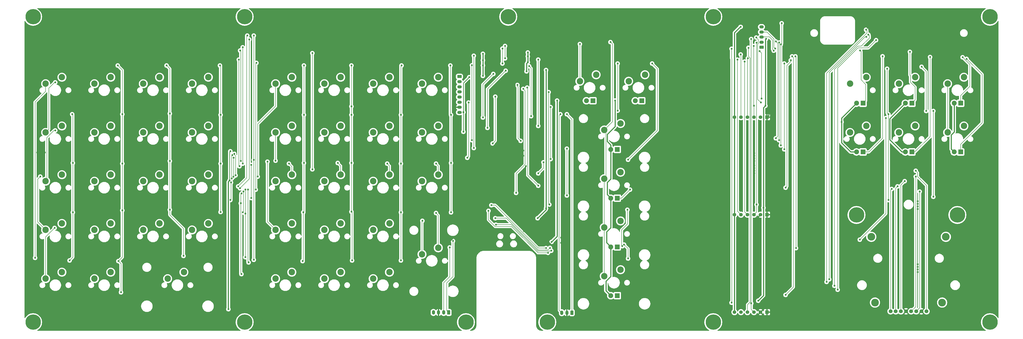
<source format=gbr>
%TF.GenerationSoftware,KiCad,Pcbnew,9.0.0*%
%TF.CreationDate,2025-03-10T19:04:21-04:00*%
%TF.ProjectId,cnc-hmi,636e632d-686d-4692-9e6b-696361645f70,rev?*%
%TF.SameCoordinates,Original*%
%TF.FileFunction,Copper,L1,Top*%
%TF.FilePolarity,Positive*%
%FSLAX46Y46*%
G04 Gerber Fmt 4.6, Leading zero omitted, Abs format (unit mm)*
G04 Created by KiCad (PCBNEW 9.0.0) date 2025-03-10 19:04:21*
%MOMM*%
%LPD*%
G01*
G04 APERTURE LIST*
G04 Aperture macros list*
%AMRoundRect*
0 Rectangle with rounded corners*
0 $1 Rounding radius*
0 $2 $3 $4 $5 $6 $7 $8 $9 X,Y pos of 4 corners*
0 Add a 4 corners polygon primitive as box body*
4,1,4,$2,$3,$4,$5,$6,$7,$8,$9,$2,$3,0*
0 Add four circle primitives for the rounded corners*
1,1,$1+$1,$2,$3*
1,1,$1+$1,$4,$5*
1,1,$1+$1,$6,$7*
1,1,$1+$1,$8,$9*
0 Add four rect primitives between the rounded corners*
20,1,$1+$1,$2,$3,$4,$5,0*
20,1,$1+$1,$4,$5,$6,$7,0*
20,1,$1+$1,$6,$7,$8,$9,0*
20,1,$1+$1,$8,$9,$2,$3,0*%
G04 Aperture macros list end*
%TA.AperFunction,ComponentPad*%
%ADD10C,2.500000*%
%TD*%
%TA.AperFunction,ComponentPad*%
%ADD11R,1.905000X1.905000*%
%TD*%
%TA.AperFunction,ComponentPad*%
%ADD12C,1.905000*%
%TD*%
%TA.AperFunction,ComponentPad*%
%ADD13C,6.000000*%
%TD*%
%TA.AperFunction,ComponentPad*%
%ADD14R,1.416000X1.416000*%
%TD*%
%TA.AperFunction,ComponentPad*%
%ADD15C,1.416000*%
%TD*%
%TA.AperFunction,ComponentPad*%
%ADD16C,3.000000*%
%TD*%
%TA.AperFunction,ComponentPad*%
%ADD17C,1.500000*%
%TD*%
%TA.AperFunction,ComponentPad*%
%ADD18RoundRect,0.250000X0.350000X0.625000X-0.350000X0.625000X-0.350000X-0.625000X0.350000X-0.625000X0*%
%TD*%
%TA.AperFunction,ComponentPad*%
%ADD19O,1.200000X1.750000*%
%TD*%
%TA.AperFunction,ComponentPad*%
%ADD20RoundRect,0.250000X-0.625000X0.350000X-0.625000X-0.350000X0.625000X-0.350000X0.625000X0.350000X0*%
%TD*%
%TA.AperFunction,ComponentPad*%
%ADD21O,1.750000X1.200000*%
%TD*%
%TA.AperFunction,ComponentPad*%
%ADD22RoundRect,0.250000X0.625000X-0.350000X0.625000X0.350000X-0.625000X0.350000X-0.625000X-0.350000X0*%
%TD*%
%TA.AperFunction,ViaPad*%
%ADD23C,0.762000*%
%TD*%
%TA.AperFunction,Conductor*%
%ADD24C,0.381000*%
%TD*%
%TA.AperFunction,Conductor*%
%ADD25C,0.254000*%
%TD*%
%TA.AperFunction,Conductor*%
%ADD26C,0.200000*%
%TD*%
G04 APERTURE END LIST*
D10*
%TO.P,SW50,1,A*%
%TO.N,KEY_R6*%
X257810000Y-72685000D03*
%TO.P,SW50,2,B*%
%TO.N,Net-(D50-K)*%
X264160000Y-70145000D03*
%TD*%
%TO.P,SW12,1,A*%
%TO.N,KEY_R2*%
X177165000Y-111760000D03*
%TO.P,SW12,2,B*%
%TO.N,Net-(D12-K)*%
X183515000Y-109220000D03*
%TD*%
%TO.P,SW3,1,A*%
%TO.N,KEY_R0*%
X158115000Y-73660000D03*
%TO.P,SW3,2,B*%
%TO.N,Net-(D3-K)*%
X164465000Y-71120000D03*
%TD*%
%TO.P,SW6,1,A*%
%TO.N,KEY_R1*%
X139065000Y-92710000D03*
%TO.P,SW6,2,B*%
%TO.N,Net-(D6-K)*%
X145415000Y-90170000D03*
%TD*%
%TO.P,SW16,1,A*%
%TO.N,KEY_R3*%
X177165000Y-140335000D03*
%TO.P,SW16,2,B*%
%TO.N,Net-(D16-K)*%
X183515000Y-137795000D03*
%TD*%
D11*
%TO.P,LED6,1,K*%
%TO.N,Net-(LED6-K)*%
X387350000Y-100330000D03*
D12*
%TO.P,LED6,2,A*%
%TO.N,+5V*%
X384810000Y-100330000D03*
%TD*%
D10*
%TO.P,SW48,1,A*%
%TO.N,KEY_R5*%
X248285000Y-148885000D03*
%TO.P,SW48,2,B*%
%TO.N,Net-(D48-K)*%
X254635000Y-146345000D03*
%TD*%
%TO.P,SW26,1,A*%
%TO.N,KEY_R1*%
X68388000Y-92710000D03*
%TO.P,SW26,2,B*%
%TO.N,Net-(D26-K)*%
X74738000Y-90170000D03*
%TD*%
%TO.P,SW8,1,A*%
%TO.N,KEY_R1*%
X177165000Y-92710000D03*
%TO.P,SW8,2,B*%
%TO.N,Net-(D8-K)*%
X183515000Y-90170000D03*
%TD*%
D13*
%TO.P,H10,*%
%TO.N,*%
X398780000Y-47498000D03*
%TD*%
D10*
%TO.P,SW9,1,A*%
%TO.N,KEY_R2*%
X120015000Y-111760000D03*
%TO.P,SW9,2,B*%
%TO.N,Net-(D9-K)*%
X126365000Y-109220000D03*
%TD*%
D13*
%TO.P,H11,*%
%TO.N,*%
X398780000Y-166878000D03*
%TD*%
D10*
%TO.P,SW38,1,A*%
%TO.N,KEY_R4*%
X77913000Y-149860000D03*
%TO.P,SW38,2,B*%
%TO.N,Net-(D38-K)*%
X84263000Y-147320000D03*
%TD*%
D11*
%TO.P,LED2,1,K*%
%TO.N,Net-(LED2-K)*%
X368300000Y-81280000D03*
D12*
%TO.P,LED2,2,A*%
%TO.N,+5V*%
X365760000Y-81280000D03*
%TD*%
D10*
%TO.P,SW49,1,A*%
%TO.N,KEY_R6*%
X238760000Y-72685000D03*
%TO.P,SW49,2,B*%
%TO.N,Net-(D49-K)*%
X245110000Y-70145000D03*
%TD*%
D11*
%TO.P,LED5,1,K*%
%TO.N,Net-(LED5-K)*%
X368300000Y-100330000D03*
D12*
%TO.P,LED5,2,A*%
%TO.N,+5V*%
X365760000Y-100330000D03*
%TD*%
D10*
%TO.P,SW22,1,A*%
%TO.N,KEY_R0*%
X68388000Y-73660000D03*
%TO.P,SW22,2,B*%
%TO.N,Net-(D22-K)*%
X74738000Y-71120000D03*
%TD*%
%TO.P,SW34,1,A*%
%TO.N,KEY_R3*%
X68388000Y-130810000D03*
%TO.P,SW34,2,B*%
%TO.N,Net-(D34-K)*%
X74738000Y-128270000D03*
%TD*%
%TO.P,SW29,1,A*%
%TO.N,KEY_R2*%
X49338000Y-111760000D03*
%TO.P,SW29,2,B*%
%TO.N,Net-(D29-K)*%
X55688000Y-109220000D03*
%TD*%
%TO.P,SW13,1,A*%
%TO.N,KEY_R3*%
X120015000Y-130810000D03*
%TO.P,SW13,2,B*%
%TO.N,Net-(D13-K)*%
X126365000Y-128270000D03*
%TD*%
%TO.P,SW20,1,A*%
%TO.N,KEY_R4*%
X30288000Y-73660000D03*
%TO.P,SW20,2,B*%
%TO.N,Net-(D20-K)*%
X36638000Y-71120000D03*
%TD*%
%TO.P,SW24,1,A*%
%TO.N,KEY_R0*%
X30288000Y-92710000D03*
%TO.P,SW24,2,B*%
%TO.N,Net-(D24-K)*%
X36638000Y-90170000D03*
%TD*%
%TO.P,SW23,1,A*%
%TO.N,KEY_R0*%
X87438000Y-73660000D03*
%TO.P,SW23,2,B*%
%TO.N,Net-(D23-K)*%
X93788000Y-71120000D03*
%TD*%
%TO.P,SW44,1,A*%
%TO.N,KEY_R5*%
X382270000Y-92710000D03*
%TO.P,SW44,2,B*%
%TO.N,Net-(D44-K)*%
X388620000Y-90170000D03*
%TD*%
%TO.P,SW31,1,A*%
%TO.N,KEY_R2*%
X87438000Y-111760000D03*
%TO.P,SW31,2,B*%
%TO.N,Net-(D31-K)*%
X93788000Y-109220000D03*
%TD*%
%TO.P,SW30,1,A*%
%TO.N,KEY_R2*%
X68388000Y-111760000D03*
%TO.P,SW30,2,B*%
%TO.N,Net-(D30-K)*%
X74738000Y-109220000D03*
%TD*%
%TO.P,SW35,1,A*%
%TO.N,KEY_R3*%
X87438000Y-130810000D03*
%TO.P,SW35,2,B*%
%TO.N,Net-(D35-K)*%
X93788000Y-128270000D03*
%TD*%
D11*
%TO.P,LED12,1,K*%
%TO.N,Net-(LED12-K)*%
X253365000Y-156505000D03*
D12*
%TO.P,LED12,2,A*%
%TO.N,+5V*%
X250825000Y-156505000D03*
%TD*%
D14*
%TO.P,S3,1,POWER_0_(V)*%
%TO.N,GND*%
X311785000Y-162945000D03*
D15*
%TO.P,S3,2,FOR_SWITCH_1*%
X309245000Y-162945000D03*
%TO.P,S3,3,FOR_SWITCH_2*%
%TO.N,/ENC2_SW*%
X306705000Y-162945000D03*
%TO.P,S3,4,OUTPUT_\u201CB\u201D*%
%TO.N,Net-(S3-OUTPUT_\u201CB\u201D)*%
X304165000Y-162945000D03*
%TO.P,S3,5,OUTPUT_\u201CA\u201D*%
%TO.N,Net-(S3-OUTPUT_\u201CA\u201D)*%
X301625000Y-162945000D03*
%TO.P,S3,6,POWER_\uFF0B_5_V*%
%TO.N,+5V*%
X299085000Y-162945000D03*
%TD*%
D10*
%TO.P,SW10,1,A*%
%TO.N,KEY_R2*%
X139065000Y-111760000D03*
%TO.P,SW10,2,B*%
%TO.N,Net-(D10-K)*%
X145415000Y-109220000D03*
%TD*%
D11*
%TO.P,LED4,1,K*%
%TO.N,Net-(LED4-K)*%
X349250000Y-100330000D03*
D12*
%TO.P,LED4,2,A*%
%TO.N,+5V*%
X346710000Y-100330000D03*
%TD*%
D10*
%TO.P,SW43,1,A*%
%TO.N,KEY_R5*%
X363220000Y-92710000D03*
%TO.P,SW43,2,B*%
%TO.N,Net-(D43-K)*%
X369570000Y-90170000D03*
%TD*%
%TO.P,SW4,1,A*%
%TO.N,KEY_R0*%
X177165000Y-73660000D03*
%TO.P,SW4,2,B*%
%TO.N,Net-(D4-K)*%
X183515000Y-71120000D03*
%TD*%
%TO.P,SW32,1,A*%
%TO.N,KEY_R2*%
X30288000Y-130810000D03*
%TO.P,SW32,2,B*%
%TO.N,Net-(D32-K)*%
X36638000Y-128270000D03*
%TD*%
%TO.P,SW1,1,A*%
%TO.N,KEY_R0*%
X120015000Y-73660000D03*
%TO.P,SW1,2,B*%
%TO.N,Net-(D1-K)*%
X126365000Y-71120000D03*
%TD*%
%TO.P,SW21,1,A*%
%TO.N,KEY_R0*%
X49338000Y-73660000D03*
%TO.P,SW21,2,B*%
%TO.N,Net-(D21-K)*%
X55688000Y-71120000D03*
%TD*%
%TO.P,SW36,1,A*%
%TO.N,KEY_R3*%
X30288000Y-149860000D03*
%TO.P,SW36,2,B*%
%TO.N,Net-(D36-K)*%
X36638000Y-147320000D03*
%TD*%
%TO.P,SW41,1,A*%
%TO.N,KEY_R5*%
X382270000Y-73660000D03*
%TO.P,SW41,2,B*%
%TO.N,Net-(D41-K)*%
X388620000Y-71120000D03*
%TD*%
D13*
%TO.P,H9,*%
%TO.N,*%
X290830000Y-47498000D03*
%TD*%
D11*
%TO.P,LED8,1,K*%
%TO.N,Net-(LED8-K)*%
X262890000Y-80305000D03*
D12*
%TO.P,LED8,2,A*%
%TO.N,+5V*%
X260350000Y-80305000D03*
%TD*%
D10*
%TO.P,SW25,1,A*%
%TO.N,KEY_R1*%
X49338000Y-92710000D03*
%TO.P,SW25,2,B*%
%TO.N,Net-(D25-K)*%
X55688000Y-90170000D03*
%TD*%
%TO.P,SW18,1,A*%
%TO.N,KEY_R4*%
X139065000Y-149860000D03*
%TO.P,SW18,2,B*%
%TO.N,Net-(D18-K)*%
X145415000Y-147320000D03*
%TD*%
D11*
%TO.P,LED3,1,K*%
%TO.N,Net-(LED3-K)*%
X387350000Y-81280000D03*
D12*
%TO.P,LED3,2,A*%
%TO.N,+5V*%
X384810000Y-81280000D03*
%TD*%
D10*
%TO.P,SW28,1,A*%
%TO.N,KEY_R1*%
X30288000Y-111760000D03*
%TO.P,SW28,2,B*%
%TO.N,Net-(D28-K)*%
X36638000Y-109220000D03*
%TD*%
D13*
%TO.P,H2,*%
%TO.N,*%
X25400000Y-166878000D03*
%TD*%
%TO.P,H4,*%
%TO.N,*%
X107950000Y-166878000D03*
%TD*%
D10*
%TO.P,SW27,1,A*%
%TO.N,KEY_R1*%
X87438000Y-92710000D03*
%TO.P,SW27,2,B*%
%TO.N,Net-(D27-K)*%
X93788000Y-90170000D03*
%TD*%
D13*
%TO.P,H3,*%
%TO.N,*%
X107950000Y-47498000D03*
%TD*%
D10*
%TO.P,SW40,1,A*%
%TO.N,KEY_R4*%
X363220000Y-73660000D03*
%TO.P,SW40,2,B*%
%TO.N,Net-(D40-K)*%
X369570000Y-71120000D03*
%TD*%
D11*
%TO.P,LED10,1,K*%
%TO.N,Net-(LED10-K)*%
X253365000Y-118405000D03*
D12*
%TO.P,LED10,2,A*%
%TO.N,+5V*%
X250825000Y-118405000D03*
%TD*%
D11*
%TO.P,LED7,1,K*%
%TO.N,Net-(LED7-K)*%
X243840000Y-80305000D03*
D12*
%TO.P,LED7,2,A*%
%TO.N,+5V*%
X241300000Y-80305000D03*
%TD*%
D10*
%TO.P,SW11,1,A*%
%TO.N,KEY_R2*%
X158115000Y-111760000D03*
%TO.P,SW11,2,B*%
%TO.N,Net-(D11-K)*%
X164465000Y-109220000D03*
%TD*%
%TO.P,SW46,1,A*%
%TO.N,KEY_R5*%
X248285000Y-110785000D03*
%TO.P,SW46,2,B*%
%TO.N,Net-(D46-K)*%
X254635000Y-108245000D03*
%TD*%
%TO.P,SW17,1,A*%
%TO.N,KEY_R4*%
X120015000Y-149860000D03*
%TO.P,SW17,2,B*%
%TO.N,Net-(D17-K)*%
X126365000Y-147320000D03*
%TD*%
%TO.P,SW45,1,A*%
%TO.N,KEY_R5*%
X248285000Y-91735000D03*
%TO.P,SW45,2,B*%
%TO.N,Net-(D45-K)*%
X254635000Y-89195000D03*
%TD*%
%TO.P,SW2,1,A*%
%TO.N,KEY_R0*%
X139065000Y-73660000D03*
%TO.P,SW2,2,B*%
%TO.N,Net-(D2-K)*%
X145415000Y-71120000D03*
%TD*%
D11*
%TO.P,LED11,1,K*%
%TO.N,Net-(LED11-K)*%
X253365000Y-137455000D03*
D12*
%TO.P,LED11,2,A*%
%TO.N,+5V*%
X250825000Y-137455000D03*
%TD*%
D14*
%TO.P,S2,1,POWER_0_(V)*%
%TO.N,GND*%
X311785000Y-124845000D03*
D15*
%TO.P,S2,2,FOR_SWITCH_1*%
X309245000Y-124845000D03*
%TO.P,S2,3,FOR_SWITCH_2*%
%TO.N,/ENC1_SW*%
X306705000Y-124845000D03*
%TO.P,S2,4,OUTPUT_\u201CB\u201D*%
%TO.N,Net-(S2-OUTPUT_\u201CB\u201D)*%
X304165000Y-124845000D03*
%TO.P,S2,5,OUTPUT_\u201CA\u201D*%
%TO.N,Net-(S2-OUTPUT_\u201CA\u201D)*%
X301625000Y-124845000D03*
%TO.P,S2,6,POWER_\uFF0B_5_V*%
%TO.N,+5V*%
X299085000Y-124845000D03*
%TD*%
D11*
%TO.P,LED9,1,K*%
%TO.N,Net-(LED9-K)*%
X253365000Y-99355000D03*
D12*
%TO.P,LED9,2,A*%
%TO.N,+5V*%
X250825000Y-99355000D03*
%TD*%
D10*
%TO.P,SW5,1,A*%
%TO.N,KEY_R1*%
X120015000Y-92710000D03*
%TO.P,SW5,2,B*%
%TO.N,Net-(D5-K)*%
X126365000Y-90170000D03*
%TD*%
%TO.P,SW14,1,A*%
%TO.N,KEY_R3*%
X139065000Y-130810000D03*
%TO.P,SW14,2,B*%
%TO.N,Net-(D14-K)*%
X145415000Y-128270000D03*
%TD*%
%TO.P,SW33,1,A*%
%TO.N,KEY_R3*%
X49338000Y-130810000D03*
%TO.P,SW33,2,B*%
%TO.N,Net-(D33-K)*%
X55688000Y-128270000D03*
%TD*%
%TO.P,SW42,1,A*%
%TO.N,KEY_R5*%
X344170000Y-92710000D03*
%TO.P,SW42,2,B*%
%TO.N,Net-(D42-K)*%
X350520000Y-90170000D03*
%TD*%
%TO.P,SW47,1,A*%
%TO.N,KEY_R5*%
X248285000Y-129835000D03*
%TO.P,SW47,2,B*%
%TO.N,Net-(D47-K)*%
X254635000Y-127295000D03*
%TD*%
D13*
%TO.P,H15,*%
%TO.N,*%
X386080000Y-124968000D03*
%TD*%
D11*
%TO.P,LED1,1,K*%
%TO.N,Net-(LED1-K)*%
X349250000Y-81280000D03*
D12*
%TO.P,LED1,2,A*%
%TO.N,+5V*%
X346710000Y-81280000D03*
%TD*%
D13*
%TO.P,H5,*%
%TO.N,*%
X210820000Y-47498000D03*
%TD*%
%TO.P,H6,*%
%TO.N,*%
X194310000Y-166878000D03*
%TD*%
D10*
%TO.P,SW37,1,A*%
%TO.N,KEY_R4*%
X49338000Y-149860000D03*
%TO.P,SW37,2,B*%
%TO.N,Net-(D37-K)*%
X55688000Y-147320000D03*
%TD*%
D13*
%TO.P,H8,*%
%TO.N,*%
X290830000Y-166878000D03*
%TD*%
D10*
%TO.P,SW19,1,A*%
%TO.N,KEY_R4*%
X158115000Y-149860000D03*
%TO.P,SW19,2,B*%
%TO.N,Net-(D19-K)*%
X164465000Y-147320000D03*
%TD*%
D13*
%TO.P,H1,*%
%TO.N,*%
X25400000Y-47498000D03*
%TD*%
D14*
%TO.P,S1,1,POWER_0_(V)*%
%TO.N,GND*%
X311785000Y-86745000D03*
D15*
%TO.P,S1,2,FOR_SWITCH_1*%
X309245000Y-86745000D03*
%TO.P,S1,3,FOR_SWITCH_2*%
%TO.N,/ENC0_SW*%
X306705000Y-86745000D03*
%TO.P,S1,4,OUTPUT_\u201CB\u201D*%
%TO.N,Net-(S1-OUTPUT_\u201CB\u201D)*%
X304165000Y-86745000D03*
%TO.P,S1,5,OUTPUT_\u201CA\u201D*%
%TO.N,Net-(S1-OUTPUT_\u201CA\u201D)*%
X301625000Y-86745000D03*
%TO.P,S1,6,POWER_\uFF0B_5_V*%
%TO.N,+5V*%
X299085000Y-86745000D03*
%TD*%
D10*
%TO.P,SW7,1,A*%
%TO.N,KEY_R1*%
X158115000Y-92710000D03*
%TO.P,SW7,2,B*%
%TO.N,Net-(D7-K)*%
X164465000Y-90170000D03*
%TD*%
D13*
%TO.P,H7,*%
%TO.N,*%
X226060000Y-166878000D03*
%TD*%
%TO.P,H14,*%
%TO.N,*%
X346710000Y-124968000D03*
%TD*%
D16*
%TO.P,ENC1,*%
%TO.N,*%
X352480000Y-133500000D03*
X353930000Y-159200000D03*
X380130000Y-159200000D03*
X381580000Y-133500000D03*
D17*
%TO.P,ENC1,1,Shuttle_Bit0*%
%TO.N,/SHUTTLE_0*%
X360030000Y-162600000D03*
%TO.P,ENC1,2,Shuttle_Bit1*%
%TO.N,/SHUTTLE_1*%
X362030000Y-162600000D03*
%TO.P,ENC1,3,Shuttle_Bit2*%
%TO.N,/SHUTTLE_2*%
X364030000Y-162600000D03*
%TO.P,ENC1,4,Shuttle_Bit3*%
%TO.N,/SHUTTLE_3*%
X368030000Y-162600000D03*
%TO.P,ENC1,C.1,Jog_Common*%
%TO.N,GND*%
X366030000Y-162600000D03*
%TO.P,ENC1,C.2,Shuttle_Common*%
X372030000Y-162600000D03*
%TO.P,ENC1,J1,Jog_A*%
%TO.N,/JOG_A*%
X374030000Y-162600000D03*
%TO.P,ENC1,J2,Jog_B*%
%TO.N,/JOG_B*%
X370030000Y-162600000D03*
%TD*%
D10*
%TO.P,SW15,1,A*%
%TO.N,KEY_R3*%
X158115000Y-130810000D03*
%TO.P,SW15,2,B*%
%TO.N,Net-(D15-K)*%
X164465000Y-128270000D03*
%TD*%
%TO.P,SW39,1,A*%
%TO.N,KEY_R4*%
X344170000Y-73660000D03*
%TO.P,SW39,2,B*%
%TO.N,Net-(D39-K)*%
X350520000Y-71120000D03*
%TD*%
D18*
%TO.P,J2,1,Pin_1*%
%TO.N,/UART0_RX*%
X187610000Y-163068000D03*
D19*
%TO.P,J2,2,Pin_2*%
%TO.N,/UART0_TX*%
X185610000Y-163068000D03*
%TO.P,J2,3,Pin_3*%
%TO.N,GND*%
X183610000Y-163068000D03*
%TO.P,J2,4,Pin_4*%
%TO.N,+3V3*%
X181610000Y-163068000D03*
%TD*%
D20*
%TO.P,J3,1,Pin_1*%
%TO.N,/SPARE_GPIO18*%
X191770000Y-70866000D03*
D21*
%TO.P,J3,2,Pin_2*%
%TO.N,/SPARE_GPIO26*%
X191770000Y-72866000D03*
%TO.P,J3,3,Pin_3*%
%TO.N,/SPARE_GPIO27*%
X191770000Y-74866000D03*
%TO.P,J3,4,Pin_4*%
%TO.N,/SPARE_GPIO28*%
X191770000Y-76866000D03*
%TO.P,J3,5,Pin_5*%
%TO.N,/I2C0_SDA*%
X191770000Y-78866000D03*
%TO.P,J3,6,Pin_6*%
%TO.N,/I2C0_SCL*%
X191770000Y-80866000D03*
%TO.P,J3,7,Pin_7*%
%TO.N,GND*%
X191770000Y-82866000D03*
%TO.P,J3,8,Pin_8*%
%TO.N,+3V3*%
X191770000Y-84866000D03*
%TD*%
D18*
%TO.P,J1,1,Pin_1*%
%TO.N,Net-(A1-SWCLK)*%
X235680000Y-163158000D03*
D19*
%TO.P,J1,2,Pin_2*%
%TO.N,GND*%
X233680000Y-163158000D03*
%TO.P,J1,3,Pin_3*%
%TO.N,Net-(A1-SWDIO)*%
X231680000Y-163158000D03*
%TD*%
D22*
%TO.P,J4,1,Pin_1*%
%TO.N,/SPARE_LED12*%
X309626000Y-59436000D03*
D21*
%TO.P,J4,2,Pin_2*%
%TO.N,/SPARE_LED13*%
X309626000Y-57436000D03*
%TO.P,J4,3,Pin_3*%
%TO.N,/SPARE_LED14*%
X309626000Y-55436000D03*
%TO.P,J4,4,Pin_4*%
%TO.N,/SPARE_LED15*%
X309626000Y-53436000D03*
%TO.P,J4,5,Pin_5*%
%TO.N,+5V*%
X309626000Y-51436000D03*
%TD*%
D23*
%TO.N,+3V3*%
X193294000Y-84836000D03*
X200914000Y-64516000D03*
X311150000Y-82296000D03*
X195580000Y-71120000D03*
X308356000Y-158496000D03*
X101600000Y-161798000D03*
X200914000Y-70612000D03*
X310388000Y-122174000D03*
X102082377Y-111467566D03*
X217932000Y-68834000D03*
X225552000Y-122428000D03*
X225552000Y-68326000D03*
X218440000Y-61468000D03*
X218440000Y-65278000D03*
X200914000Y-61964000D03*
X193294000Y-92456000D03*
X200914000Y-66548000D03*
X311404000Y-56134000D03*
X102362000Y-100076000D03*
X218440000Y-62992000D03*
X222250000Y-126238000D03*
%TO.N,/KEY_INT*%
X104394000Y-109474000D03*
X103924434Y-101066377D03*
%TO.N,+5V*%
X301498000Y-51436000D03*
X340868000Y-88646000D03*
X252476000Y-80264000D03*
X229870000Y-80264000D03*
X227711000Y-135509000D03*
%TO.N,GND*%
X327660000Y-143256000D03*
X321818000Y-60198000D03*
X94488000Y-150876000D03*
X302006000Y-105664000D03*
X97536000Y-148844000D03*
X391287000Y-137287000D03*
X395097000Y-139319000D03*
X29972000Y-100584000D03*
X373888000Y-107696000D03*
X159385000Y-48768000D03*
X154940000Y-110236000D03*
X66802000Y-151130000D03*
X64770000Y-68580000D03*
X68834000Y-151130000D03*
X306832000Y-106680000D03*
X40767000Y-49784000D03*
X262509000Y-165100000D03*
X224790000Y-152273000D03*
X371856000Y-107696000D03*
X137922000Y-68326000D03*
X341376000Y-45720000D03*
X303530000Y-141478000D03*
X286004000Y-124968000D03*
X86995000Y-51943000D03*
X325882000Y-99568000D03*
X87122000Y-66675000D03*
X318770000Y-143256000D03*
X263525000Y-165100000D03*
X152908000Y-108204000D03*
X360934000Y-147320000D03*
X308864000Y-108712000D03*
X214630000Y-99822000D03*
X42164000Y-68580000D03*
X207264000Y-101346000D03*
X214630000Y-101854000D03*
X138938000Y-89408000D03*
X320802000Y-141224000D03*
X288417000Y-85598000D03*
X91821000Y-51943000D03*
X270383000Y-167132000D03*
X392049000Y-115189000D03*
X143002000Y-60198000D03*
X387985000Y-160147000D03*
X368046000Y-47752000D03*
X216662000Y-101854000D03*
X90805000Y-49911000D03*
X283591000Y-70358000D03*
X159258000Y-87376000D03*
X319532000Y-131318000D03*
X67818000Y-66548000D03*
X392303000Y-139319000D03*
X280543000Y-70358000D03*
X362966000Y-147320000D03*
X282575000Y-87630000D03*
X27178000Y-88900000D03*
X231394000Y-133858000D03*
X306832000Y-100838000D03*
X308864000Y-107696000D03*
X286385000Y-85598000D03*
X389255000Y-139319000D03*
X264541000Y-167132000D03*
X152908000Y-110236000D03*
X314960000Y-54610000D03*
X286385000Y-105029000D03*
X327914000Y-69088000D03*
X157226000Y-88392000D03*
X308864000Y-103886000D03*
X153924000Y-108204000D03*
X370586000Y-120650000D03*
X304038000Y-107696000D03*
X302006000Y-101854000D03*
X347726000Y-111506000D03*
X324612000Y-143256000D03*
X326898000Y-58796000D03*
X138938000Y-70358000D03*
X62103000Y-51816000D03*
X213360000Y-69596000D03*
X242316000Y-150368000D03*
X302768000Y-150622000D03*
X139700000Y-50927000D03*
X81280000Y-164084000D03*
X106934000Y-158242000D03*
X286004000Y-122936000D03*
X157226000Y-86360000D03*
X286893000Y-140716000D03*
X208280000Y-101346000D03*
X151892000Y-165862000D03*
X347726000Y-108966000D03*
X360934000Y-119634000D03*
X62103000Y-49784000D03*
X370586000Y-147320000D03*
X208280000Y-109220000D03*
X137922000Y-87376000D03*
X46990000Y-138176000D03*
X302006000Y-103886000D03*
X282067000Y-140716000D03*
X89408000Y-100584000D03*
X329692000Y-79502000D03*
X394081000Y-113157000D03*
X112776000Y-156210000D03*
X139954000Y-60198000D03*
X321818000Y-48514000D03*
X315976000Y-143256000D03*
X92837000Y-51943000D03*
X330708000Y-97536000D03*
X348742000Y-52578000D03*
X396113000Y-137287000D03*
X372872000Y-107696000D03*
X51308000Y-100584000D03*
X44958000Y-165862000D03*
X306832000Y-105664000D03*
X390017000Y-160147000D03*
X318770000Y-141224000D03*
X368046000Y-50292000D03*
X97536000Y-150876000D03*
X239014000Y-110998000D03*
X48006000Y-163830000D03*
X194818000Y-116078000D03*
X26924000Y-100584000D03*
X216662000Y-99822000D03*
X282194000Y-122936000D03*
X232410000Y-135890000D03*
X90170000Y-148844000D03*
X138684000Y-48895000D03*
X394081000Y-139319000D03*
X153924000Y-110236000D03*
X331978000Y-123190000D03*
X370586000Y-119634000D03*
X141732000Y-50927000D03*
X287909000Y-140716000D03*
X302768000Y-152654000D03*
X349758000Y-108966000D03*
X104902000Y-156210000D03*
X308864000Y-105664000D03*
X157226000Y-89408000D03*
X241046000Y-110998000D03*
X226822000Y-152273000D03*
X41148000Y-70612000D03*
X302006000Y-102870000D03*
X308864000Y-100838000D03*
X263525000Y-167132000D03*
X282067000Y-142748000D03*
X192786000Y-115062000D03*
X314960000Y-141224000D03*
X185166000Y-60198000D03*
X283210000Y-122936000D03*
X67818000Y-138176000D03*
X280543000Y-102997000D03*
X139954000Y-68326000D03*
X283591000Y-105029000D03*
X139954000Y-87376000D03*
X347726000Y-119126000D03*
X397129000Y-139319000D03*
X275336000Y-57658000D03*
X211328000Y-109220000D03*
X288417000Y-72390000D03*
X301752000Y-152654000D03*
X327914000Y-97536000D03*
X156718000Y-165862000D03*
X312674000Y-131318000D03*
X362966000Y-146304000D03*
X287401000Y-102997000D03*
X357632000Y-59182000D03*
X162179000Y-50800000D03*
X95504000Y-148844000D03*
X374904000Y-107696000D03*
X88138000Y-150876000D03*
X391922000Y-77978000D03*
X81280000Y-166116000D03*
X36957000Y-51816000D03*
X390271000Y-137287000D03*
X210312000Y-90678000D03*
X43815000Y-49784000D03*
X157734000Y-68834000D03*
X226822000Y-156083000D03*
X30226000Y-88900000D03*
X284861000Y-142748000D03*
X283083000Y-142748000D03*
X372872000Y-110236000D03*
X318516000Y-129286000D03*
X326898000Y-97536000D03*
X314706000Y-131318000D03*
X317246000Y-150622000D03*
X320548000Y-129286000D03*
X208280000Y-111252000D03*
X325628000Y-143256000D03*
X168402000Y-62230000D03*
X157734000Y-62230000D03*
X234442000Y-133858000D03*
X387985000Y-158115000D03*
X154686000Y-167894000D03*
X283591000Y-85598000D03*
X150876000Y-165862000D03*
X242316000Y-151384000D03*
X303530000Y-144526000D03*
X362966000Y-119634000D03*
X112776000Y-158242000D03*
X324866000Y-99568000D03*
X281178000Y-122936000D03*
X226822000Y-155067000D03*
X137922000Y-89408000D03*
X325882000Y-69088000D03*
X42164000Y-70612000D03*
X331470000Y-143256000D03*
X187706000Y-48768000D03*
X157353000Y-50800000D03*
X324866000Y-97536000D03*
X302006000Y-107696000D03*
X395097000Y-113157000D03*
X234442000Y-140716000D03*
X283591000Y-87630000D03*
X67818000Y-151130000D03*
X329438000Y-141224000D03*
X64770000Y-66548000D03*
X152908000Y-165862000D03*
X392811000Y-158115000D03*
X329946000Y-125222000D03*
X281559000Y-87630000D03*
X210312000Y-111252000D03*
X282575000Y-105029000D03*
X61087000Y-49784000D03*
X232410000Y-139700000D03*
X390017000Y-158115000D03*
X109728000Y-156210000D03*
X239014000Y-113030000D03*
X396113000Y-139319000D03*
X316230000Y-54610000D03*
X360934000Y-145288000D03*
X224790000Y-150241000D03*
X285369000Y-72390000D03*
X326898000Y-99568000D03*
X141732000Y-48895000D03*
X374904000Y-110236000D03*
X87122000Y-64643000D03*
X88138000Y-138176000D03*
X391795000Y-160147000D03*
X156718000Y-70866000D03*
X44196000Y-68580000D03*
X269367000Y-167132000D03*
X226822000Y-150241000D03*
X182118000Y-60198000D03*
X327914000Y-99568000D03*
X360934000Y-122682000D03*
X282194000Y-57658000D03*
X362966000Y-122682000D03*
X38989000Y-49784000D03*
X390906000Y-77978000D03*
X240284000Y-148336000D03*
X240284000Y-151384000D03*
X280543000Y-105029000D03*
X66802000Y-66548000D03*
X209296000Y-103378000D03*
X155956000Y-108204000D03*
X233426000Y-135890000D03*
X301498000Y-144526000D03*
X329692000Y-81534000D03*
X325882000Y-71120000D03*
X192786000Y-113030000D03*
X204978000Y-104648000D03*
X348742000Y-115062000D03*
X67818000Y-153162000D03*
X36957000Y-49784000D03*
X240284000Y-149352000D03*
X359664000Y-59182000D03*
X170434000Y-62230000D03*
X49276000Y-100584000D03*
X223012000Y-123444000D03*
X139700000Y-48895000D03*
X274066000Y-152654000D03*
X196850000Y-123444000D03*
X38989000Y-51816000D03*
X356616000Y-59182000D03*
X183896000Y-48768000D03*
X68834000Y-153162000D03*
X141986000Y-62230000D03*
X111760000Y-156210000D03*
X388239000Y-115189000D03*
X41148000Y-68580000D03*
X368554000Y-147320000D03*
X180848000Y-50800000D03*
X67945000Y-51816000D03*
X136906000Y-87376000D03*
X286385000Y-70358000D03*
X158369000Y-48768000D03*
X107950000Y-158242000D03*
X171450000Y-60198000D03*
X283591000Y-102997000D03*
X373888000Y-110236000D03*
X353060000Y-56642000D03*
X68834000Y-138176000D03*
X164211000Y-50800000D03*
X362966000Y-145288000D03*
X156718000Y-60198000D03*
X149860000Y-167894000D03*
X30226000Y-84074000D03*
X240284000Y-150368000D03*
X43180000Y-70612000D03*
X137922000Y-70358000D03*
X140970000Y-62230000D03*
X217678000Y-105918000D03*
X87376000Y-100584000D03*
X326644000Y-143256000D03*
X268351000Y-167132000D03*
X45974000Y-165862000D03*
X96520000Y-150876000D03*
X213614000Y-99822000D03*
X348742000Y-111506000D03*
X303784000Y-152654000D03*
X63119000Y-49784000D03*
X155702000Y-167894000D03*
X136906000Y-48895000D03*
X386969000Y-158115000D03*
X265557000Y-167132000D03*
X28194000Y-88900000D03*
X224790000Y-151257000D03*
X372618000Y-119634000D03*
X392303000Y-137287000D03*
X326390000Y-51308000D03*
X349758000Y-115062000D03*
X281559000Y-72390000D03*
X316230000Y-152654000D03*
X37973000Y-51816000D03*
X276098000Y-150622000D03*
X300736000Y-150622000D03*
X331724000Y-69088000D03*
X181864000Y-50800000D03*
X66802000Y-138176000D03*
X350520000Y-50038000D03*
X165227000Y-48768000D03*
X232410000Y-140716000D03*
X327152000Y-125222000D03*
X317754000Y-141224000D03*
X387223000Y-115189000D03*
X133858000Y-50927000D03*
X67945000Y-49784000D03*
X133858000Y-48895000D03*
X317500000Y-129286000D03*
X360934000Y-121666000D03*
X224790000Y-158115000D03*
X331724000Y-71120000D03*
X332486000Y-143256000D03*
X270383000Y-165100000D03*
X326136000Y-125222000D03*
X301498000Y-143510000D03*
X223520000Y-131318000D03*
X362966000Y-144272000D03*
X157734000Y-165862000D03*
X362966000Y-120650000D03*
X185166000Y-62230000D03*
X368554000Y-144272000D03*
X306832000Y-107696000D03*
X171450000Y-62230000D03*
X89154000Y-66675000D03*
X397129000Y-137287000D03*
X280543000Y-85598000D03*
X154686000Y-68834000D03*
X325882000Y-81534000D03*
X394843000Y-158115000D03*
X239014000Y-112014000D03*
X392938000Y-80518000D03*
X242316000Y-149352000D03*
X79248000Y-166116000D03*
X393065000Y-113157000D03*
X283591000Y-72390000D03*
X239014000Y-114046000D03*
X104140000Y-125730000D03*
X155702000Y-62230000D03*
X183134000Y-62230000D03*
X168402000Y-60198000D03*
X264541000Y-165100000D03*
X282575000Y-85598000D03*
X232410000Y-141732000D03*
X37973000Y-49784000D03*
X285369000Y-87630000D03*
X288417000Y-105029000D03*
X284988000Y-122936000D03*
X288417000Y-70358000D03*
X280035000Y-142748000D03*
X370078000Y-50292000D03*
X313690000Y-129286000D03*
X312928000Y-141224000D03*
X276352000Y-57658000D03*
X388239000Y-113157000D03*
X282575000Y-102997000D03*
X329692000Y-71120000D03*
X29210000Y-84074000D03*
X306832000Y-102870000D03*
X156718000Y-68834000D03*
X50292000Y-100584000D03*
X182880000Y-50800000D03*
X302006000Y-106680000D03*
X233426000Y-133858000D03*
X65913000Y-49784000D03*
X332994000Y-125222000D03*
X110744000Y-156210000D03*
X273050000Y-152654000D03*
X223012000Y-118872000D03*
X109728000Y-158242000D03*
X324866000Y-81534000D03*
X392049000Y-113157000D03*
X330454000Y-143256000D03*
X207264000Y-103378000D03*
X110744000Y-158242000D03*
X394081000Y-137287000D03*
X226822000Y-151257000D03*
X358140000Y-45974000D03*
X287401000Y-70358000D03*
X281559000Y-105029000D03*
X317246000Y-152654000D03*
X329438000Y-51308000D03*
X88392000Y-100584000D03*
X91186000Y-148844000D03*
X370586000Y-144272000D03*
X327406000Y-150368000D03*
X283210000Y-124968000D03*
X330708000Y-79502000D03*
X151892000Y-167894000D03*
X331724000Y-81534000D03*
X370586000Y-145288000D03*
X273050000Y-150622000D03*
X186690000Y-48768000D03*
X80264000Y-166116000D03*
X332740000Y-71120000D03*
X226822000Y-158115000D03*
X43815000Y-51816000D03*
X136906000Y-50927000D03*
X156718000Y-167894000D03*
X241046000Y-112014000D03*
X337820000Y-58928000D03*
X360934000Y-144272000D03*
X324866000Y-71120000D03*
X393954000Y-80518000D03*
X82296000Y-166116000D03*
X314960000Y-143256000D03*
X157734000Y-167894000D03*
X369062000Y-47752000D03*
X326136000Y-123190000D03*
X283083000Y-140716000D03*
X285369000Y-70358000D03*
X170434000Y-60198000D03*
X332740000Y-97536000D03*
X332740000Y-79502000D03*
X331724000Y-99568000D03*
X44196000Y-70612000D03*
X44958000Y-163830000D03*
X280162000Y-122936000D03*
X331470000Y-141224000D03*
X35941000Y-51816000D03*
X328168000Y-123190000D03*
X154686000Y-70866000D03*
X138938000Y-87376000D03*
X312420000Y-58928000D03*
X164211000Y-48768000D03*
X241046000Y-114046000D03*
X140716000Y-48895000D03*
X287020000Y-122936000D03*
X106934000Y-156210000D03*
X329692000Y-99568000D03*
X331978000Y-125222000D03*
X48006000Y-165862000D03*
X332740000Y-81534000D03*
X140716000Y-50927000D03*
X326898000Y-62230000D03*
X369062000Y-50292000D03*
X389255000Y-115189000D03*
X327914000Y-71120000D03*
X312928000Y-143256000D03*
X265557000Y-165100000D03*
X203454000Y-118618000D03*
X275082000Y-152654000D03*
X347726000Y-115062000D03*
X169418000Y-62230000D03*
X209804000Y-93218000D03*
X386969000Y-160147000D03*
X280162000Y-57658000D03*
X326390000Y-150368000D03*
X302006000Y-108712000D03*
X194818000Y-115062000D03*
X281051000Y-142748000D03*
X93853000Y-51943000D03*
X155702000Y-68834000D03*
X304038000Y-106680000D03*
X154686000Y-60198000D03*
X104140000Y-113030000D03*
X291084000Y-150622000D03*
X328168000Y-125222000D03*
X43180000Y-68580000D03*
X285369000Y-85598000D03*
X372618000Y-120650000D03*
X293116000Y-152654000D03*
X49022000Y-138176000D03*
X330708000Y-81534000D03*
X284988000Y-124968000D03*
X197866000Y-105918000D03*
X389255000Y-137287000D03*
X66802000Y-153162000D03*
X65913000Y-51816000D03*
X95504000Y-150876000D03*
X46990000Y-165862000D03*
X286385000Y-72390000D03*
X157353000Y-48768000D03*
X300736000Y-152654000D03*
X27940000Y-100584000D03*
X318262000Y-152654000D03*
X50038000Y-138176000D03*
X288417000Y-102997000D03*
X149860000Y-165862000D03*
X136906000Y-89408000D03*
X213614000Y-101854000D03*
X308864000Y-101854000D03*
X302006000Y-100838000D03*
X269367000Y-165100000D03*
X371856000Y-110236000D03*
X155702000Y-165862000D03*
X326898000Y-71120000D03*
X304038000Y-100838000D03*
X304038000Y-101854000D03*
X86995000Y-49911000D03*
X327406000Y-51308000D03*
X280035000Y-140716000D03*
X89154000Y-148844000D03*
X390271000Y-139319000D03*
X306832000Y-108712000D03*
X134874000Y-50927000D03*
X154686000Y-62230000D03*
X157734000Y-60198000D03*
X393065000Y-115189000D03*
X169418000Y-60198000D03*
X155702000Y-60198000D03*
X65786000Y-138176000D03*
X188722000Y-50800000D03*
X192786000Y-116078000D03*
X139954000Y-89408000D03*
X314706000Y-129286000D03*
X187706000Y-50800000D03*
X294132000Y-150622000D03*
X304038000Y-105664000D03*
X325882000Y-79502000D03*
X327660000Y-141224000D03*
X358648000Y-59182000D03*
X66929000Y-49784000D03*
X355092000Y-45974000D03*
X319532000Y-129286000D03*
X48260000Y-100584000D03*
X267335000Y-167132000D03*
X346710000Y-111506000D03*
X155956000Y-110236000D03*
X65786000Y-68580000D03*
X94488000Y-148844000D03*
X226822000Y-153289000D03*
X48006000Y-138176000D03*
X183134000Y-60198000D03*
X316230000Y-53594000D03*
X28956000Y-100584000D03*
X288417000Y-87630000D03*
X331724000Y-97536000D03*
X326898000Y-81534000D03*
X288036000Y-124968000D03*
X326390000Y-152400000D03*
X327406000Y-152400000D03*
X85979000Y-51943000D03*
X304038000Y-102870000D03*
X362966000Y-121666000D03*
X329692000Y-69088000D03*
X351028000Y-51816000D03*
X90170000Y-138176000D03*
X321818000Y-58166000D03*
X348742000Y-108966000D03*
X357124000Y-45974000D03*
X209296000Y-109220000D03*
X182118000Y-62230000D03*
X105918000Y-158242000D03*
X186690000Y-50800000D03*
X301752000Y-150622000D03*
X285369000Y-105029000D03*
X107950000Y-156210000D03*
X301498000Y-142494000D03*
X196850000Y-131318000D03*
X279146000Y-57658000D03*
X306832000Y-101854000D03*
X319786000Y-141224000D03*
X91821000Y-49911000D03*
X326644000Y-141224000D03*
X313690000Y-131318000D03*
X326898000Y-69088000D03*
X80264000Y-164084000D03*
X41783000Y-51816000D03*
X157226000Y-87376000D03*
X356108000Y-45974000D03*
X159258000Y-86360000D03*
X304038000Y-108712000D03*
X157734000Y-70866000D03*
X328422000Y-150368000D03*
X268351000Y-165100000D03*
X319786000Y-48514000D03*
X234442000Y-142748000D03*
X325628000Y-141224000D03*
X282575000Y-72390000D03*
X86360000Y-100584000D03*
X68834000Y-100584000D03*
X325374000Y-150368000D03*
X202692000Y-105918000D03*
X111760000Y-158242000D03*
X65786000Y-151130000D03*
X308864000Y-106680000D03*
X370586000Y-146304000D03*
X325120000Y-123190000D03*
X88138000Y-148844000D03*
X181864000Y-48768000D03*
X348742000Y-53594000D03*
X89027000Y-49911000D03*
X232410000Y-142748000D03*
X242316000Y-148336000D03*
X60071000Y-51816000D03*
X209296000Y-111252000D03*
X324866000Y-79502000D03*
X234442000Y-139700000D03*
X40767000Y-51816000D03*
X393827000Y-158115000D03*
X315976000Y-141224000D03*
X370586000Y-121666000D03*
X160401000Y-48768000D03*
X292100000Y-152654000D03*
X152908000Y-167894000D03*
X395097000Y-115189000D03*
X287401000Y-105029000D03*
X212598000Y-82804000D03*
X324612000Y-141224000D03*
X61087000Y-51816000D03*
X317500000Y-131318000D03*
X390271000Y-115189000D03*
X358902000Y-55372000D03*
X185674000Y-48768000D03*
X315214000Y-152654000D03*
X86106000Y-64643000D03*
X324866000Y-69088000D03*
X141986000Y-60198000D03*
X368554000Y-146304000D03*
X367030000Y-47752000D03*
X328422000Y-152400000D03*
X138684000Y-50927000D03*
X286893000Y-142748000D03*
X158369000Y-50800000D03*
X85979000Y-49911000D03*
X315214000Y-150622000D03*
X367030000Y-50292000D03*
X281559000Y-102997000D03*
X241046000Y-113030000D03*
X343408000Y-45720000D03*
X304038000Y-103886000D03*
X93853000Y-49911000D03*
X90805000Y-51943000D03*
X348742000Y-119126000D03*
X328422000Y-51308000D03*
X317754000Y-143256000D03*
X89154000Y-150876000D03*
X159385000Y-50800000D03*
X139954000Y-70358000D03*
X303530000Y-143510000D03*
X89154000Y-138176000D03*
X29210000Y-88900000D03*
X301498000Y-141478000D03*
X342392000Y-45720000D03*
X325882000Y-97536000D03*
X326898000Y-79502000D03*
X316230000Y-150622000D03*
X45974000Y-163830000D03*
X234442000Y-135890000D03*
X322834000Y-48514000D03*
X274320000Y-57658000D03*
X134874000Y-48895000D03*
X65786000Y-153162000D03*
X288036000Y-122936000D03*
X42799000Y-51816000D03*
X340868000Y-58928000D03*
X277368000Y-57658000D03*
X308864000Y-102870000D03*
X321818000Y-57150000D03*
X312674000Y-129286000D03*
X327914000Y-81534000D03*
X143002000Y-62230000D03*
X330962000Y-125222000D03*
X140970000Y-60198000D03*
X282575000Y-70358000D03*
X163195000Y-48768000D03*
X339852000Y-58928000D03*
X162179000Y-48768000D03*
X370586000Y-122682000D03*
X313944000Y-141224000D03*
X318516000Y-131318000D03*
X368554000Y-145288000D03*
X387223000Y-113157000D03*
X231394000Y-135890000D03*
X325374000Y-152400000D03*
X313944000Y-143256000D03*
X70866000Y-100584000D03*
X372618000Y-122682000D03*
X138938000Y-68326000D03*
X64897000Y-51816000D03*
X390271000Y-113157000D03*
X330708000Y-69088000D03*
X284861000Y-140716000D03*
X224790000Y-156083000D03*
X67818000Y-100584000D03*
X360934000Y-146304000D03*
X346710000Y-119126000D03*
X163195000Y-50800000D03*
X154940000Y-108204000D03*
X88011000Y-49911000D03*
X89027000Y-51943000D03*
X327152000Y-123190000D03*
X329692000Y-97536000D03*
X66929000Y-51816000D03*
X291084000Y-152654000D03*
X393954000Y-77978000D03*
X67818000Y-68580000D03*
X86106000Y-66675000D03*
X35941000Y-49784000D03*
X224790000Y-155067000D03*
X215646000Y-101854000D03*
X346710000Y-115062000D03*
X280162000Y-124968000D03*
X60071000Y-49784000D03*
X292100000Y-150622000D03*
X92837000Y-49911000D03*
X319786000Y-143256000D03*
X287401000Y-85598000D03*
X165227000Y-50800000D03*
X226822000Y-157099000D03*
X206248000Y-103378000D03*
X285877000Y-140716000D03*
X182880000Y-48768000D03*
X66802000Y-68580000D03*
X394081000Y-115189000D03*
X287020000Y-124968000D03*
X208280000Y-103378000D03*
X360934000Y-120650000D03*
X318262000Y-150622000D03*
X89154000Y-64643000D03*
X281178000Y-57658000D03*
X346710000Y-108966000D03*
X320802000Y-143256000D03*
X275082000Y-150622000D03*
X91186000Y-150876000D03*
X274066000Y-150622000D03*
X285369000Y-102997000D03*
X155702000Y-70866000D03*
X332994000Y-123190000D03*
X64897000Y-49784000D03*
X293116000Y-150622000D03*
X262509000Y-167132000D03*
X331724000Y-79502000D03*
X303530000Y-142494000D03*
X389255000Y-113157000D03*
X395097000Y-137287000D03*
X294132000Y-152654000D03*
X267335000Y-165100000D03*
X192786000Y-114046000D03*
X286385000Y-102997000D03*
X180848000Y-48768000D03*
X156718000Y-62230000D03*
X96520000Y-148844000D03*
X332740000Y-99568000D03*
X42799000Y-49784000D03*
X349758000Y-119126000D03*
X88011000Y-51943000D03*
X185674000Y-50800000D03*
X188722000Y-48768000D03*
X281051000Y-140716000D03*
X392811000Y-160147000D03*
X370078000Y-47752000D03*
X140970000Y-70358000D03*
X79248000Y-164084000D03*
X150876000Y-167894000D03*
X330454000Y-141224000D03*
X184150000Y-60198000D03*
X394843000Y-160147000D03*
X287401000Y-72390000D03*
X41783000Y-49784000D03*
X281178000Y-124968000D03*
X320548000Y-131318000D03*
X140970000Y-68326000D03*
X194818000Y-114046000D03*
X389001000Y-160147000D03*
X46990000Y-163830000D03*
X65786000Y-66548000D03*
X303784000Y-150622000D03*
X281559000Y-70358000D03*
X392938000Y-77978000D03*
X139954000Y-62230000D03*
X206248000Y-101346000D03*
X327914000Y-79502000D03*
X88138000Y-64643000D03*
X349758000Y-111506000D03*
X344424000Y-45720000D03*
X338836000Y-58928000D03*
X330708000Y-99568000D03*
X332486000Y-141224000D03*
X135890000Y-50927000D03*
X315722000Y-131318000D03*
X104902000Y-158242000D03*
X232410000Y-133858000D03*
X91186000Y-138176000D03*
X330962000Y-123190000D03*
X105918000Y-156210000D03*
X234442000Y-141732000D03*
X321818000Y-59182000D03*
X285877000Y-142748000D03*
X135890000Y-48895000D03*
X286385000Y-87630000D03*
X393827000Y-160147000D03*
X329946000Y-123190000D03*
X160401000Y-50800000D03*
X88138000Y-66675000D03*
X330708000Y-71120000D03*
X82296000Y-164084000D03*
X332740000Y-69088000D03*
X325120000Y-125222000D03*
X28194000Y-84074000D03*
X210312000Y-109220000D03*
X224790000Y-153289000D03*
X184150000Y-62230000D03*
X216916000Y-131318000D03*
X372618000Y-121666000D03*
X320802000Y-48514000D03*
X211328000Y-111252000D03*
X281559000Y-85598000D03*
X154686000Y-165862000D03*
X27178000Y-84074000D03*
X348742000Y-54356000D03*
X276098000Y-152654000D03*
X90170000Y-150876000D03*
X224790000Y-157099000D03*
X63119000Y-51816000D03*
X183896000Y-50800000D03*
X217424000Y-118872000D03*
X280543000Y-72390000D03*
X287909000Y-142748000D03*
X159258000Y-89408000D03*
X282194000Y-124968000D03*
X287401000Y-87630000D03*
X390906000Y-80518000D03*
X315722000Y-129286000D03*
X306832000Y-103886000D03*
X280543000Y-87630000D03*
X391795000Y-158115000D03*
X391287000Y-139319000D03*
X159258000Y-88392000D03*
X194818000Y-113030000D03*
X329438000Y-143256000D03*
X391922000Y-80518000D03*
X69850000Y-100584000D03*
X389001000Y-158115000D03*
X215646000Y-99822000D03*
%TO.N,/SHUTTLE_1*%
X362712000Y-113792000D03*
%TO.N,/JOG_A*%
X233680000Y-117348000D03*
X233680000Y-99060000D03*
X369824000Y-107696000D03*
%TO.N,/SHUTTLE_3*%
X369824000Y-109982000D03*
%TO.N,/SHUTTLE_2*%
X365506000Y-111760000D03*
%TO.N,/JOG_B*%
X371348000Y-115824000D03*
%TO.N,/SHUTTLE_0*%
X360426000Y-114808000D03*
%TO.N,Net-(LED1-K)*%
X348126881Y-60706000D03*
%TO.N,Net-(LED2-K)*%
X367538000Y-61214000D03*
%TO.N,Net-(LED3-K)*%
X388112000Y-63327000D03*
%TO.N,Net-(LED4-K)*%
X356870000Y-62926000D03*
%TO.N,Net-(LED5-K)*%
X375412000Y-63246000D03*
%TO.N,Net-(LED6-K)*%
X389696040Y-63947960D03*
%TO.N,Net-(LED9-K)*%
X318516000Y-99314000D03*
X318516000Y-65786000D03*
%TO.N,Net-(LED10-K)*%
X319024000Y-114300000D03*
X258318000Y-115062000D03*
X321056000Y-64516000D03*
%TO.N,Net-(LED11-K)*%
X322872434Y-62966377D03*
X323088000Y-137922000D03*
%TO.N,Net-(LED12-K)*%
X321564000Y-62992000D03*
X319024000Y-156210000D03*
%TO.N,/ENC1_B*%
X200914000Y-86868000D03*
X204978000Y-69850000D03*
%TO.N,/ENC2_A*%
X218948000Y-66802000D03*
X219710000Y-86360000D03*
%TO.N,/LCD_A0*%
X203099460Y-123343460D03*
X226314000Y-139766000D03*
X354330000Y-56642000D03*
X339344000Y-154178000D03*
%TO.N,/I2C0_SDA*%
X102922543Y-110696954D03*
X103124000Y-101600000D03*
X315214000Y-57150000D03*
X205740000Y-78740000D03*
X315214000Y-94996000D03*
X204724000Y-97028000D03*
%TO.N,/UART0_TX*%
X187960000Y-137668000D03*
%TO.N,/SPI0_CS0*%
X350439000Y-52578000D03*
X335026000Y-151130000D03*
X225552000Y-137922000D03*
X204216000Y-121158000D03*
%TO.N,/PERIPH_RESET*%
X317500000Y-50038000D03*
X222504000Y-108712000D03*
X224536000Y-104394000D03*
X317165000Y-97790000D03*
X102616000Y-112268000D03*
X317165000Y-58313904D03*
X102362000Y-119126000D03*
%TO.N,/UART0_RX*%
X189230000Y-135128000D03*
%TO.N,/ENC0_B*%
X196677000Y-66455000D03*
X196677000Y-95758000D03*
%TO.N,/SPI0_DOUT*%
X227076000Y-137841000D03*
X350520000Y-55372000D03*
X205740000Y-126238000D03*
X336042000Y-150114000D03*
%TO.N,/ENC1_A*%
X209804000Y-68580000D03*
X202692000Y-90932000D03*
%TO.N,/ENC2_B*%
X222504000Y-64262000D03*
X222504000Y-90170000D03*
%TO.N,/ENC0_A*%
X197358000Y-98806000D03*
X197358000Y-62738000D03*
%TO.N,/SPI0_SCK*%
X338074000Y-152654000D03*
X205994000Y-128778000D03*
X227584000Y-138938000D03*
X351345998Y-54483000D03*
%TO.N,/I2C0_SCL*%
X194818000Y-102616000D03*
X103593566Y-110007623D03*
X316557760Y-57558000D03*
X316484000Y-95758000D03*
X195326000Y-81026000D03*
X103632000Y-102616000D03*
%TO.N,/ENC0_SW*%
X105918000Y-105918000D03*
X306705000Y-82296000D03*
X306578000Y-58928000D03*
X105664000Y-64262000D03*
%TO.N,/ENC1_SW*%
X307714000Y-120904000D03*
X106107601Y-114535085D03*
X109728000Y-56388000D03*
X307714000Y-57658000D03*
%TO.N,/ENC2_SW*%
X108966000Y-54864000D03*
X305642000Y-56215000D03*
X305642000Y-159512000D03*
X105410000Y-113792000D03*
%TO.N,Net-(S1-OUTPUT_\u201CA\u201D)*%
X301498000Y-62230000D03*
%TO.N,Net-(S1-OUTPUT_\u201CB\u201D)*%
X304292000Y-63754000D03*
%TO.N,Net-(S2-OUTPUT_\u201CA\u201D)*%
X300228000Y-64262000D03*
%TO.N,Net-(S2-OUTPUT_\u201CB\u201D)*%
X303022000Y-65024000D03*
%TO.N,Net-(S3-OUTPUT_\u201CB\u201D)*%
X209550000Y-63754000D03*
X209550000Y-58928000D03*
X304546000Y-59609000D03*
%TO.N,Net-(S3-OUTPUT_\u201CA\u201D)*%
X208534000Y-65774000D03*
X208534000Y-59944000D03*
X297942000Y-159258000D03*
X297942000Y-60010000D03*
%TO.N,Net-(D9-K)*%
X125222000Y-104902000D03*
%TO.N,Net-(D10-K)*%
X144272000Y-104648000D03*
%TO.N,Net-(D11-K)*%
X163576000Y-104902000D03*
%TO.N,Net-(D12-K)*%
X182626000Y-104902000D03*
%TO.N,Net-(D16-K)*%
X182626000Y-124206000D03*
%TO.N,KEY_C0*%
X131064000Y-66548000D03*
X130556000Y-143002000D03*
X130810000Y-123952000D03*
X131064000Y-85852000D03*
X131064000Y-104648000D03*
X253492000Y-84185000D03*
X253492000Y-65786000D03*
%TO.N,KEY_C1*%
X149606000Y-104648000D03*
X149606000Y-82550000D03*
X227330000Y-103124000D03*
X149606000Y-85852000D03*
X257556000Y-103378000D03*
X227330000Y-82804000D03*
X149606000Y-123698000D03*
X149860000Y-142748000D03*
X266954000Y-65786000D03*
X149606000Y-66548000D03*
%TO.N,KEY_C2*%
X169164000Y-66548000D03*
X257302000Y-122936000D03*
X255289000Y-137160000D03*
X168910000Y-104902000D03*
X168910000Y-142748000D03*
X168910000Y-85852000D03*
X168910000Y-123952000D03*
%TO.N,KEY_C3*%
X134366000Y-107107000D03*
X188468000Y-104648000D03*
X134366000Y-61722000D03*
X188468000Y-123952000D03*
X188214000Y-66548000D03*
X256026697Y-136542544D03*
X188468000Y-85852000D03*
X257556000Y-141986000D03*
%TO.N,KEY_C4*%
X109220000Y-115062000D03*
X112268000Y-115062000D03*
X308864000Y-60960000D03*
X309626000Y-79502000D03*
X58420000Y-66548000D03*
X112522000Y-65532000D03*
X60198000Y-123190000D03*
X60198000Y-104902000D03*
X60198000Y-85598000D03*
X109474000Y-143510000D03*
X59690000Y-155194000D03*
X58674000Y-143002000D03*
%TO.N,KEY_C5*%
X77470000Y-66548000D03*
X347980000Y-134620000D03*
X358140000Y-87122000D03*
X108204000Y-115062000D03*
X108204000Y-124460000D03*
X108204000Y-141478000D03*
X78740000Y-103886000D03*
X78740000Y-122936000D03*
X84074000Y-140970000D03*
X78740000Y-85344000D03*
%TO.N,KEY_C6*%
X98298000Y-66548000D03*
X358648000Y-67818000D03*
X107442000Y-115824000D03*
X359156000Y-85598000D03*
X98552000Y-104902000D03*
X107188000Y-123952000D03*
X98552000Y-85852000D03*
X359156000Y-119126000D03*
X98552000Y-123825000D03*
%TO.N,KEY_C7*%
X39624000Y-142748000D03*
X372110000Y-67056000D03*
X373888000Y-84328000D03*
X376682000Y-84328000D03*
X40640000Y-85598000D03*
X376682000Y-117856000D03*
X106761000Y-116586000D03*
X40894000Y-104648000D03*
X106426000Y-120396000D03*
X40894000Y-123952000D03*
X106680000Y-148082000D03*
%TO.N,KEY_R0*%
X113030000Y-109982000D03*
X34036000Y-73152000D03*
%TO.N,KEY_R1*%
X34036000Y-91948000D03*
X120015000Y-103759000D03*
%TO.N,KEY_R2*%
X110490000Y-105410000D03*
X110490000Y-118364000D03*
X28194000Y-109982000D03*
%TO.N,KEY_R3*%
X116840000Y-104140000D03*
X33782000Y-130048000D03*
X177292000Y-127254000D03*
%TO.N,KEY_R4*%
X111506000Y-103459000D03*
X111506000Y-54864000D03*
X26162000Y-141732000D03*
X111506000Y-142494000D03*
X309372000Y-81026000D03*
X307594000Y-55626000D03*
%TO.N,KEY_R5*%
X250698000Y-57404000D03*
X107188000Y-59436000D03*
X107188000Y-104902000D03*
%TO.N,KEY_R6*%
X238760000Y-58166000D03*
X106426000Y-103886000D03*
X106172000Y-60706000D03*
%TO.N,Net-(A1-SWCLK)*%
X233680000Y-85598000D03*
%TO.N,Net-(A1-SWDIO)*%
X231140000Y-85598000D03*
%TO.N,/SPARE_LED14*%
X314426377Y-60744434D03*
%TO.N,/SPARE_LED15*%
X314960000Y-59944000D03*
%TO.N,/SPARE_GPIO28*%
X226568000Y-76962000D03*
X226822000Y-120904000D03*
%TO.N,/SPARE_GPIO27*%
X216662000Y-75692000D03*
X213868000Y-116332000D03*
%TO.N,/SPARE_GPIO26*%
X222504000Y-113538000D03*
X218186000Y-75184000D03*
%TO.N,/SPARE_GPIO18*%
X214376000Y-74168000D03*
X215646000Y-96012000D03*
%TD*%
D24*
%TO.N,+3V3*%
X101589500Y-111960443D02*
X101589500Y-161787500D01*
X218440000Y-61468000D02*
X218440000Y-62992000D01*
D25*
X102082377Y-100355623D02*
X102362000Y-100076000D01*
D24*
X311150000Y-56388000D02*
X311404000Y-56134000D01*
X222250000Y-126238000D02*
X225552000Y-122936000D01*
D25*
X193294000Y-92456000D02*
X193294000Y-84836000D01*
D24*
X218440000Y-62992000D02*
X218440000Y-65278000D01*
D25*
X102082377Y-111467566D02*
X102082377Y-100355623D01*
D24*
X101589500Y-161787500D02*
X101600000Y-161798000D01*
D25*
X193294000Y-73406000D02*
X195580000Y-71120000D01*
D24*
X200914000Y-67564000D02*
X200914000Y-64516000D01*
X200914000Y-61964000D02*
X200914000Y-64516000D01*
X200914000Y-70612000D02*
X200914000Y-67564000D01*
X310388000Y-122174000D02*
X310388000Y-83058000D01*
D25*
X193294000Y-80010000D02*
X193294000Y-73406000D01*
D24*
X308356000Y-158496000D02*
X310388000Y-156464000D01*
D25*
X193294000Y-84836000D02*
X193294000Y-80010000D01*
D24*
X225552000Y-122936000D02*
X225552000Y-122428000D01*
X311150000Y-82296000D02*
X311150000Y-56388000D01*
X310388000Y-83058000D02*
X311150000Y-82296000D01*
X310388000Y-156464000D02*
X310388000Y-122174000D01*
X218440000Y-65278000D02*
X217932000Y-65786000D01*
X225552000Y-122428000D02*
X225552000Y-68326000D01*
X102082377Y-111467566D02*
X101589500Y-111960443D01*
X217932000Y-65786000D02*
X217932000Y-68834000D01*
D26*
%TO.N,/KEY_INT*%
X103924434Y-101066377D02*
X103924434Y-101384434D01*
X104394000Y-101854000D02*
X104394000Y-109474000D01*
X103924434Y-101384434D02*
X104394000Y-101854000D01*
D24*
%TO.N,+5V*%
X301498000Y-51436000D02*
X301370000Y-51436000D01*
X344424000Y-100330000D02*
X340868000Y-96774000D01*
X383638500Y-93662932D02*
X384810000Y-92491432D01*
X249428000Y-93472000D02*
X252476000Y-90424000D01*
X249174000Y-135804000D02*
X249174000Y-131572000D01*
X299085000Y-86745000D02*
X299085000Y-124845000D01*
X249428000Y-112268000D02*
X250825000Y-110871000D01*
X340868000Y-96774000D02*
X340868000Y-88646000D01*
X250825000Y-137455000D02*
X249174000Y-135804000D01*
X365760000Y-100330000D02*
X364412962Y-100330000D01*
X248920000Y-154600000D02*
X248920000Y-150876000D01*
X249428000Y-117008000D02*
X249428000Y-112268000D01*
X340868000Y-87122000D02*
X346710000Y-81280000D01*
X384810000Y-92491432D02*
X384810000Y-81280000D01*
X250825000Y-97663000D02*
X250190000Y-97028000D01*
X301370000Y-51436000D02*
X299085000Y-53721000D01*
X248920000Y-150876000D02*
X250825000Y-148971000D01*
X340868000Y-88646000D02*
X340868000Y-87122000D01*
X250825000Y-129921000D02*
X250825000Y-118405000D01*
X383638500Y-99158500D02*
X383638500Y-93662932D01*
X359664000Y-95581038D02*
X359664000Y-87376000D01*
X250825000Y-110871000D02*
X250825000Y-99355000D01*
X299085000Y-53721000D02*
X299085000Y-86745000D01*
X384810000Y-100330000D02*
X383638500Y-99158500D01*
X227711000Y-135509000D02*
X229870000Y-133350000D01*
X229870000Y-133350000D02*
X229870000Y-80264000D01*
X250825000Y-118405000D02*
X249428000Y-117008000D01*
X250825000Y-148971000D02*
X250825000Y-137455000D01*
X250825000Y-99355000D02*
X250825000Y-97663000D01*
X346710000Y-100330000D02*
X344424000Y-100330000D01*
X364412962Y-100330000D02*
X359664000Y-95581038D01*
X249174000Y-131572000D02*
X250825000Y-129921000D01*
X250190000Y-97028000D02*
X249428000Y-96266000D01*
X299085000Y-124845000D02*
X299085000Y-162945000D01*
X249428000Y-96266000D02*
X249428000Y-93472000D01*
X359664000Y-87376000D02*
X365760000Y-81280000D01*
X252476000Y-90424000D02*
X252476000Y-80264000D01*
X250825000Y-156505000D02*
X248920000Y-154600000D01*
%TO.N,GND*%
X183610000Y-142107688D02*
X183610000Y-163068000D01*
X196850000Y-131318000D02*
X194310000Y-133858000D01*
X229870000Y-164338000D02*
X231140000Y-165608000D01*
X217424000Y-106172000D02*
X217678000Y-105918000D01*
X185509688Y-137755832D02*
X185509688Y-140208000D01*
X203454000Y-118618000D02*
X203454000Y-106680000D01*
X231140000Y-165608000D02*
X232410000Y-165608000D01*
X233680000Y-164338000D02*
X233680000Y-163158000D01*
X210312000Y-90678000D02*
X210312000Y-85090000D01*
X312420000Y-86110000D02*
X312420000Y-58928000D01*
X232410000Y-165608000D02*
X233680000Y-164338000D01*
X185509688Y-140208000D02*
X183610000Y-142107688D01*
X217424000Y-118872000D02*
X217424000Y-106172000D01*
X356870000Y-55372000D02*
X354076000Y-55372000D01*
X210312000Y-90678000D02*
X210312000Y-92710000D01*
X217424000Y-130810000D02*
X217424000Y-118872000D01*
X104140000Y-113030000D02*
X104140000Y-125730000D01*
X213360000Y-82042000D02*
X213360000Y-78994000D01*
X210312000Y-85090000D02*
X212598000Y-82804000D01*
X311785000Y-86745000D02*
X311785000Y-124845000D01*
X216916000Y-131318000D02*
X217424000Y-130810000D01*
X196850000Y-106934000D02*
X197866000Y-105918000D01*
D25*
X351566500Y-52354500D02*
X351028000Y-51816000D01*
D24*
X212598000Y-82804000D02*
X213360000Y-82042000D01*
X204978000Y-98044000D02*
X209804000Y-93218000D01*
X223520000Y-132588000D02*
X229870000Y-138938000D01*
X326898000Y-62230000D02*
X326898000Y-58796000D01*
D25*
X353558500Y-52354500D02*
X356576000Y-55372000D01*
X356576000Y-55372000D02*
X356870000Y-55372000D01*
D24*
X223520000Y-131318000D02*
X223520000Y-132588000D01*
X356870000Y-55372000D02*
X358902000Y-55372000D01*
X204978000Y-104648000D02*
X203962000Y-104648000D01*
X311785000Y-86745000D02*
X312420000Y-86110000D01*
X204978000Y-104648000D02*
X204978000Y-98044000D01*
X210312000Y-92710000D02*
X209804000Y-93218000D01*
X213360000Y-78994000D02*
X213360000Y-69596000D01*
X203454000Y-106680000D02*
X202692000Y-105918000D01*
X223012000Y-123444000D02*
X223012000Y-118872000D01*
X194310000Y-133858000D02*
X189407520Y-133858000D01*
X229870000Y-138938000D02*
X229870000Y-164338000D01*
D25*
X353558500Y-52354500D02*
X351566500Y-52354500D01*
D24*
X196850000Y-123444000D02*
X196850000Y-106934000D01*
X354076000Y-55372000D02*
X353060000Y-56388000D01*
X353060000Y-56388000D02*
X353060000Y-56642000D01*
X203962000Y-104648000D02*
X202692000Y-105918000D01*
X311785000Y-162945000D02*
X311785000Y-124845000D01*
X189407520Y-133858000D02*
X185509688Y-137755832D01*
D26*
%TO.N,/SHUTTLE_1*%
X362030000Y-114474000D02*
X362030000Y-162600000D01*
X362712000Y-113792000D02*
X362030000Y-114474000D01*
%TO.N,/JOG_A*%
X374030000Y-118222000D02*
X374030000Y-113426000D01*
X233680000Y-117348000D02*
X233680000Y-99060000D01*
X374030000Y-118222000D02*
X374030000Y-162600000D01*
X374030000Y-113426000D02*
X370506000Y-109902000D01*
X370506000Y-109902000D02*
X370506000Y-108378000D01*
X370506000Y-108378000D02*
X369824000Y-107696000D01*
%TO.N,/SHUTTLE_3*%
X369824000Y-109982000D02*
X369824000Y-160806000D01*
X369824000Y-160806000D02*
X368030000Y-162600000D01*
%TO.N,/SHUTTLE_2*%
X365506000Y-111760000D02*
X364030000Y-113236000D01*
X364030000Y-113236000D02*
X364030000Y-162600000D01*
%TO.N,/JOG_B*%
X371348000Y-161282000D02*
X370030000Y-162600000D01*
X371348000Y-115824000D02*
X371348000Y-161282000D01*
%TO.N,/SHUTTLE_0*%
X360030000Y-115204000D02*
X360030000Y-162600000D01*
X360426000Y-114808000D02*
X360030000Y-115204000D01*
%TO.N,Net-(LED1-K)*%
X348126881Y-60706000D02*
X348488000Y-61067119D01*
X348488000Y-72136000D02*
X350331000Y-73979000D01*
X348488000Y-61067119D02*
X348488000Y-72136000D01*
X350331000Y-80199000D02*
X349250000Y-81280000D01*
X350331000Y-73979000D02*
X350331000Y-80199000D01*
%TO.N,Net-(LED2-K)*%
X367538000Y-70358000D02*
X367792000Y-70612000D01*
X367792000Y-70612000D02*
X367792000Y-73152000D01*
X367538000Y-61214000D02*
X367538000Y-70358000D01*
X369570000Y-80010000D02*
X368300000Y-81280000D01*
X367792000Y-73152000D02*
X369570000Y-74930000D01*
X369570000Y-74930000D02*
X369570000Y-80010000D01*
%TO.N,Net-(LED3-K)*%
X390906000Y-74720174D02*
X387350000Y-78276174D01*
X387350000Y-78276174D02*
X387350000Y-81280000D01*
X388112000Y-63327000D02*
X390906000Y-66121000D01*
X390906000Y-66121000D02*
X390906000Y-74720174D01*
%TO.N,Net-(LED4-K)*%
X351536000Y-100330000D02*
X356870000Y-94996000D01*
X356870000Y-62926000D02*
X356870000Y-94996000D01*
X349250000Y-100330000D02*
X351536000Y-100330000D01*
%TO.N,Net-(LED5-K)*%
X368300000Y-100330000D02*
X369452500Y-100330000D01*
X369452500Y-100330000D02*
X375412000Y-94370500D01*
X375412000Y-94370500D02*
X375412000Y-63246000D01*
%TO.N,Net-(LED6-K)*%
X395732000Y-69983920D02*
X395732000Y-88944174D01*
X389696040Y-63947960D02*
X395732000Y-69983920D01*
X395732000Y-88944174D02*
X387350000Y-97326174D01*
X387350000Y-97326174D02*
X387350000Y-100330000D01*
%TO.N,Net-(LED9-K)*%
X318516000Y-99314000D02*
X318516000Y-65786000D01*
%TO.N,Net-(LED10-K)*%
X253365000Y-118405000D02*
X254975000Y-118405000D01*
X254975000Y-118405000D02*
X258318000Y-115062000D01*
X319532000Y-113792000D02*
X319532000Y-66548000D01*
X319024000Y-114300000D02*
X319532000Y-113792000D01*
X321056000Y-65024000D02*
X321056000Y-64516000D01*
X319532000Y-66548000D02*
X321056000Y-65024000D01*
%TO.N,Net-(LED11-K)*%
X323088000Y-63181943D02*
X322872434Y-62966377D01*
X323088000Y-137922000D02*
X323088000Y-63181943D01*
%TO.N,Net-(LED12-K)*%
X322072000Y-153162000D02*
X319024000Y-156210000D01*
X321564000Y-62992000D02*
X322072000Y-63500000D01*
X322072000Y-63500000D02*
X322072000Y-153162000D01*
%TO.N,/ENC1_B*%
X200914000Y-86868000D02*
X200914000Y-73914000D01*
X200914000Y-73914000D02*
X204978000Y-69850000D01*
%TO.N,/ENC2_A*%
X219710000Y-67564000D02*
X218948000Y-66802000D01*
X219710000Y-86360000D02*
X219710000Y-67564000D01*
%TO.N,/LCD_A0*%
X351282000Y-59690000D02*
X349758000Y-59690000D01*
X205711506Y-129460000D02*
X203099460Y-126847954D01*
X226314000Y-139766000D02*
X222451800Y-139766000D01*
X212145800Y-129460000D02*
X205711506Y-129460000D01*
X349758000Y-59690000D02*
X347218000Y-59690000D01*
X347218000Y-59690000D02*
X341630000Y-65278000D01*
X354330000Y-56642000D02*
X351282000Y-59690000D01*
X339344000Y-67564000D02*
X339344000Y-154178000D01*
X222451800Y-139766000D02*
X212145800Y-129460000D01*
X203099460Y-126847954D02*
X203099460Y-123343460D01*
X341630000Y-65278000D02*
X339344000Y-67564000D01*
%TO.N,/I2C0_SDA*%
X315214000Y-94996000D02*
X315976000Y-94234000D01*
X315976000Y-94234000D02*
X315976000Y-57912000D01*
X315976000Y-57912000D02*
X315214000Y-57150000D01*
X205740000Y-78740000D02*
X205740000Y-96012000D01*
X102911566Y-110685977D02*
X102911566Y-101812434D01*
X102911566Y-101812434D02*
X103124000Y-101600000D01*
X102922543Y-110696954D02*
X102911566Y-110685977D01*
X205740000Y-96012000D02*
X204724000Y-97028000D01*
%TO.N,/UART0_TX*%
X187960000Y-137668000D02*
X187960000Y-149098000D01*
X185610000Y-151448000D02*
X185610000Y-163068000D01*
X187960000Y-149098000D02*
X185610000Y-151448000D01*
%TO.N,/SPI0_CS0*%
X222504000Y-137922000D02*
X205740000Y-121158000D01*
X350774000Y-53848000D02*
X335026000Y-69596000D01*
X350439000Y-52578000D02*
X350774000Y-52913000D01*
X350774000Y-52913000D02*
X350774000Y-53848000D01*
X335026000Y-69596000D02*
X335026000Y-151130000D01*
X225552000Y-137922000D02*
X222504000Y-137922000D01*
X205740000Y-121158000D02*
X204216000Y-121158000D01*
%TO.N,/PERIPH_RESET*%
X102616000Y-112268000D02*
X102616000Y-118872000D01*
X224536000Y-104394000D02*
X224536000Y-106680000D01*
X317165000Y-97790000D02*
X317165000Y-58313904D01*
X224536000Y-106680000D02*
X222504000Y-108712000D01*
X317165000Y-58313904D02*
X317500000Y-57978904D01*
X317500000Y-57978904D02*
X317500000Y-50038000D01*
X102616000Y-118872000D02*
X102362000Y-119126000D01*
%TO.N,/UART0_RX*%
X186855100Y-151472900D02*
X186855100Y-162313100D01*
X189230000Y-149098000D02*
X186855100Y-151472900D01*
X189230000Y-135128000D02*
X189230000Y-149098000D01*
X186855100Y-162313100D02*
X187610000Y-163068000D01*
%TO.N,/ENC0_B*%
X196596000Y-66536000D02*
X196677000Y-66455000D01*
X196677000Y-95758000D02*
X196596000Y-95677000D01*
X196596000Y-95677000D02*
X196596000Y-66536000D01*
%TO.N,/SPI0_DOUT*%
X226233000Y-138684000D02*
X227076000Y-137841000D01*
X350520000Y-55372000D02*
X350012000Y-55372000D01*
X210058000Y-126238000D02*
X222504000Y-138684000D01*
X350012000Y-55372000D02*
X336042000Y-69342000D01*
X222504000Y-138684000D02*
X226233000Y-138684000D01*
X336042000Y-69342000D02*
X336042000Y-150114000D01*
X205740000Y-126238000D02*
X210058000Y-126238000D01*
%TO.N,/ENC1_A*%
X202692000Y-90932000D02*
X202692000Y-75692000D01*
X202692000Y-75692000D02*
X209804000Y-68580000D01*
%TO.N,/ENC2_B*%
X222504000Y-90170000D02*
X222504000Y-64262000D01*
%TO.N,/ENC0_A*%
X197358000Y-98806000D02*
X197358000Y-62738000D01*
%TO.N,/SPI0_SCK*%
X222337900Y-139085000D02*
X227437000Y-139085000D01*
X227437000Y-139085000D02*
X227584000Y-138938000D01*
X212030900Y-128778000D02*
X222337900Y-139085000D01*
X338074000Y-68072000D02*
X338074000Y-152654000D01*
X205994000Y-128778000D02*
X212030900Y-128778000D01*
X351409000Y-54483000D02*
X351710000Y-54784000D01*
X351710000Y-55807247D02*
X348559697Y-58957550D01*
X347188450Y-58957550D02*
X338074000Y-68072000D01*
X351345998Y-54483000D02*
X351409000Y-54483000D01*
X351710000Y-54784000D02*
X351710000Y-55807247D01*
X348559697Y-58957550D02*
X347188450Y-58957550D01*
%TO.N,/I2C0_SCL*%
X316557760Y-57838240D02*
X316557760Y-57558000D01*
X195326000Y-102108000D02*
X194818000Y-102616000D01*
X316484000Y-95758000D02*
X316484000Y-57912000D01*
X195326000Y-81026000D02*
X195326000Y-102108000D01*
X103632000Y-109969189D02*
X103632000Y-102616000D01*
X103593566Y-110007623D02*
X103632000Y-109969189D01*
X316484000Y-57912000D02*
X316557760Y-57838240D01*
%TO.N,/ENC0_SW*%
X105664000Y-105664000D02*
X105664000Y-64262000D01*
X306578000Y-82169000D02*
X306705000Y-82296000D01*
X306578000Y-58928000D02*
X306578000Y-82169000D01*
X105918000Y-105918000D02*
X105664000Y-105664000D01*
X306705000Y-82296000D02*
X306705000Y-86745000D01*
%TO.N,/ENC1_SW*%
X307714000Y-120904000D02*
X307714000Y-123836000D01*
X106107601Y-114535085D02*
X109728000Y-110914686D01*
X109728000Y-61214000D02*
X109728000Y-56388000D01*
X307714000Y-123836000D02*
X306705000Y-124845000D01*
X109728000Y-56388000D02*
X109474000Y-56388000D01*
X109728000Y-110914686D02*
X109728000Y-61214000D01*
X307714000Y-57658000D02*
X307714000Y-120904000D01*
%TO.N,/ENC2_SW*%
X305642000Y-159512000D02*
X305642000Y-161882000D01*
X108712000Y-55118000D02*
X108712000Y-110490000D01*
X305642000Y-56215000D02*
X305642000Y-159512000D01*
X108712000Y-110490000D02*
X105410000Y-113792000D01*
X305642000Y-161882000D02*
X306705000Y-162945000D01*
X108966000Y-54864000D02*
X108712000Y-55118000D01*
%TO.N,Net-(S1-OUTPUT_\u201CA\u201D)*%
X301625000Y-62357000D02*
X301625000Y-86745000D01*
X301498000Y-62230000D02*
X301625000Y-62357000D01*
%TO.N,Net-(S1-OUTPUT_\u201CB\u201D)*%
X304165000Y-63881000D02*
X304165000Y-86745000D01*
X304292000Y-63754000D02*
X304165000Y-63881000D01*
%TO.N,Net-(S2-OUTPUT_\u201CA\u201D)*%
X300228000Y-123448000D02*
X301625000Y-124845000D01*
X300228000Y-64262000D02*
X300228000Y-123448000D01*
%TO.N,Net-(S2-OUTPUT_\u201CB\u201D)*%
X303022000Y-65024000D02*
X303022000Y-123702000D01*
X303022000Y-123702000D02*
X304165000Y-124845000D01*
%TO.N,Net-(S3-OUTPUT_\u201CB\u201D)*%
X304546000Y-59609000D02*
X304546000Y-62992000D01*
X304165000Y-160024506D02*
X304165000Y-162945000D01*
X305174000Y-159015506D02*
X304165000Y-160024506D01*
X305174000Y-63620000D02*
X305174000Y-159015506D01*
X304546000Y-62992000D02*
X305174000Y-63620000D01*
X209550000Y-63754000D02*
X209550000Y-58928000D01*
%TO.N,Net-(S3-OUTPUT_\u201CA\u201D)*%
X297942000Y-60010000D02*
X297942000Y-63740000D01*
X298076000Y-159396000D02*
X298076000Y-159392000D01*
X298076000Y-63874000D02*
X298076000Y-159396000D01*
X298076000Y-159392000D02*
X297942000Y-159258000D01*
X297942000Y-63740000D02*
X298076000Y-63874000D01*
X208534000Y-65774000D02*
X208534000Y-59944000D01*
%TO.N,Net-(D9-K)*%
X126365000Y-106045000D02*
X125222000Y-104902000D01*
X126365000Y-109220000D02*
X126365000Y-106045000D01*
%TO.N,Net-(D10-K)*%
X145415000Y-109220000D02*
X145415000Y-105791000D01*
X145415000Y-105791000D02*
X144272000Y-104648000D01*
%TO.N,Net-(D11-K)*%
X164465000Y-109220000D02*
X164465000Y-105791000D01*
X164465000Y-105791000D02*
X163576000Y-104902000D01*
%TO.N,Net-(D12-K)*%
X183515000Y-105791000D02*
X182626000Y-104902000D01*
X183515000Y-109220000D02*
X183515000Y-105791000D01*
%TO.N,Net-(D16-K)*%
X183515000Y-125095000D02*
X182626000Y-124206000D01*
X183515000Y-137795000D02*
X183515000Y-125095000D01*
%TO.N,KEY_C0*%
X131064000Y-66548000D02*
X131064000Y-85852000D01*
X131064000Y-85852000D02*
X131064000Y-104648000D01*
X131064000Y-123698000D02*
X130810000Y-123952000D01*
X130810000Y-142748000D02*
X130556000Y-143002000D01*
X253492000Y-65786000D02*
X253492000Y-84185000D01*
X130810000Y-123952000D02*
X130810000Y-142748000D01*
X131064000Y-104648000D02*
X131064000Y-123698000D01*
%TO.N,KEY_C1*%
X268986000Y-91948000D02*
X257556000Y-103378000D01*
X268986000Y-67818000D02*
X268986000Y-85344000D01*
X227330000Y-103124000D02*
X227330000Y-82804000D01*
X268986000Y-85344000D02*
X268986000Y-91948000D01*
X149860000Y-123952000D02*
X149606000Y-123698000D01*
X149606000Y-85852000D02*
X149606000Y-82550000D01*
X266954000Y-65786000D02*
X268986000Y-67818000D01*
X149860000Y-142748000D02*
X149860000Y-123952000D01*
X149606000Y-82550000D02*
X149606000Y-66548000D01*
X149606000Y-104648000D02*
X149606000Y-85852000D01*
X149606000Y-123698000D02*
X149606000Y-104648000D01*
%TO.N,KEY_C2*%
X255289000Y-137160000D02*
X255016000Y-136887000D01*
X168910000Y-123952000D02*
X168910000Y-104902000D01*
X168910000Y-66802000D02*
X169164000Y-66548000D01*
X168910000Y-85852000D02*
X168910000Y-66802000D01*
X255016000Y-130810000D02*
X257302000Y-128524000D01*
X168910000Y-104902000D02*
X168910000Y-85852000D01*
X255016000Y-136887000D02*
X255016000Y-130810000D01*
X168910000Y-142748000D02*
X168910000Y-123952000D01*
X257302000Y-128524000D02*
X257302000Y-122936000D01*
%TO.N,KEY_C3*%
X257556000Y-141986000D02*
X257556000Y-138071847D01*
X188214000Y-66548000D02*
X188214000Y-85598000D01*
X188214000Y-85598000D02*
X188468000Y-85852000D01*
X134366000Y-61722000D02*
X134366000Y-107107000D01*
X188468000Y-85852000D02*
X188468000Y-104648000D01*
X257556000Y-138071847D02*
X256026697Y-136542544D01*
X188468000Y-104648000D02*
X188468000Y-123952000D01*
%TO.N,KEY_C4*%
X59690000Y-144018000D02*
X58674000Y-143002000D01*
X112268000Y-65786000D02*
X112522000Y-65532000D01*
X309626000Y-61722000D02*
X309626000Y-79502000D01*
X308864000Y-60960000D02*
X309626000Y-61722000D01*
X60198000Y-85598000D02*
X60198000Y-68326000D01*
X109220000Y-143256000D02*
X109474000Y-143510000D01*
X60198000Y-123190000D02*
X60198000Y-141478000D01*
X60198000Y-123190000D02*
X60198000Y-104902000D01*
X60198000Y-68326000D02*
X58420000Y-66548000D01*
X60198000Y-141478000D02*
X58674000Y-143002000D01*
X112268000Y-115062000D02*
X112268000Y-65786000D01*
X59690000Y-155194000D02*
X59690000Y-144018000D01*
X109220000Y-115062000D02*
X109220000Y-143256000D01*
X60198000Y-85598000D02*
X60198000Y-104902000D01*
%TO.N,KEY_C5*%
X84074000Y-130302000D02*
X84074000Y-140970000D01*
X347980000Y-134620000D02*
X358140000Y-124460000D01*
X358140000Y-124460000D02*
X358140000Y-87122000D01*
X78740000Y-85344000D02*
X78740000Y-67818000D01*
X78740000Y-124968000D02*
X84074000Y-130302000D01*
X78740000Y-122936000D02*
X78740000Y-124968000D01*
X78740000Y-103886000D02*
X78740000Y-85344000D01*
X108204000Y-124460000D02*
X108204000Y-124206000D01*
X78740000Y-67818000D02*
X77470000Y-66548000D01*
X108204000Y-141478000D02*
X108204000Y-124460000D01*
X78740000Y-122936000D02*
X78740000Y-103886000D01*
X108204000Y-124206000D02*
X108204000Y-115062000D01*
%TO.N,KEY_C6*%
X358648000Y-67818000D02*
X358648000Y-85090000D01*
X107188000Y-123952000D02*
X107442000Y-123698000D01*
X98298000Y-66548000D02*
X98552000Y-66802000D01*
X98552000Y-85852000D02*
X98552000Y-104902000D01*
X358648000Y-85090000D02*
X359156000Y-85598000D01*
X359156000Y-119126000D02*
X359156000Y-85598000D01*
X98552000Y-66802000D02*
X98552000Y-85852000D01*
X107442000Y-123698000D02*
X107442000Y-115824000D01*
X98552000Y-104902000D02*
X98552000Y-123825000D01*
%TO.N,KEY_C7*%
X106426000Y-116921000D02*
X106761000Y-116586000D01*
X106426000Y-120396000D02*
X106426000Y-116921000D01*
X40894000Y-85852000D02*
X40640000Y-85598000D01*
X373888000Y-68834000D02*
X373888000Y-84328000D01*
X106680000Y-148082000D02*
X106426000Y-147828000D01*
X40894000Y-141478000D02*
X40894000Y-123952000D01*
X372110000Y-67056000D02*
X373888000Y-68834000D01*
X106426000Y-147828000D02*
X106426000Y-120396000D01*
X376682000Y-117856000D02*
X376682000Y-84328000D01*
X40894000Y-123952000D02*
X40894000Y-104648000D01*
X39624000Y-142748000D02*
X40894000Y-141478000D01*
X40894000Y-104648000D02*
X40894000Y-85852000D01*
%TO.N,KEY_R0*%
X33821184Y-73152000D02*
X34036000Y-73152000D01*
X31537999Y-75435185D02*
X33821184Y-73152000D01*
X120015000Y-73660000D02*
X120015000Y-82423000D01*
X31537999Y-91460001D02*
X31537999Y-75435185D01*
X113030000Y-89408000D02*
X113030000Y-109982000D01*
X30288000Y-92710000D02*
X31537999Y-91460001D01*
X120015000Y-82423000D02*
X113030000Y-89408000D01*
%TO.N,KEY_R1*%
X120015000Y-103759000D02*
X120015000Y-92710000D01*
X30288000Y-111760000D02*
X30734000Y-111314000D01*
X30734000Y-111314000D02*
X30734000Y-94742000D01*
X33528000Y-91948000D02*
X34036000Y-91948000D01*
X30734000Y-94742000D02*
X33528000Y-91948000D01*
%TO.N,KEY_R2*%
X28194000Y-109982000D02*
X27178000Y-110998000D01*
X27178000Y-127700000D02*
X30288000Y-130810000D01*
X27178000Y-110998000D02*
X27178000Y-127700000D01*
X110490000Y-105410000D02*
X110490000Y-118364000D01*
%TO.N,KEY_R3*%
X177165000Y-127381000D02*
X177292000Y-127254000D01*
X116840000Y-127635000D02*
X116840000Y-104140000D01*
X30288000Y-133542000D02*
X33782000Y-130048000D01*
X120015000Y-130810000D02*
X116840000Y-127635000D01*
X30288000Y-149860000D02*
X30288000Y-133542000D01*
X177165000Y-140335000D02*
X177165000Y-127381000D01*
%TO.N,KEY_R4*%
X308396000Y-57940494D02*
X308396000Y-56428000D01*
X30288000Y-73660000D02*
X30288000Y-76663826D01*
X111506000Y-103459000D02*
X111506000Y-142494000D01*
X308396000Y-56428000D02*
X307594000Y-55626000D01*
X26162000Y-80789826D02*
X26162000Y-141478000D01*
X309372000Y-81026000D02*
X308182000Y-79836000D01*
X26162000Y-141478000D02*
X26162000Y-141732000D01*
X308182000Y-79836000D02*
X308182000Y-58154494D01*
X111506000Y-54864000D02*
X111506000Y-103459000D01*
X30288000Y-76663826D02*
X26162000Y-80789826D01*
X308182000Y-58154494D02*
X308396000Y-57940494D01*
%TO.N,KEY_R5*%
X248285000Y-91735000D02*
X248920000Y-92370000D01*
X107188000Y-104902000D02*
X107188000Y-59436000D01*
X248285000Y-110785000D02*
X248285000Y-129835000D01*
X248920000Y-110150000D02*
X248285000Y-110785000D01*
X248285000Y-129835000D02*
X248285000Y-148885000D01*
X248920000Y-92370000D02*
X248920000Y-110150000D01*
X382270000Y-92710000D02*
X382270000Y-73660000D01*
X251460000Y-88560000D02*
X248285000Y-91735000D01*
X251460000Y-58166000D02*
X251460000Y-88560000D01*
X250698000Y-57404000D02*
X251460000Y-58166000D01*
%TO.N,KEY_R6*%
X106426000Y-60960000D02*
X106172000Y-60706000D01*
X106426000Y-103886000D02*
X106426000Y-60960000D01*
X238760000Y-58166000D02*
X238760000Y-72685000D01*
%TO.N,Net-(A1-SWCLK)*%
X235680000Y-163158000D02*
X235680000Y-87598000D01*
X235680000Y-87598000D02*
X233680000Y-85598000D01*
%TO.N,Net-(A1-SWDIO)*%
X231680000Y-163158000D02*
X230712000Y-162190000D01*
X230712000Y-162190000D02*
X230712000Y-86026000D01*
X230712000Y-86026000D02*
X231140000Y-85598000D01*
%TO.N,/SPARE_LED14*%
X309690000Y-55372000D02*
X309626000Y-55436000D01*
X312674000Y-55372000D02*
X309690000Y-55372000D01*
X314426377Y-60744434D02*
X313944000Y-60262057D01*
X313944000Y-60262057D02*
X313944000Y-56642000D01*
X313944000Y-56642000D02*
X312674000Y-55372000D01*
%TO.N,/SPARE_LED15*%
X314532000Y-56214000D02*
X311754000Y-53436000D01*
X314960000Y-59944000D02*
X314532000Y-59516000D01*
X311754000Y-53436000D02*
X309626000Y-53436000D01*
X314532000Y-59516000D02*
X314532000Y-56214000D01*
%TO.N,/SPARE_GPIO28*%
X226568000Y-120650000D02*
X226822000Y-120904000D01*
X226568000Y-76962000D02*
X226568000Y-120650000D01*
%TO.N,/SPARE_GPIO27*%
X216662000Y-75692000D02*
X217395506Y-76425506D01*
X217395506Y-105236000D02*
X213868000Y-108763506D01*
X213868000Y-108763506D02*
X213868000Y-116332000D01*
X217395506Y-76425506D02*
X217395506Y-105236000D01*
%TO.N,/SPARE_GPIO26*%
X218360000Y-109394000D02*
X222504000Y-113538000D01*
X218360000Y-75358000D02*
X218360000Y-109394000D01*
X218186000Y-75184000D02*
X218360000Y-75358000D01*
%TO.N,/SPARE_GPIO18*%
X214376000Y-74676000D02*
X214630000Y-74930000D01*
X214376000Y-74168000D02*
X214376000Y-74676000D01*
X214630000Y-74930000D02*
X214630000Y-94996000D01*
X214630000Y-94996000D02*
X215646000Y-96012000D01*
%TD*%
%TA.AperFunction,Conductor*%
%TO.N,GND*%
G36*
X302949712Y-125137126D02*
G01*
X303001188Y-125184370D01*
X303012931Y-125210084D01*
X303045040Y-125308907D01*
X303131265Y-125478130D01*
X303131398Y-125478392D01*
X303243208Y-125632285D01*
X303377715Y-125766792D01*
X303531608Y-125878602D01*
X303573461Y-125899927D01*
X303701092Y-125964959D01*
X303701094Y-125964959D01*
X303701097Y-125964961D01*
X303797702Y-125996350D01*
X303882008Y-126023743D01*
X304069884Y-126053500D01*
X304069889Y-126053500D01*
X304260115Y-126053500D01*
X304357521Y-126038071D01*
X304430102Y-126026576D01*
X304499395Y-126035530D01*
X304552847Y-126080526D01*
X304573487Y-126147278D01*
X304573500Y-126149049D01*
X304573500Y-158715408D01*
X304553815Y-158782447D01*
X304537181Y-158803089D01*
X303684482Y-159655787D01*
X303684480Y-159655789D01*
X303684480Y-159655790D01*
X303640434Y-159732080D01*
X303640433Y-159732080D01*
X303605424Y-159792718D01*
X303605423Y-159792719D01*
X303591570Y-159844419D01*
X303564499Y-159945449D01*
X303564499Y-159945451D01*
X303564499Y-160113552D01*
X303564500Y-160113565D01*
X303564500Y-161824320D01*
X303544815Y-161891359D01*
X303513385Y-161924637D01*
X303499043Y-161935058D01*
X303377718Y-162023205D01*
X303377712Y-162023210D01*
X303243210Y-162157712D01*
X303243210Y-162157713D01*
X303243208Y-162157715D01*
X303206606Y-162208093D01*
X303131398Y-162311607D01*
X303045040Y-162481092D01*
X303012931Y-162579915D01*
X302973493Y-162637590D01*
X302909134Y-162664788D01*
X302840288Y-162652873D01*
X302788812Y-162605629D01*
X302777069Y-162579915D01*
X302749530Y-162495159D01*
X302744961Y-162481097D01*
X302744959Y-162481094D01*
X302744959Y-162481092D01*
X302664760Y-162323694D01*
X302658602Y-162311608D01*
X302546792Y-162157715D01*
X302412285Y-162023208D01*
X302258392Y-161911398D01*
X302248055Y-161906131D01*
X302088907Y-161825040D01*
X301907991Y-161766256D01*
X301720116Y-161736500D01*
X301720111Y-161736500D01*
X301529889Y-161736500D01*
X301529884Y-161736500D01*
X301342008Y-161766256D01*
X301161092Y-161825040D01*
X300991607Y-161911398D01*
X300923258Y-161961057D01*
X300837715Y-162023208D01*
X300837713Y-162023210D01*
X300837712Y-162023210D01*
X300703210Y-162157712D01*
X300703210Y-162157713D01*
X300703208Y-162157715D01*
X300666606Y-162208093D01*
X300591398Y-162311607D01*
X300505040Y-162481092D01*
X300472931Y-162579915D01*
X300433493Y-162637590D01*
X300369134Y-162664788D01*
X300300288Y-162652873D01*
X300248812Y-162605629D01*
X300237069Y-162579915D01*
X300209530Y-162495159D01*
X300204961Y-162481097D01*
X300204959Y-162481094D01*
X300204959Y-162481092D01*
X300124760Y-162323694D01*
X300118602Y-162311608D01*
X300006792Y-162157715D01*
X299872285Y-162023208D01*
X299827113Y-161990388D01*
X299784448Y-161935058D01*
X299776000Y-161890071D01*
X299776000Y-125899927D01*
X299795685Y-125832888D01*
X299827112Y-125799611D01*
X299872285Y-125766792D01*
X300006792Y-125632285D01*
X300118602Y-125478392D01*
X300204961Y-125308903D01*
X300237069Y-125210083D01*
X300276507Y-125152409D01*
X300340866Y-125125211D01*
X300409712Y-125137126D01*
X300461188Y-125184370D01*
X300472931Y-125210084D01*
X300505040Y-125308907D01*
X300591265Y-125478130D01*
X300591398Y-125478392D01*
X300703208Y-125632285D01*
X300837715Y-125766792D01*
X300991608Y-125878602D01*
X301033461Y-125899927D01*
X301161092Y-125964959D01*
X301161094Y-125964959D01*
X301161097Y-125964961D01*
X301257702Y-125996350D01*
X301342008Y-126023743D01*
X301529884Y-126053500D01*
X301529889Y-126053500D01*
X301720116Y-126053500D01*
X301907991Y-126023743D01*
X301939980Y-126013349D01*
X302088903Y-125964961D01*
X302258392Y-125878602D01*
X302412285Y-125766792D01*
X302546792Y-125632285D01*
X302658602Y-125478392D01*
X302744961Y-125308903D01*
X302777069Y-125210083D01*
X302816507Y-125152409D01*
X302880866Y-125125211D01*
X302949712Y-125137126D01*
G37*
%TD.AperFunction*%
%TA.AperFunction,Conductor*%
G36*
X308469268Y-87688073D02*
G01*
X308480170Y-87688697D01*
X308511385Y-87705168D01*
X308611866Y-87778171D01*
X308781286Y-87864495D01*
X308962129Y-87923255D01*
X308962128Y-87923255D01*
X309149929Y-87953000D01*
X309340071Y-87953000D01*
X309527869Y-87923255D01*
X309534676Y-87921044D01*
X309604517Y-87919045D01*
X309664352Y-87955123D01*
X309695183Y-88017823D01*
X309697000Y-88038973D01*
X309697000Y-121583881D01*
X309677315Y-121650920D01*
X309676102Y-121652771D01*
X309606825Y-121756451D01*
X309606823Y-121756454D01*
X309540377Y-121916871D01*
X309540374Y-121916881D01*
X309506500Y-122087177D01*
X309506500Y-122087180D01*
X309506500Y-122260820D01*
X309506500Y-122260822D01*
X309506499Y-122260822D01*
X309540374Y-122431118D01*
X309540377Y-122431128D01*
X309606821Y-122591540D01*
X309606828Y-122591552D01*
X309676102Y-122695227D01*
X309696980Y-122761904D01*
X309697000Y-122764118D01*
X309697000Y-123551025D01*
X309677315Y-123618064D01*
X309624511Y-123663819D01*
X309555353Y-123673763D01*
X309534689Y-123668958D01*
X309527878Y-123666745D01*
X309340071Y-123637000D01*
X309149929Y-123637000D01*
X308962129Y-123666744D01*
X308781286Y-123725504D01*
X308611870Y-123811825D01*
X308511385Y-123884832D01*
X308445578Y-123908311D01*
X308377524Y-123892485D01*
X308328830Y-123842379D01*
X308314500Y-123784513D01*
X308314500Y-121601491D01*
X308334185Y-121534452D01*
X308350820Y-121513809D01*
X308398703Y-121465926D01*
X308398706Y-121465923D01*
X308495175Y-121321547D01*
X308561624Y-121161124D01*
X308579516Y-121071177D01*
X308595500Y-120990822D01*
X308595500Y-120817177D01*
X308561625Y-120646881D01*
X308561624Y-120646880D01*
X308561624Y-120646876D01*
X308561622Y-120646871D01*
X308495178Y-120486459D01*
X308495171Y-120486446D01*
X308398706Y-120342077D01*
X308398703Y-120342073D01*
X308350819Y-120294189D01*
X308317334Y-120232866D01*
X308314500Y-120206508D01*
X308314500Y-87805486D01*
X308318047Y-87793405D01*
X308316970Y-87780861D01*
X308327704Y-87760516D01*
X308334185Y-87738447D01*
X308343700Y-87730202D01*
X308349576Y-87719066D01*
X308369606Y-87707754D01*
X308386989Y-87692692D01*
X308399450Y-87690900D01*
X308410414Y-87684709D01*
X308433378Y-87686021D01*
X308456147Y-87682748D01*
X308469268Y-87688073D01*
G37*
%TD.AperFunction*%
%TA.AperFunction,Conductor*%
G36*
X302374615Y-87800739D02*
G01*
X302414872Y-87857846D01*
X302421500Y-87897844D01*
X302421500Y-123615330D01*
X302421499Y-123615348D01*
X302421499Y-123692155D01*
X302401814Y-123759194D01*
X302349010Y-123804949D01*
X302279852Y-123814893D01*
X302241204Y-123802640D01*
X302088907Y-123725040D01*
X301907991Y-123666256D01*
X301720116Y-123636500D01*
X301720111Y-123636500D01*
X301529889Y-123636500D01*
X301529884Y-123636500D01*
X301364255Y-123662733D01*
X301294961Y-123653778D01*
X301257176Y-123627941D01*
X300864819Y-123235584D01*
X300831334Y-123174261D01*
X300828500Y-123147903D01*
X300828500Y-87897844D01*
X300848185Y-87830805D01*
X300900989Y-87785050D01*
X300970147Y-87775106D01*
X301008795Y-87787359D01*
X301161092Y-87864959D01*
X301161094Y-87864959D01*
X301161097Y-87864961D01*
X301230022Y-87887356D01*
X301342008Y-87923743D01*
X301529884Y-87953500D01*
X301529889Y-87953500D01*
X301720116Y-87953500D01*
X301907991Y-87923743D01*
X301943707Y-87912138D01*
X302088903Y-87864961D01*
X302241205Y-87787358D01*
X302309874Y-87774463D01*
X302374615Y-87800739D01*
G37*
%TD.AperFunction*%
%TA.AperFunction,Conductor*%
G36*
X306380265Y-87913907D02*
G01*
X306384147Y-87913349D01*
X306404813Y-87918155D01*
X306422009Y-87923743D01*
X306475689Y-87932245D01*
X306609884Y-87953500D01*
X306609889Y-87953500D01*
X306800115Y-87953500D01*
X306897521Y-87938071D01*
X306970102Y-87926576D01*
X307039395Y-87935530D01*
X307092847Y-87980526D01*
X307113487Y-88047278D01*
X307113500Y-88049049D01*
X307113500Y-120206508D01*
X307093815Y-120273547D01*
X307077181Y-120294189D01*
X307029296Y-120342073D01*
X307029293Y-120342077D01*
X306932828Y-120486446D01*
X306932821Y-120486459D01*
X306866377Y-120646871D01*
X306866374Y-120646881D01*
X306832500Y-120817177D01*
X306832500Y-120817180D01*
X306832500Y-120990820D01*
X306832500Y-120990822D01*
X306832499Y-120990822D01*
X306866374Y-121161118D01*
X306866377Y-121161128D01*
X306932821Y-121321540D01*
X306932828Y-121321553D01*
X307029293Y-121465922D01*
X307029296Y-121465926D01*
X307077180Y-121513809D01*
X307110666Y-121575132D01*
X307113500Y-121601491D01*
X307113500Y-123535901D01*
X307104855Y-123565341D01*
X307098332Y-123595328D01*
X307094577Y-123600343D01*
X307093815Y-123602940D01*
X307077181Y-123623582D01*
X307072822Y-123627941D01*
X307011499Y-123661426D01*
X306965743Y-123662733D01*
X306800116Y-123636500D01*
X306800111Y-123636500D01*
X306609889Y-123636500D01*
X306609884Y-123636500D01*
X306422007Y-123666257D01*
X306422004Y-123666257D01*
X306404818Y-123671842D01*
X306334977Y-123673837D01*
X306275144Y-123637757D01*
X306244316Y-123575056D01*
X306242500Y-123553911D01*
X306242500Y-88036087D01*
X306250426Y-88009092D01*
X306255225Y-87981371D01*
X306260138Y-87976017D01*
X306262185Y-87969048D01*
X306283442Y-87950627D01*
X306302471Y-87929897D01*
X306309499Y-87928049D01*
X306314989Y-87923293D01*
X306342835Y-87919289D01*
X306370046Y-87912138D01*
X306380265Y-87913907D01*
G37*
%TD.AperFunction*%
%TA.AperFunction,Conductor*%
G36*
X303784805Y-87892159D02*
G01*
X303882009Y-87923743D01*
X303899896Y-87926576D01*
X304069884Y-87953500D01*
X304069889Y-87953500D01*
X304260115Y-87953500D01*
X304357521Y-87938071D01*
X304430102Y-87926576D01*
X304499395Y-87935530D01*
X304552847Y-87980526D01*
X304573487Y-88047278D01*
X304573500Y-88049049D01*
X304573500Y-123540950D01*
X304553815Y-123607989D01*
X304501011Y-123653744D01*
X304431853Y-123663688D01*
X304430102Y-123663423D01*
X304260116Y-123636500D01*
X304260111Y-123636500D01*
X304069889Y-123636500D01*
X304069884Y-123636500D01*
X303904255Y-123662733D01*
X303898829Y-123662031D01*
X303893703Y-123663944D01*
X303864547Y-123657601D01*
X303834961Y-123653778D01*
X303829357Y-123649946D01*
X303825430Y-123649092D01*
X303797176Y-123627941D01*
X303658819Y-123489584D01*
X303625334Y-123428261D01*
X303622500Y-123401903D01*
X303622500Y-88010094D01*
X303642185Y-87943055D01*
X303694989Y-87897300D01*
X303764147Y-87887356D01*
X303784805Y-87892159D01*
G37*
%TD.AperFunction*%
%TA.AperFunction,Conductor*%
G36*
X370629703Y-110875384D02*
G01*
X370636181Y-110881416D01*
X373393181Y-113638416D01*
X373426666Y-113699739D01*
X373429500Y-113726097D01*
X373429500Y-161427403D01*
X373409815Y-161494442D01*
X373378386Y-161527721D01*
X373215352Y-161646173D01*
X373076174Y-161785351D01*
X373076174Y-161785352D01*
X373076172Y-161785354D01*
X373028994Y-161850289D01*
X372960474Y-161944597D01*
X372887860Y-162087109D01*
X372865057Y-162118494D01*
X372472137Y-162511414D01*
X372449333Y-162426306D01*
X372390090Y-162323694D01*
X372306306Y-162239910D01*
X372203694Y-162180667D01*
X372118584Y-162157861D01*
X372720125Y-161556320D01*
X372720125Y-161556319D01*
X372685145Y-161530905D01*
X372509835Y-161441581D01*
X372322705Y-161380778D01*
X372128382Y-161350000D01*
X372072500Y-161350000D01*
X372005461Y-161330315D01*
X371959706Y-161277511D01*
X371948500Y-161226000D01*
X371948500Y-116521491D01*
X371968185Y-116454452D01*
X371984820Y-116433809D01*
X372032703Y-116385926D01*
X372032706Y-116385923D01*
X372129175Y-116241547D01*
X372195624Y-116081124D01*
X372206709Y-116025394D01*
X372229500Y-115910822D01*
X372229500Y-115737177D01*
X372195625Y-115566881D01*
X372195624Y-115566880D01*
X372195624Y-115566876D01*
X372159454Y-115479553D01*
X372129178Y-115406459D01*
X372129171Y-115406446D01*
X372032706Y-115262077D01*
X372032703Y-115262073D01*
X371909926Y-115139296D01*
X371909922Y-115139293D01*
X371765553Y-115042828D01*
X371765540Y-115042821D01*
X371605128Y-114976377D01*
X371605118Y-114976374D01*
X371434822Y-114942500D01*
X371434820Y-114942500D01*
X371261180Y-114942500D01*
X371261178Y-114942500D01*
X371090881Y-114976374D01*
X371090871Y-114976377D01*
X370930459Y-115042821D01*
X370930446Y-115042828D01*
X370786077Y-115139293D01*
X370786073Y-115139296D01*
X370663296Y-115262073D01*
X370663291Y-115262080D01*
X370651601Y-115279575D01*
X370597988Y-115324380D01*
X370528663Y-115333086D01*
X370465636Y-115302930D01*
X370428918Y-115243487D01*
X370424500Y-115210683D01*
X370424500Y-110969097D01*
X370444185Y-110902058D01*
X370496989Y-110856303D01*
X370566147Y-110846359D01*
X370629703Y-110875384D01*
G37*
%TD.AperFunction*%
%TA.AperFunction,Conductor*%
G36*
X361388363Y-115209339D02*
G01*
X361425082Y-115268782D01*
X361429500Y-115301588D01*
X361429500Y-161427403D01*
X361409815Y-161494442D01*
X361378386Y-161527721D01*
X361215352Y-161646173D01*
X361215351Y-161646174D01*
X361117681Y-161743845D01*
X361056358Y-161777330D01*
X360986666Y-161772346D01*
X360942319Y-161743845D01*
X360844647Y-161646173D01*
X360681614Y-161527721D01*
X360638949Y-161472390D01*
X360630500Y-161427403D01*
X360630500Y-115760275D01*
X360650185Y-115693236D01*
X360702989Y-115647481D01*
X360707028Y-115645722D01*
X360767708Y-115620588D01*
X360843541Y-115589178D01*
X360843544Y-115589176D01*
X360843547Y-115589175D01*
X360987923Y-115492706D01*
X361110706Y-115369923D01*
X361182408Y-115262614D01*
X361202398Y-115232697D01*
X361256010Y-115187892D01*
X361325335Y-115179185D01*
X361388363Y-115209339D01*
G37*
%TD.AperFunction*%
%TA.AperFunction,Conductor*%
G36*
X363370666Y-114499244D02*
G01*
X363417357Y-114551223D01*
X363429500Y-114604740D01*
X363429500Y-161427403D01*
X363409815Y-161494442D01*
X363378386Y-161527721D01*
X363215352Y-161646173D01*
X363215351Y-161646174D01*
X363117681Y-161743845D01*
X363056358Y-161777330D01*
X362986666Y-161772346D01*
X362942319Y-161743845D01*
X362844647Y-161646173D01*
X362681614Y-161527721D01*
X362638949Y-161472390D01*
X362630500Y-161427403D01*
X362630500Y-114797500D01*
X362650185Y-114730461D01*
X362702989Y-114684706D01*
X362754500Y-114673500D01*
X362798822Y-114673500D01*
X362913394Y-114650709D01*
X362969124Y-114639624D01*
X363129547Y-114573175D01*
X363236610Y-114501637D01*
X363303286Y-114480760D01*
X363370666Y-114499244D01*
G37*
%TD.AperFunction*%
%TA.AperFunction,Conductor*%
G36*
X370556334Y-116315988D02*
G01*
X370566147Y-116314578D01*
X370589433Y-116325212D01*
X370614091Y-116332084D01*
X370625465Y-116341667D01*
X370629703Y-116343603D01*
X370635323Y-116349974D01*
X370641082Y-116354826D01*
X370646814Y-116361260D01*
X370663294Y-116385923D01*
X370713711Y-116436340D01*
X370716082Y-116439001D01*
X370729567Y-116467482D01*
X370744666Y-116495132D01*
X370744402Y-116498813D01*
X370745982Y-116502149D01*
X370747500Y-116521491D01*
X370747500Y-160981902D01*
X370727815Y-161048941D01*
X370711181Y-161069584D01*
X370558627Y-161222137D01*
X370497304Y-161255621D01*
X370427612Y-161250637D01*
X370371679Y-161208765D01*
X370347262Y-161143301D01*
X370362114Y-161075028D01*
X370363521Y-161072522D01*
X370368557Y-161063800D01*
X370383577Y-161037785D01*
X370424500Y-160885057D01*
X370424500Y-160726943D01*
X370424500Y-116437316D01*
X370431711Y-116412756D01*
X370435004Y-116387369D01*
X370441392Y-116379786D01*
X370444185Y-116370277D01*
X370463527Y-116353516D01*
X370480025Y-116333937D01*
X370489498Y-116331012D01*
X370496989Y-116324522D01*
X370522325Y-116320878D01*
X370546786Y-116313328D01*
X370556334Y-116315988D01*
G37*
%TD.AperFunction*%
%TA.AperFunction,Conductor*%
G36*
X30826973Y-77044607D02*
G01*
X30856833Y-77046743D01*
X30856834Y-77046743D01*
X30856835Y-77046744D01*
X30912768Y-77088616D01*
X30927619Y-77128436D01*
X30937183Y-77154079D01*
X30937499Y-77162925D01*
X30937499Y-90910182D01*
X30917814Y-90977221D01*
X30865010Y-91022976D01*
X30795852Y-91032920D01*
X30781406Y-91029957D01*
X30630238Y-90989452D01*
X30592215Y-90984446D01*
X30402741Y-90959500D01*
X30402734Y-90959500D01*
X30173266Y-90959500D01*
X30173258Y-90959500D01*
X29956715Y-90988009D01*
X29945762Y-90989452D01*
X29852076Y-91014554D01*
X29724112Y-91048842D01*
X29512123Y-91136650D01*
X29512109Y-91136657D01*
X29313382Y-91251392D01*
X29131338Y-91391081D01*
X28969081Y-91553338D01*
X28829392Y-91735382D01*
X28714657Y-91934109D01*
X28714650Y-91934123D01*
X28626846Y-92146103D01*
X28626842Y-92146113D01*
X28568048Y-92365540D01*
X28567453Y-92367759D01*
X28567451Y-92367770D01*
X28537500Y-92595258D01*
X28537500Y-92824741D01*
X28551611Y-92931919D01*
X28567452Y-93052238D01*
X28593513Y-93149499D01*
X28626842Y-93273887D01*
X28714650Y-93485876D01*
X28714657Y-93485890D01*
X28829392Y-93684617D01*
X28969081Y-93866661D01*
X28969089Y-93866670D01*
X29015238Y-93912819D01*
X29048723Y-93974142D01*
X29043739Y-94043834D01*
X29001867Y-94099767D01*
X28936403Y-94124184D01*
X28930967Y-94124378D01*
X28929423Y-94124499D01*
X28754443Y-94152214D01*
X28585960Y-94206956D01*
X28585957Y-94206957D01*
X28428109Y-94287386D01*
X28353386Y-94341676D01*
X28284786Y-94391517D01*
X28284784Y-94391519D01*
X28284783Y-94391519D01*
X28159519Y-94516783D01*
X28159519Y-94516784D01*
X28159517Y-94516786D01*
X28126616Y-94562070D01*
X28055386Y-94660109D01*
X27974957Y-94817957D01*
X27974956Y-94817960D01*
X27920214Y-94986443D01*
X27892500Y-95161421D01*
X27892500Y-95338578D01*
X27920214Y-95513556D01*
X27974956Y-95682039D01*
X27974957Y-95682042D01*
X28016343Y-95763265D01*
X28055386Y-95839890D01*
X28159517Y-95983214D01*
X28284786Y-96108483D01*
X28428110Y-96212614D01*
X28496577Y-96247500D01*
X28585957Y-96293042D01*
X28585960Y-96293043D01*
X28668687Y-96319922D01*
X28754445Y-96347786D01*
X28929421Y-96375500D01*
X28929422Y-96375500D01*
X29106578Y-96375500D01*
X29106579Y-96375500D01*
X29281555Y-96347786D01*
X29450042Y-96293042D01*
X29607890Y-96212614D01*
X29751214Y-96108483D01*
X29876483Y-95983214D01*
X29909183Y-95938206D01*
X29964512Y-95895542D01*
X30034126Y-95889563D01*
X30095920Y-95922169D01*
X30130278Y-95983008D01*
X30133500Y-96011093D01*
X30133500Y-109905990D01*
X30113815Y-109973029D01*
X30061011Y-110018784D01*
X30025687Y-110028929D01*
X29945769Y-110039451D01*
X29945767Y-110039451D01*
X29945762Y-110039452D01*
X29852076Y-110064554D01*
X29724112Y-110098842D01*
X29512123Y-110186650D01*
X29512109Y-110186657D01*
X29313383Y-110301392D01*
X29239434Y-110358135D01*
X29174265Y-110383329D01*
X29105820Y-110369290D01*
X29055830Y-110320476D01*
X29040167Y-110252385D01*
X29042330Y-110235574D01*
X29075500Y-110068820D01*
X29075500Y-109895180D01*
X29075500Y-109895177D01*
X29041625Y-109724881D01*
X29041624Y-109724880D01*
X29041624Y-109724876D01*
X29027005Y-109689583D01*
X28975178Y-109564459D01*
X28975171Y-109564446D01*
X28878706Y-109420077D01*
X28878703Y-109420073D01*
X28755926Y-109297296D01*
X28755922Y-109297293D01*
X28611553Y-109200828D01*
X28611540Y-109200821D01*
X28451128Y-109134377D01*
X28451118Y-109134374D01*
X28280822Y-109100500D01*
X28280820Y-109100500D01*
X28107180Y-109100500D01*
X28107178Y-109100500D01*
X27936881Y-109134374D01*
X27936871Y-109134377D01*
X27776459Y-109200821D01*
X27776446Y-109200828D01*
X27632077Y-109297293D01*
X27632073Y-109297296D01*
X27509296Y-109420073D01*
X27509293Y-109420077D01*
X27412828Y-109564446D01*
X27412821Y-109564459D01*
X27346377Y-109724871D01*
X27346374Y-109724881D01*
X27312500Y-109895177D01*
X27312500Y-109962902D01*
X27292815Y-110029941D01*
X27276181Y-110050583D01*
X26974181Y-110352583D01*
X26912858Y-110386068D01*
X26843166Y-110381084D01*
X26787233Y-110339212D01*
X26762816Y-110273748D01*
X26762500Y-110264902D01*
X26762500Y-81089922D01*
X26782185Y-81022883D01*
X26798814Y-81002246D01*
X30656713Y-77144347D01*
X30656716Y-77144346D01*
X30725821Y-77075240D01*
X30787143Y-77041758D01*
X30826973Y-77044607D01*
G37*
%TD.AperFunction*%
%TA.AperFunction,Conductor*%
G36*
X391711703Y-66813304D02*
G01*
X391718181Y-66819336D01*
X395095181Y-70196336D01*
X395128666Y-70257659D01*
X395131500Y-70284017D01*
X395131500Y-88644076D01*
X395111815Y-88711115D01*
X395095181Y-88731757D01*
X388542181Y-95284757D01*
X388480858Y-95318242D01*
X388411166Y-95313258D01*
X388355233Y-95271386D01*
X388330816Y-95205922D01*
X388330500Y-95197076D01*
X388330500Y-95102500D01*
X388330499Y-95102486D01*
X388323334Y-95048067D01*
X388291993Y-94810007D01*
X388215639Y-94525048D01*
X388200668Y-94488906D01*
X388160329Y-94391519D01*
X388102743Y-94252493D01*
X388096314Y-94241358D01*
X387955238Y-93997006D01*
X387775647Y-93762959D01*
X387775641Y-93762952D01*
X387567047Y-93554358D01*
X387567040Y-93554352D01*
X387332993Y-93374761D01*
X387077510Y-93227258D01*
X387077500Y-93227254D01*
X386804961Y-93114364D01*
X386804954Y-93114362D01*
X386804952Y-93114361D01*
X386519993Y-93038007D01*
X386464993Y-93030766D01*
X386227513Y-92999500D01*
X386227506Y-92999500D01*
X385932494Y-92999500D01*
X385932486Y-92999500D01*
X385654085Y-93036153D01*
X385640007Y-93038007D01*
X385580622Y-93053919D01*
X385520872Y-93069929D01*
X385514665Y-93071592D01*
X385444815Y-93069929D01*
X385386953Y-93030766D01*
X385359449Y-92966537D01*
X385371036Y-92897635D01*
X385379465Y-92882933D01*
X385422356Y-92818743D01*
X385474445Y-92692989D01*
X385477808Y-92676080D01*
X385501000Y-92559490D01*
X385501000Y-90055258D01*
X386869500Y-90055258D01*
X386869500Y-90284741D01*
X386888246Y-90427124D01*
X386899452Y-90512238D01*
X386943029Y-90674871D01*
X386958842Y-90733887D01*
X387046650Y-90945876D01*
X387046657Y-90945890D01*
X387161392Y-91144617D01*
X387301081Y-91326661D01*
X387301089Y-91326670D01*
X387463330Y-91488911D01*
X387463338Y-91488918D01*
X387463339Y-91488919D01*
X387469864Y-91493926D01*
X387645382Y-91628607D01*
X387645385Y-91628608D01*
X387645388Y-91628611D01*
X387844112Y-91743344D01*
X387844117Y-91743346D01*
X387844123Y-91743349D01*
X387931699Y-91779624D01*
X388056113Y-91831158D01*
X388277762Y-91890548D01*
X388505266Y-91920500D01*
X388505273Y-91920500D01*
X388734727Y-91920500D01*
X388734734Y-91920500D01*
X388962238Y-91890548D01*
X389183887Y-91831158D01*
X389395888Y-91743344D01*
X389594612Y-91628611D01*
X389776661Y-91488919D01*
X389776665Y-91488914D01*
X389776670Y-91488911D01*
X389938911Y-91326670D01*
X389938914Y-91326665D01*
X389938919Y-91326661D01*
X390078611Y-91144612D01*
X390193344Y-90945888D01*
X390281158Y-90733887D01*
X390340548Y-90512238D01*
X390370500Y-90284734D01*
X390370500Y-90055266D01*
X390340548Y-89827762D01*
X390281158Y-89606113D01*
X390225817Y-89472508D01*
X390193349Y-89394123D01*
X390193346Y-89394117D01*
X390193344Y-89394112D01*
X390078611Y-89195388D01*
X390078608Y-89195385D01*
X390078607Y-89195382D01*
X389946509Y-89023231D01*
X389938919Y-89013339D01*
X389938918Y-89013338D01*
X389938911Y-89013330D01*
X389776670Y-88851089D01*
X389776661Y-88851081D01*
X389594617Y-88711392D01*
X389395890Y-88596657D01*
X389395876Y-88596650D01*
X389183887Y-88508842D01*
X389182920Y-88508583D01*
X388962238Y-88449452D01*
X388924215Y-88444446D01*
X388734741Y-88419500D01*
X388734734Y-88419500D01*
X388505266Y-88419500D01*
X388505258Y-88419500D01*
X388288715Y-88448009D01*
X388277762Y-88449452D01*
X388228995Y-88462519D01*
X388056112Y-88508842D01*
X387844123Y-88596650D01*
X387844109Y-88596657D01*
X387645382Y-88711392D01*
X387463338Y-88851081D01*
X387301081Y-89013338D01*
X387161392Y-89195382D01*
X387046657Y-89394109D01*
X387046650Y-89394123D01*
X386958842Y-89606112D01*
X386899453Y-89827759D01*
X386899451Y-89827770D01*
X386869500Y-90055258D01*
X385501000Y-90055258D01*
X385501000Y-82634644D01*
X385520685Y-82567605D01*
X385552934Y-82533735D01*
X385560454Y-82528364D01*
X385571538Y-82522717D01*
X385754831Y-82389546D01*
X385755060Y-82389383D01*
X385787570Y-82378081D01*
X385820046Y-82366494D01*
X385820559Y-82366613D01*
X385821056Y-82366441D01*
X385854495Y-82374504D01*
X385888100Y-82382319D01*
X385888467Y-82382696D01*
X385888978Y-82382820D01*
X385912736Y-82407668D01*
X385936795Y-82432424D01*
X385937138Y-82433190D01*
X385937263Y-82433321D01*
X385937313Y-82433581D01*
X385943308Y-82446959D01*
X385953702Y-82474828D01*
X385953706Y-82474835D01*
X386039952Y-82590044D01*
X386039955Y-82590047D01*
X386155164Y-82676293D01*
X386155171Y-82676297D01*
X386290017Y-82726591D01*
X386290016Y-82726591D01*
X386296944Y-82727335D01*
X386349627Y-82733000D01*
X388350372Y-82732999D01*
X388409983Y-82726591D01*
X388544831Y-82676296D01*
X388660046Y-82590046D01*
X388746296Y-82474831D01*
X388796591Y-82339983D01*
X388803000Y-82280373D01*
X388802999Y-80279628D01*
X388796591Y-80220017D01*
X388791417Y-80206146D01*
X388746297Y-80085171D01*
X388746293Y-80085164D01*
X388660047Y-79969955D01*
X388660044Y-79969952D01*
X388544835Y-79883706D01*
X388544828Y-79883702D01*
X388409982Y-79833408D01*
X388409983Y-79833408D01*
X388350383Y-79827001D01*
X388350381Y-79827000D01*
X388350373Y-79827000D01*
X388350365Y-79827000D01*
X388074500Y-79827000D01*
X388007461Y-79807315D01*
X387961706Y-79754511D01*
X387950500Y-79703000D01*
X387950500Y-78576270D01*
X387970185Y-78509231D01*
X387986814Y-78488594D01*
X389906782Y-76568625D01*
X389968103Y-76535142D01*
X390037795Y-76540126D01*
X390093728Y-76581998D01*
X390112392Y-76617991D01*
X390116955Y-76632036D01*
X390116957Y-76632042D01*
X390182261Y-76760206D01*
X390197386Y-76789890D01*
X390301517Y-76933214D01*
X390426786Y-77058483D01*
X390570110Y-77162614D01*
X390638577Y-77197500D01*
X390727957Y-77243042D01*
X390727960Y-77243043D01*
X390812201Y-77270414D01*
X390896445Y-77297786D01*
X391071421Y-77325500D01*
X391071422Y-77325500D01*
X391248578Y-77325500D01*
X391248579Y-77325500D01*
X391423555Y-77297786D01*
X391592042Y-77243042D01*
X391749890Y-77162614D01*
X391893214Y-77058483D01*
X392018483Y-76933214D01*
X392122614Y-76789890D01*
X392203042Y-76632042D01*
X392257786Y-76463555D01*
X392285500Y-76288579D01*
X392285500Y-76111421D01*
X392257786Y-75936445D01*
X392230414Y-75852201D01*
X392203043Y-75767960D01*
X392203042Y-75767957D01*
X392146527Y-75657042D01*
X392122614Y-75610110D01*
X392018483Y-75466786D01*
X391893214Y-75341517D01*
X391749890Y-75237386D01*
X391592042Y-75156958D01*
X391590694Y-75156520D01*
X391531524Y-75137294D01*
X391473849Y-75097856D01*
X391446651Y-75033497D01*
X391458566Y-74964651D01*
X391462458Y-74957360D01*
X391465577Y-74951958D01*
X391502199Y-74815284D01*
X391506500Y-74799232D01*
X391506500Y-74641117D01*
X391506500Y-66907017D01*
X391526185Y-66839978D01*
X391578989Y-66794223D01*
X391648147Y-66784279D01*
X391711703Y-66813304D01*
G37*
%TD.AperFunction*%
%TA.AperFunction,Conductor*%
G36*
X106287838Y-44208185D02*
G01*
X106333593Y-44260989D01*
X106343537Y-44330147D01*
X106314512Y-44393703D01*
X106279252Y-44421858D01*
X106148224Y-44491893D01*
X106148206Y-44491904D01*
X105862248Y-44682975D01*
X105862234Y-44682985D01*
X105596367Y-44901176D01*
X105353176Y-45144367D01*
X105134985Y-45410234D01*
X105134975Y-45410248D01*
X104943904Y-45696206D01*
X104943893Y-45696224D01*
X104781772Y-45999530D01*
X104781770Y-45999535D01*
X104650150Y-46317293D01*
X104550308Y-46646427D01*
X104483210Y-46983750D01*
X104457188Y-47247966D01*
X104449500Y-47326031D01*
X104449500Y-47669969D01*
X104457445Y-47750634D01*
X104483210Y-48012249D01*
X104550308Y-48349572D01*
X104650150Y-48678706D01*
X104781770Y-48996464D01*
X104781772Y-48996469D01*
X104943893Y-49299775D01*
X104943904Y-49299793D01*
X105134975Y-49585751D01*
X105134985Y-49585765D01*
X105353176Y-49851632D01*
X105596367Y-50094823D01*
X105596372Y-50094827D01*
X105596373Y-50094828D01*
X105862240Y-50313019D01*
X106148213Y-50504100D01*
X106148222Y-50504105D01*
X106148224Y-50504106D01*
X106451530Y-50666227D01*
X106451532Y-50666227D01*
X106451538Y-50666231D01*
X106769295Y-50797850D01*
X107098422Y-50897690D01*
X107435750Y-50964789D01*
X107778031Y-50998500D01*
X107778034Y-50998500D01*
X108121966Y-50998500D01*
X108121969Y-50998500D01*
X108464250Y-50964789D01*
X108801578Y-50897690D01*
X109130705Y-50797850D01*
X109448462Y-50666231D01*
X109751787Y-50504100D01*
X110037760Y-50313019D01*
X110303627Y-50094828D01*
X110546828Y-49851627D01*
X110765019Y-49585760D01*
X110956100Y-49299787D01*
X111118231Y-48996462D01*
X111249850Y-48678705D01*
X111349690Y-48349578D01*
X111416789Y-48012250D01*
X111450500Y-47669969D01*
X111450500Y-47326031D01*
X111416789Y-46983750D01*
X111349690Y-46646422D01*
X111249850Y-46317295D01*
X111118231Y-45999538D01*
X110956100Y-45696213D01*
X110765019Y-45410240D01*
X110546828Y-45144373D01*
X110546827Y-45144372D01*
X110546823Y-45144367D01*
X110303632Y-44901176D01*
X110037765Y-44682985D01*
X110037764Y-44682984D01*
X110037760Y-44682981D01*
X109751787Y-44491900D01*
X109751782Y-44491897D01*
X109751775Y-44491893D01*
X109620748Y-44421858D01*
X109570904Y-44372896D01*
X109555443Y-44304758D01*
X109579275Y-44239078D01*
X109634832Y-44196710D01*
X109679201Y-44188500D01*
X209090799Y-44188500D01*
X209157838Y-44208185D01*
X209203593Y-44260989D01*
X209213537Y-44330147D01*
X209184512Y-44393703D01*
X209149252Y-44421858D01*
X209018224Y-44491893D01*
X209018206Y-44491904D01*
X208732248Y-44682975D01*
X208732234Y-44682985D01*
X208466367Y-44901176D01*
X208223176Y-45144367D01*
X208004985Y-45410234D01*
X208004975Y-45410248D01*
X207813904Y-45696206D01*
X207813893Y-45696224D01*
X207651772Y-45999530D01*
X207651770Y-45999535D01*
X207520150Y-46317293D01*
X207420308Y-46646427D01*
X207353210Y-46983750D01*
X207327188Y-47247966D01*
X207319500Y-47326031D01*
X207319500Y-47669969D01*
X207327445Y-47750634D01*
X207353210Y-48012249D01*
X207420308Y-48349572D01*
X207520150Y-48678706D01*
X207651770Y-48996464D01*
X207651772Y-48996469D01*
X207813893Y-49299775D01*
X207813904Y-49299793D01*
X208004975Y-49585751D01*
X208004985Y-49585765D01*
X208223176Y-49851632D01*
X208466367Y-50094823D01*
X208466372Y-50094827D01*
X208466373Y-50094828D01*
X208732240Y-50313019D01*
X209018213Y-50504100D01*
X209018222Y-50504105D01*
X209018224Y-50504106D01*
X209321530Y-50666227D01*
X209321532Y-50666227D01*
X209321538Y-50666231D01*
X209639295Y-50797850D01*
X209968422Y-50897690D01*
X210305750Y-50964789D01*
X210648031Y-50998500D01*
X210648034Y-50998500D01*
X210991966Y-50998500D01*
X210991969Y-50998500D01*
X211334250Y-50964789D01*
X211671578Y-50897690D01*
X212000705Y-50797850D01*
X212318462Y-50666231D01*
X212621787Y-50504100D01*
X212907760Y-50313019D01*
X213173627Y-50094828D01*
X213416828Y-49851627D01*
X213635019Y-49585760D01*
X213826100Y-49299787D01*
X213988231Y-48996462D01*
X214119850Y-48678705D01*
X214219690Y-48349578D01*
X214286789Y-48012250D01*
X214320500Y-47669969D01*
X214320500Y-47326031D01*
X214286789Y-46983750D01*
X214219690Y-46646422D01*
X214119850Y-46317295D01*
X213988231Y-45999538D01*
X213826100Y-45696213D01*
X213635019Y-45410240D01*
X213416828Y-45144373D01*
X213416827Y-45144372D01*
X213416823Y-45144367D01*
X213173632Y-44901176D01*
X212907765Y-44682985D01*
X212907764Y-44682984D01*
X212907760Y-44682981D01*
X212621787Y-44491900D01*
X212621782Y-44491897D01*
X212621775Y-44491893D01*
X212490748Y-44421858D01*
X212440904Y-44372896D01*
X212425443Y-44304758D01*
X212449275Y-44239078D01*
X212504832Y-44196710D01*
X212549201Y-44188500D01*
X289100799Y-44188500D01*
X289167838Y-44208185D01*
X289213593Y-44260989D01*
X289223537Y-44330147D01*
X289194512Y-44393703D01*
X289159252Y-44421858D01*
X289028224Y-44491893D01*
X289028206Y-44491904D01*
X288742248Y-44682975D01*
X288742234Y-44682985D01*
X288476367Y-44901176D01*
X288233176Y-45144367D01*
X288014985Y-45410234D01*
X288014975Y-45410248D01*
X287823904Y-45696206D01*
X287823893Y-45696224D01*
X287661772Y-45999530D01*
X287661770Y-45999535D01*
X287530150Y-46317293D01*
X287430308Y-46646427D01*
X287363210Y-46983750D01*
X287337188Y-47247966D01*
X287329500Y-47326031D01*
X287329500Y-47669969D01*
X287337445Y-47750634D01*
X287363210Y-48012249D01*
X287430308Y-48349572D01*
X287530150Y-48678706D01*
X287661770Y-48996464D01*
X287661772Y-48996469D01*
X287823893Y-49299775D01*
X287823904Y-49299793D01*
X288014975Y-49585751D01*
X288014985Y-49585765D01*
X288233176Y-49851632D01*
X288476367Y-50094823D01*
X288476372Y-50094827D01*
X288476373Y-50094828D01*
X288742240Y-50313019D01*
X289028213Y-50504100D01*
X289028222Y-50504105D01*
X289028224Y-50504106D01*
X289331530Y-50666227D01*
X289331532Y-50666227D01*
X289331538Y-50666231D01*
X289649295Y-50797850D01*
X289978422Y-50897690D01*
X290315750Y-50964789D01*
X290658031Y-50998500D01*
X290658034Y-50998500D01*
X291001966Y-50998500D01*
X291001969Y-50998500D01*
X291344250Y-50964789D01*
X291681578Y-50897690D01*
X292010705Y-50797850D01*
X292328462Y-50666231D01*
X292631787Y-50504100D01*
X292917760Y-50313019D01*
X293183627Y-50094828D01*
X293426828Y-49851627D01*
X293645019Y-49585760D01*
X293836100Y-49299787D01*
X293919745Y-49143299D01*
X332493500Y-49143299D01*
X332493500Y-56520700D01*
X332519647Y-56719296D01*
X332528140Y-56783808D01*
X332596826Y-57040151D01*
X332638892Y-57141708D01*
X332698383Y-57285331D01*
X332698388Y-57285342D01*
X332831073Y-57515157D01*
X332831084Y-57515173D01*
X332992632Y-57725708D01*
X332992638Y-57725715D01*
X333180284Y-57913361D01*
X333180290Y-57913366D01*
X333390835Y-58074922D01*
X333390842Y-58074926D01*
X333620657Y-58207611D01*
X333620662Y-58207613D01*
X333620665Y-58207615D01*
X333865849Y-58309174D01*
X334122192Y-58377860D01*
X334385307Y-58412500D01*
X334385314Y-58412500D01*
X344302686Y-58412500D01*
X344302693Y-58412500D01*
X344565808Y-58377860D01*
X344822151Y-58309174D01*
X345067335Y-58207615D01*
X345297165Y-58074922D01*
X345507710Y-57913366D01*
X345695366Y-57725710D01*
X345856922Y-57515165D01*
X345989615Y-57285335D01*
X346091174Y-57040151D01*
X346159860Y-56783808D01*
X346194500Y-56520693D01*
X346194500Y-56388000D01*
X346194500Y-56322108D01*
X346194500Y-49210108D01*
X346194500Y-49143307D01*
X346159860Y-48880192D01*
X346091174Y-48623849D01*
X345989615Y-48378665D01*
X345989613Y-48378662D01*
X345989611Y-48378657D01*
X345856926Y-48148842D01*
X345856922Y-48148835D01*
X345752117Y-48012250D01*
X345695367Y-47938291D01*
X345695361Y-47938284D01*
X345507715Y-47750638D01*
X345507708Y-47750632D01*
X345297173Y-47589084D01*
X345297171Y-47589082D01*
X345297165Y-47589078D01*
X345297160Y-47589075D01*
X345297157Y-47589073D01*
X345067342Y-47456388D01*
X345067331Y-47456383D01*
X344923708Y-47396892D01*
X344822151Y-47354826D01*
X344822149Y-47354825D01*
X344822148Y-47354825D01*
X344714685Y-47326031D01*
X344565808Y-47286140D01*
X344521836Y-47280351D01*
X344302700Y-47251500D01*
X344302693Y-47251500D01*
X344235892Y-47251500D01*
X334583892Y-47251500D01*
X334518000Y-47251500D01*
X334385307Y-47251500D01*
X334385299Y-47251500D01*
X334134856Y-47284472D01*
X334122192Y-47286140D01*
X334075265Y-47298714D01*
X333865851Y-47354825D01*
X333620668Y-47456383D01*
X333620657Y-47456388D01*
X333390842Y-47589073D01*
X333390826Y-47589084D01*
X333180291Y-47750632D01*
X333180284Y-47750638D01*
X332992638Y-47938284D01*
X332992632Y-47938291D01*
X332831084Y-48148826D01*
X332831073Y-48148842D01*
X332698388Y-48378657D01*
X332698383Y-48378668D01*
X332596825Y-48623851D01*
X332528141Y-48880189D01*
X332528139Y-48880200D01*
X332493500Y-49143299D01*
X293919745Y-49143299D01*
X293998231Y-48996462D01*
X294129850Y-48678705D01*
X294229690Y-48349578D01*
X294296789Y-48012250D01*
X294330500Y-47669969D01*
X294330500Y-47326031D01*
X294296789Y-46983750D01*
X294229690Y-46646422D01*
X294129850Y-46317295D01*
X293998231Y-45999538D01*
X293836100Y-45696213D01*
X293645019Y-45410240D01*
X293426828Y-45144373D01*
X293426827Y-45144372D01*
X293426823Y-45144367D01*
X293183632Y-44901176D01*
X292917765Y-44682985D01*
X292917764Y-44682984D01*
X292917760Y-44682981D01*
X292631787Y-44491900D01*
X292631782Y-44491897D01*
X292631775Y-44491893D01*
X292500748Y-44421858D01*
X292450904Y-44372896D01*
X292435443Y-44304758D01*
X292459275Y-44239078D01*
X292514832Y-44196710D01*
X292559201Y-44188500D01*
X397050799Y-44188500D01*
X397117838Y-44208185D01*
X397163593Y-44260989D01*
X397173537Y-44330147D01*
X397144512Y-44393703D01*
X397109252Y-44421858D01*
X396978224Y-44491893D01*
X396978206Y-44491904D01*
X396692248Y-44682975D01*
X396692234Y-44682985D01*
X396426367Y-44901176D01*
X396183176Y-45144367D01*
X395964985Y-45410234D01*
X395964975Y-45410248D01*
X395773904Y-45696206D01*
X395773893Y-45696224D01*
X395611772Y-45999530D01*
X395611770Y-45999535D01*
X395480150Y-46317293D01*
X395380308Y-46646427D01*
X395313210Y-46983750D01*
X395287188Y-47247966D01*
X395279500Y-47326031D01*
X395279500Y-47669969D01*
X395287445Y-47750634D01*
X395313210Y-48012249D01*
X395380308Y-48349572D01*
X395480150Y-48678706D01*
X395611770Y-48996464D01*
X395611772Y-48996469D01*
X395773893Y-49299775D01*
X395773904Y-49299793D01*
X395964975Y-49585751D01*
X395964985Y-49585765D01*
X396183176Y-49851632D01*
X396426367Y-50094823D01*
X396426372Y-50094827D01*
X396426373Y-50094828D01*
X396692240Y-50313019D01*
X396978213Y-50504100D01*
X396978222Y-50504105D01*
X396978224Y-50504106D01*
X397281530Y-50666227D01*
X397281532Y-50666227D01*
X397281538Y-50666231D01*
X397599295Y-50797850D01*
X397928422Y-50897690D01*
X398265750Y-50964789D01*
X398608031Y-50998500D01*
X398608034Y-50998500D01*
X398951966Y-50998500D01*
X398951969Y-50998500D01*
X399294250Y-50964789D01*
X399631578Y-50897690D01*
X399960705Y-50797850D01*
X400278462Y-50666231D01*
X400581787Y-50504100D01*
X400867760Y-50313019D01*
X401133627Y-50094828D01*
X401376828Y-49851627D01*
X401595019Y-49585760D01*
X401786100Y-49299787D01*
X401856142Y-49168748D01*
X401905104Y-49118904D01*
X401973242Y-49103443D01*
X402038922Y-49127275D01*
X402081290Y-49182832D01*
X402089500Y-49227201D01*
X402089500Y-165148798D01*
X402069815Y-165215837D01*
X402017011Y-165261592D01*
X401947853Y-165271536D01*
X401884297Y-165242511D01*
X401856142Y-165207252D01*
X401848613Y-165193166D01*
X401786100Y-165076213D01*
X401595019Y-164790240D01*
X401376828Y-164524373D01*
X401376827Y-164524372D01*
X401376823Y-164524367D01*
X401133632Y-164281176D01*
X400867765Y-164062985D01*
X400867764Y-164062984D01*
X400867760Y-164062981D01*
X400581787Y-163871900D01*
X400581782Y-163871897D01*
X400581775Y-163871893D01*
X400278469Y-163709772D01*
X400278464Y-163709770D01*
X400232427Y-163690701D01*
X400181299Y-163669523D01*
X399960706Y-163578150D01*
X399631572Y-163478308D01*
X399294248Y-163411210D01*
X399294249Y-163411210D01*
X399020626Y-163384262D01*
X398951969Y-163377500D01*
X398608031Y-163377500D01*
X398539374Y-163384262D01*
X398265750Y-163411210D01*
X397928427Y-163478308D01*
X397599293Y-163578150D01*
X397281535Y-163709770D01*
X397281530Y-163709772D01*
X396978224Y-163871893D01*
X396978206Y-163871904D01*
X396692248Y-164062975D01*
X396692234Y-164062985D01*
X396426367Y-164281176D01*
X396183176Y-164524367D01*
X395964985Y-164790234D01*
X395964975Y-164790248D01*
X395773904Y-165076206D01*
X395773893Y-165076224D01*
X395611772Y-165379530D01*
X395611770Y-165379535D01*
X395480150Y-165697293D01*
X395380308Y-166026427D01*
X395313210Y-166363750D01*
X395287188Y-166627966D01*
X395279500Y-166706031D01*
X395279500Y-167049969D01*
X395289751Y-167154054D01*
X395313210Y-167392249D01*
X395380308Y-167729572D01*
X395480150Y-168058706D01*
X395611770Y-168376464D01*
X395611772Y-168376469D01*
X395773893Y-168679775D01*
X395773904Y-168679793D01*
X395964975Y-168965751D01*
X395964985Y-168965765D01*
X396183176Y-169231632D01*
X396426367Y-169474823D01*
X396426372Y-169474827D01*
X396426373Y-169474828D01*
X396692240Y-169693019D01*
X396978213Y-169884100D01*
X396978222Y-169884105D01*
X396978224Y-169884106D01*
X397109252Y-169954142D01*
X397159096Y-170003104D01*
X397174557Y-170071242D01*
X397150725Y-170136922D01*
X397095168Y-170179290D01*
X397050799Y-170187500D01*
X292559201Y-170187500D01*
X292492162Y-170167815D01*
X292446407Y-170115011D01*
X292436463Y-170045853D01*
X292465488Y-169982297D01*
X292500748Y-169954142D01*
X292547338Y-169929239D01*
X292631787Y-169884100D01*
X292917760Y-169693019D01*
X293183627Y-169474828D01*
X293426828Y-169231627D01*
X293645019Y-168965760D01*
X293836100Y-168679787D01*
X293998231Y-168376462D01*
X294129850Y-168058705D01*
X294229690Y-167729578D01*
X294296789Y-167392250D01*
X294330500Y-167049969D01*
X294330500Y-166706031D01*
X294296789Y-166363750D01*
X294229690Y-166026422D01*
X294129850Y-165697295D01*
X293998231Y-165379538D01*
X293935187Y-165261592D01*
X293836106Y-165076224D01*
X293836105Y-165076222D01*
X293836100Y-165076213D01*
X293645019Y-164790240D01*
X293426828Y-164524373D01*
X293426827Y-164524372D01*
X293426823Y-164524367D01*
X293183632Y-164281176D01*
X292917765Y-164062985D01*
X292917764Y-164062984D01*
X292917760Y-164062981D01*
X292631787Y-163871900D01*
X292631782Y-163871897D01*
X292631775Y-163871893D01*
X292328469Y-163709772D01*
X292328464Y-163709770D01*
X292282427Y-163690701D01*
X292231299Y-163669523D01*
X292010706Y-163578150D01*
X291681572Y-163478308D01*
X291344248Y-163411210D01*
X291344249Y-163411210D01*
X291070626Y-163384262D01*
X291001969Y-163377500D01*
X290658031Y-163377500D01*
X290589374Y-163384262D01*
X290315750Y-163411210D01*
X289978427Y-163478308D01*
X289649293Y-163578150D01*
X289331535Y-163709770D01*
X289331530Y-163709772D01*
X289028224Y-163871893D01*
X289028206Y-163871904D01*
X288742248Y-164062975D01*
X288742234Y-164062985D01*
X288476367Y-164281176D01*
X288233176Y-164524367D01*
X288014985Y-164790234D01*
X288014975Y-164790248D01*
X287823904Y-165076206D01*
X287823893Y-165076224D01*
X287661772Y-165379530D01*
X287661770Y-165379535D01*
X287530150Y-165697293D01*
X287430308Y-166026427D01*
X287363210Y-166363750D01*
X287337188Y-166627966D01*
X287329500Y-166706031D01*
X287329500Y-167049969D01*
X287339751Y-167154054D01*
X287363210Y-167392249D01*
X287430308Y-167729572D01*
X287530150Y-168058706D01*
X287661770Y-168376464D01*
X287661772Y-168376469D01*
X287823893Y-168679775D01*
X287823904Y-168679793D01*
X288014975Y-168965751D01*
X288014985Y-168965765D01*
X288233176Y-169231632D01*
X288476367Y-169474823D01*
X288476372Y-169474827D01*
X288476373Y-169474828D01*
X288742240Y-169693019D01*
X289028213Y-169884100D01*
X289028222Y-169884105D01*
X289028224Y-169884106D01*
X289159252Y-169954142D01*
X289209096Y-170003104D01*
X289224557Y-170071242D01*
X289200725Y-170136922D01*
X289145168Y-170179290D01*
X289100799Y-170187500D01*
X227789201Y-170187500D01*
X227722162Y-170167815D01*
X227676407Y-170115011D01*
X227666463Y-170045853D01*
X227695488Y-169982297D01*
X227730748Y-169954142D01*
X227777338Y-169929239D01*
X227861787Y-169884100D01*
X228147760Y-169693019D01*
X228413627Y-169474828D01*
X228656828Y-169231627D01*
X228875019Y-168965760D01*
X229066100Y-168679787D01*
X229228231Y-168376462D01*
X229359850Y-168058705D01*
X229459690Y-167729578D01*
X229526789Y-167392250D01*
X229560500Y-167049969D01*
X229560500Y-166706031D01*
X229526789Y-166363750D01*
X229459690Y-166026422D01*
X229359850Y-165697295D01*
X229228231Y-165379538D01*
X229165187Y-165261592D01*
X229066106Y-165076224D01*
X229066105Y-165076222D01*
X229066100Y-165076213D01*
X228875019Y-164790240D01*
X228656828Y-164524373D01*
X228656827Y-164524372D01*
X228656823Y-164524367D01*
X228413632Y-164281176D01*
X228147765Y-164062985D01*
X228147764Y-164062984D01*
X228147760Y-164062981D01*
X227861787Y-163871900D01*
X227861782Y-163871897D01*
X227861775Y-163871893D01*
X227558469Y-163709772D01*
X227558464Y-163709770D01*
X227512427Y-163690701D01*
X227461299Y-163669523D01*
X227240706Y-163578150D01*
X226911572Y-163478308D01*
X226574248Y-163411210D01*
X226574249Y-163411210D01*
X226300626Y-163384262D01*
X226231969Y-163377500D01*
X225888031Y-163377500D01*
X225819374Y-163384262D01*
X225545750Y-163411210D01*
X225208427Y-163478308D01*
X224879293Y-163578150D01*
X224561535Y-163709770D01*
X224561530Y-163709772D01*
X224258224Y-163871893D01*
X224258206Y-163871904D01*
X223972248Y-164062975D01*
X223972234Y-164062985D01*
X223706367Y-164281176D01*
X223463176Y-164524367D01*
X223244985Y-164790234D01*
X223244975Y-164790248D01*
X223053904Y-165076206D01*
X223053893Y-165076224D01*
X222891772Y-165379530D01*
X222891770Y-165379535D01*
X222760150Y-165697293D01*
X222660308Y-166026427D01*
X222593210Y-166363750D01*
X222567188Y-166627966D01*
X222559500Y-166706031D01*
X222559500Y-167049969D01*
X222569751Y-167154054D01*
X222593210Y-167392249D01*
X222660308Y-167729572D01*
X222760150Y-168058706D01*
X222891770Y-168376464D01*
X222891772Y-168376469D01*
X223053893Y-168679775D01*
X223053904Y-168679793D01*
X223244975Y-168965751D01*
X223244985Y-168965765D01*
X223463176Y-169231632D01*
X223706367Y-169474823D01*
X223706372Y-169474827D01*
X223706373Y-169474828D01*
X223972240Y-169693019D01*
X224258213Y-169884100D01*
X224258222Y-169884105D01*
X224258224Y-169884106D01*
X224389252Y-169954142D01*
X224439096Y-170003104D01*
X224454557Y-170071242D01*
X224430725Y-170136922D01*
X224375168Y-170179290D01*
X224330799Y-170187500D01*
X223778067Y-170187500D01*
X223769957Y-170187235D01*
X223515895Y-170170583D01*
X223499814Y-170168465D01*
X223464770Y-170161494D01*
X223254111Y-170119591D01*
X223238445Y-170115393D01*
X223001213Y-170034864D01*
X222986227Y-170028657D01*
X222761539Y-169917853D01*
X222747492Y-169909743D01*
X222539188Y-169770559D01*
X222526320Y-169760685D01*
X222337966Y-169595502D01*
X222326497Y-169584033D01*
X222161314Y-169395679D01*
X222151440Y-169382811D01*
X222012256Y-169174507D01*
X222004146Y-169160460D01*
X221908133Y-168965765D01*
X221893339Y-168935765D01*
X221887135Y-168920786D01*
X221806606Y-168683554D01*
X221802408Y-168667888D01*
X221793736Y-168624292D01*
X221753532Y-168422172D01*
X221751417Y-168406114D01*
X221734765Y-168152042D01*
X221734500Y-168143933D01*
X221734500Y-141826657D01*
X221733677Y-141818822D01*
X221701188Y-141509708D01*
X221639795Y-141220876D01*
X221634929Y-141197985D01*
X221634928Y-141197984D01*
X221634928Y-141197981D01*
X221536447Y-140894887D01*
X221406824Y-140603747D01*
X221318464Y-140450703D01*
X221247479Y-140327753D01*
X221247479Y-140327752D01*
X221060148Y-140069916D01*
X220948275Y-139945670D01*
X220846909Y-139833091D01*
X220720396Y-139719178D01*
X220610083Y-139619851D01*
X220352246Y-139432520D01*
X220076262Y-139273181D01*
X220076257Y-139273178D01*
X220076253Y-139273176D01*
X219785113Y-139143553D01*
X219785108Y-139143551D01*
X219785105Y-139143550D01*
X219611710Y-139087211D01*
X219482019Y-139045072D01*
X219482016Y-139045071D01*
X219482015Y-139045071D01*
X219482014Y-139045070D01*
X219213245Y-138987942D01*
X219170295Y-138978812D01*
X219034458Y-138964535D01*
X218853346Y-138945500D01*
X218759892Y-138945500D01*
X201487892Y-138945500D01*
X201422000Y-138945500D01*
X201262654Y-138945500D01*
X201104181Y-138962156D01*
X200945704Y-138978812D01*
X200945703Y-138978813D01*
X200633985Y-139045070D01*
X200633984Y-139045071D01*
X200330894Y-139143550D01*
X200039742Y-139273178D01*
X200039737Y-139273181D01*
X199763753Y-139432520D01*
X199763752Y-139432520D01*
X199505916Y-139619851D01*
X199269091Y-139833091D01*
X199055851Y-140069916D01*
X198868520Y-140327752D01*
X198868520Y-140327753D01*
X198709181Y-140603737D01*
X198709178Y-140603742D01*
X198579550Y-140894894D01*
X198481071Y-141197984D01*
X198481070Y-141197985D01*
X198414813Y-141509703D01*
X198414812Y-141509704D01*
X198399572Y-141654706D01*
X198382324Y-141818820D01*
X198381500Y-141826657D01*
X198381500Y-168143933D01*
X198381235Y-168152043D01*
X198364583Y-168406104D01*
X198362465Y-168422186D01*
X198313591Y-168667888D01*
X198309393Y-168683554D01*
X198228864Y-168920786D01*
X198222657Y-168935772D01*
X198111853Y-169160460D01*
X198103743Y-169174507D01*
X197964559Y-169382811D01*
X197954685Y-169395679D01*
X197789502Y-169584033D01*
X197778033Y-169595502D01*
X197589679Y-169760685D01*
X197576811Y-169770559D01*
X197368507Y-169909743D01*
X197354460Y-169917853D01*
X197129772Y-170028657D01*
X197114786Y-170034864D01*
X196877554Y-170115393D01*
X196861888Y-170119591D01*
X196616186Y-170168465D01*
X196600104Y-170170583D01*
X196346043Y-170187235D01*
X196337933Y-170187500D01*
X196039201Y-170187500D01*
X195972162Y-170167815D01*
X195926407Y-170115011D01*
X195916463Y-170045853D01*
X195945488Y-169982297D01*
X195980748Y-169954142D01*
X196027338Y-169929239D01*
X196111787Y-169884100D01*
X196397760Y-169693019D01*
X196663627Y-169474828D01*
X196906828Y-169231627D01*
X197125019Y-168965760D01*
X197316100Y-168679787D01*
X197478231Y-168376462D01*
X197609850Y-168058705D01*
X197709690Y-167729578D01*
X197776789Y-167392250D01*
X197810500Y-167049969D01*
X197810500Y-166706031D01*
X197776789Y-166363750D01*
X197709690Y-166026422D01*
X197609850Y-165697295D01*
X197478231Y-165379538D01*
X197415187Y-165261592D01*
X197316106Y-165076224D01*
X197316105Y-165076222D01*
X197316100Y-165076213D01*
X197125019Y-164790240D01*
X196906828Y-164524373D01*
X196906827Y-164524372D01*
X196906823Y-164524367D01*
X196663632Y-164281176D01*
X196397765Y-164062985D01*
X196397764Y-164062984D01*
X196397760Y-164062981D01*
X196111787Y-163871900D01*
X196111782Y-163871897D01*
X196111775Y-163871893D01*
X195808469Y-163709772D01*
X195808464Y-163709770D01*
X195762427Y-163690701D01*
X195711299Y-163669523D01*
X195490706Y-163578150D01*
X195161572Y-163478308D01*
X194824248Y-163411210D01*
X194824249Y-163411210D01*
X194550626Y-163384262D01*
X194481969Y-163377500D01*
X194138031Y-163377500D01*
X194069374Y-163384262D01*
X193795750Y-163411210D01*
X193458427Y-163478308D01*
X193129293Y-163578150D01*
X192811535Y-163709770D01*
X192811530Y-163709772D01*
X192508224Y-163871893D01*
X192508206Y-163871904D01*
X192222248Y-164062975D01*
X192222234Y-164062985D01*
X191956367Y-164281176D01*
X191713176Y-164524367D01*
X191494985Y-164790234D01*
X191494975Y-164790248D01*
X191303904Y-165076206D01*
X191303893Y-165076224D01*
X191141772Y-165379530D01*
X191141770Y-165379535D01*
X191010150Y-165697293D01*
X190910308Y-166026427D01*
X190843210Y-166363750D01*
X190817188Y-166627966D01*
X190809500Y-166706031D01*
X190809500Y-167049969D01*
X190819751Y-167154054D01*
X190843210Y-167392249D01*
X190910308Y-167729572D01*
X191010150Y-168058706D01*
X191141770Y-168376464D01*
X191141772Y-168376469D01*
X191303893Y-168679775D01*
X191303904Y-168679793D01*
X191494975Y-168965751D01*
X191494985Y-168965765D01*
X191713176Y-169231632D01*
X191956367Y-169474823D01*
X191956372Y-169474827D01*
X191956373Y-169474828D01*
X192222240Y-169693019D01*
X192508213Y-169884100D01*
X192508222Y-169884105D01*
X192508224Y-169884106D01*
X192639252Y-169954142D01*
X192689096Y-170003104D01*
X192704557Y-170071242D01*
X192680725Y-170136922D01*
X192625168Y-170179290D01*
X192580799Y-170187500D01*
X109679201Y-170187500D01*
X109612162Y-170167815D01*
X109566407Y-170115011D01*
X109556463Y-170045853D01*
X109585488Y-169982297D01*
X109620748Y-169954142D01*
X109667338Y-169929239D01*
X109751787Y-169884100D01*
X110037760Y-169693019D01*
X110303627Y-169474828D01*
X110546828Y-169231627D01*
X110765019Y-168965760D01*
X110956100Y-168679787D01*
X111118231Y-168376462D01*
X111249850Y-168058705D01*
X111349690Y-167729578D01*
X111416789Y-167392250D01*
X111450500Y-167049969D01*
X111450500Y-166706031D01*
X111416789Y-166363750D01*
X111349690Y-166026422D01*
X111249850Y-165697295D01*
X111118231Y-165379538D01*
X111055187Y-165261592D01*
X110956106Y-165076224D01*
X110956105Y-165076222D01*
X110956100Y-165076213D01*
X110765019Y-164790240D01*
X110546828Y-164524373D01*
X110546827Y-164524372D01*
X110546823Y-164524367D01*
X110303632Y-164281176D01*
X110037765Y-164062985D01*
X110037764Y-164062984D01*
X110037760Y-164062981D01*
X109751787Y-163871900D01*
X109751782Y-163871897D01*
X109751775Y-163871893D01*
X109448469Y-163709772D01*
X109448464Y-163709770D01*
X109402427Y-163690701D01*
X109351299Y-163669523D01*
X109130706Y-163578150D01*
X108801572Y-163478308D01*
X108464248Y-163411210D01*
X108464249Y-163411210D01*
X108190626Y-163384262D01*
X108121969Y-163377500D01*
X107778031Y-163377500D01*
X107709374Y-163384262D01*
X107435750Y-163411210D01*
X107098427Y-163478308D01*
X106769293Y-163578150D01*
X106451535Y-163709770D01*
X106451530Y-163709772D01*
X106148224Y-163871893D01*
X106148206Y-163871904D01*
X105862248Y-164062975D01*
X105862234Y-164062985D01*
X105596367Y-164281176D01*
X105353176Y-164524367D01*
X105134985Y-164790234D01*
X105134975Y-164790248D01*
X104943904Y-165076206D01*
X104943893Y-165076224D01*
X104781772Y-165379530D01*
X104781770Y-165379535D01*
X104650150Y-165697293D01*
X104550308Y-166026427D01*
X104483210Y-166363750D01*
X104457188Y-166627966D01*
X104449500Y-166706031D01*
X104449500Y-167049969D01*
X104459751Y-167154054D01*
X104483210Y-167392249D01*
X104550308Y-167729572D01*
X104650150Y-168058706D01*
X104781770Y-168376464D01*
X104781772Y-168376469D01*
X104943893Y-168679775D01*
X104943904Y-168679793D01*
X105134975Y-168965751D01*
X105134985Y-168965765D01*
X105353176Y-169231632D01*
X105596367Y-169474823D01*
X105596372Y-169474827D01*
X105596373Y-169474828D01*
X105862240Y-169693019D01*
X106148213Y-169884100D01*
X106148222Y-169884105D01*
X106148224Y-169884106D01*
X106279252Y-169954142D01*
X106329096Y-170003104D01*
X106344557Y-170071242D01*
X106320725Y-170136922D01*
X106265168Y-170179290D01*
X106220799Y-170187500D01*
X27129201Y-170187500D01*
X27062162Y-170167815D01*
X27016407Y-170115011D01*
X27006463Y-170045853D01*
X27035488Y-169982297D01*
X27070748Y-169954142D01*
X27117338Y-169929239D01*
X27201787Y-169884100D01*
X27487760Y-169693019D01*
X27753627Y-169474828D01*
X27996828Y-169231627D01*
X28215019Y-168965760D01*
X28406100Y-168679787D01*
X28568231Y-168376462D01*
X28699850Y-168058705D01*
X28799690Y-167729578D01*
X28866789Y-167392250D01*
X28900500Y-167049969D01*
X28900500Y-166706031D01*
X28866789Y-166363750D01*
X28799690Y-166026422D01*
X28699850Y-165697295D01*
X28568231Y-165379538D01*
X28505187Y-165261592D01*
X28406106Y-165076224D01*
X28406105Y-165076222D01*
X28406100Y-165076213D01*
X28215019Y-164790240D01*
X27996828Y-164524373D01*
X27996827Y-164524372D01*
X27996823Y-164524367D01*
X27753632Y-164281176D01*
X27487765Y-164062985D01*
X27487764Y-164062984D01*
X27487760Y-164062981D01*
X27201787Y-163871900D01*
X27201782Y-163871897D01*
X27201775Y-163871893D01*
X26898469Y-163709772D01*
X26898464Y-163709770D01*
X26852427Y-163690701D01*
X26801299Y-163669523D01*
X26580706Y-163578150D01*
X26251572Y-163478308D01*
X25914248Y-163411210D01*
X25914249Y-163411210D01*
X25640626Y-163384262D01*
X25571969Y-163377500D01*
X25228031Y-163377500D01*
X25159374Y-163384262D01*
X24885750Y-163411210D01*
X24548427Y-163478308D01*
X24219293Y-163578150D01*
X23901535Y-163709770D01*
X23901530Y-163709772D01*
X23598224Y-163871893D01*
X23598206Y-163871904D01*
X23312248Y-164062975D01*
X23312234Y-164062985D01*
X23046367Y-164281176D01*
X22803176Y-164524367D01*
X22584985Y-164790234D01*
X22584975Y-164790248D01*
X22393904Y-165076206D01*
X22393898Y-165076216D01*
X22323858Y-165207252D01*
X22274895Y-165257096D01*
X22206758Y-165272556D01*
X22141078Y-165248724D01*
X22098709Y-165193166D01*
X22090500Y-165148798D01*
X22090500Y-160477900D01*
X67540600Y-160477900D01*
X67540600Y-160772099D01*
X67540601Y-160772116D01*
X67579001Y-161063796D01*
X67579001Y-161063799D01*
X67579002Y-161063800D01*
X67654679Y-161346231D01*
X67655152Y-161347994D01*
X67767734Y-161619794D01*
X67767742Y-161619810D01*
X67914840Y-161874589D01*
X67914851Y-161874605D01*
X68093948Y-162108009D01*
X68093954Y-162108016D01*
X68301983Y-162316045D01*
X68301990Y-162316051D01*
X68439785Y-162421785D01*
X68535403Y-162495155D01*
X68535410Y-162495159D01*
X68790189Y-162642257D01*
X68790205Y-162642265D01*
X69062005Y-162754847D01*
X69062007Y-162754847D01*
X69062013Y-162754850D01*
X69346200Y-162830998D01*
X69637894Y-162869400D01*
X69637901Y-162869400D01*
X69932099Y-162869400D01*
X69932106Y-162869400D01*
X70223800Y-162830998D01*
X70507987Y-162754850D01*
X70624983Y-162706389D01*
X70779794Y-162642265D01*
X70779797Y-162642263D01*
X70779803Y-162642261D01*
X71034597Y-162495155D01*
X71268011Y-162316050D01*
X71476050Y-162108011D01*
X71655155Y-161874597D01*
X71802261Y-161619803D01*
X71828557Y-161556320D01*
X71901470Y-161380290D01*
X71914850Y-161347987D01*
X71990998Y-161063800D01*
X72029400Y-160772106D01*
X72029400Y-160477900D01*
X91416600Y-160477900D01*
X91416600Y-160772099D01*
X91416601Y-160772116D01*
X91455001Y-161063796D01*
X91455001Y-161063799D01*
X91455002Y-161063800D01*
X91530679Y-161346231D01*
X91531152Y-161347994D01*
X91643734Y-161619794D01*
X91643742Y-161619810D01*
X91790840Y-161874589D01*
X91790851Y-161874605D01*
X91969948Y-162108009D01*
X91969954Y-162108016D01*
X92177983Y-162316045D01*
X92177990Y-162316051D01*
X92315785Y-162421785D01*
X92411403Y-162495155D01*
X92411410Y-162495159D01*
X92666189Y-162642257D01*
X92666205Y-162642265D01*
X92938005Y-162754847D01*
X92938007Y-162754847D01*
X92938013Y-162754850D01*
X93222200Y-162830998D01*
X93513894Y-162869400D01*
X93513901Y-162869400D01*
X93808099Y-162869400D01*
X93808106Y-162869400D01*
X94099800Y-162830998D01*
X94383987Y-162754850D01*
X94500983Y-162706389D01*
X180509500Y-162706389D01*
X180509500Y-163429610D01*
X180533064Y-163578392D01*
X180536598Y-163600701D01*
X180590127Y-163765445D01*
X180668768Y-163919788D01*
X180770586Y-164059928D01*
X180893072Y-164182414D01*
X181033212Y-164284232D01*
X181187555Y-164362873D01*
X181352299Y-164416402D01*
X181523389Y-164443500D01*
X181523390Y-164443500D01*
X181696610Y-164443500D01*
X181696611Y-164443500D01*
X181867701Y-164416402D01*
X182032445Y-164362873D01*
X182186788Y-164284232D01*
X182326928Y-164182414D01*
X182449414Y-164059928D01*
X182509991Y-163976550D01*
X182565321Y-163933885D01*
X182634934Y-163927906D01*
X182696729Y-163960512D01*
X182710628Y-163976551D01*
X182770967Y-164059602D01*
X182893397Y-164182032D01*
X183033475Y-164283804D01*
X183187744Y-164362408D01*
X183352415Y-164415914D01*
X183352414Y-164415914D01*
X183359999Y-164417115D01*
X183360000Y-164417114D01*
X183360000Y-163348330D01*
X183379745Y-163368075D01*
X183465255Y-163417444D01*
X183560630Y-163443000D01*
X183659370Y-163443000D01*
X183754745Y-163417444D01*
X183840255Y-163368075D01*
X183860000Y-163348330D01*
X183860000Y-164417115D01*
X183867584Y-164415914D01*
X184032255Y-164362408D01*
X184186524Y-164283804D01*
X184326602Y-164182032D01*
X184449036Y-164059598D01*
X184509371Y-163976552D01*
X184564700Y-163933886D01*
X184634313Y-163927905D01*
X184696109Y-163960510D01*
X184710008Y-163976550D01*
X184711188Y-163978174D01*
X184770586Y-164059928D01*
X184893072Y-164182414D01*
X185033212Y-164284232D01*
X185187555Y-164362873D01*
X185352299Y-164416402D01*
X185523389Y-164443500D01*
X185523390Y-164443500D01*
X185696610Y-164443500D01*
X185696611Y-164443500D01*
X185867701Y-164416402D01*
X186032445Y-164362873D01*
X186186788Y-164284232D01*
X186326928Y-164182414D01*
X186434472Y-164074869D01*
X186495791Y-164041387D01*
X186565483Y-164046371D01*
X186621417Y-164088242D01*
X186627688Y-164097456D01*
X186667285Y-164161652D01*
X186667288Y-164161656D01*
X186791344Y-164285712D01*
X186940666Y-164377814D01*
X187107203Y-164432999D01*
X187209991Y-164443500D01*
X188010008Y-164443499D01*
X188010016Y-164443498D01*
X188010019Y-164443498D01*
X188066302Y-164437748D01*
X188112797Y-164432999D01*
X188279334Y-164377814D01*
X188428656Y-164285712D01*
X188552712Y-164161656D01*
X188644814Y-164012334D01*
X188699999Y-163845797D01*
X188710500Y-163743009D01*
X188710499Y-162392992D01*
X188699999Y-162290203D01*
X188644814Y-162123666D01*
X188552712Y-161974344D01*
X188428656Y-161850288D01*
X188303559Y-161773128D01*
X188279336Y-161758187D01*
X188279331Y-161758185D01*
X188277569Y-161757601D01*
X188112797Y-161703001D01*
X188112795Y-161703000D01*
X188010016Y-161692500D01*
X188010009Y-161692500D01*
X187579600Y-161692500D01*
X187512561Y-161672815D01*
X187466806Y-161620011D01*
X187455600Y-161568500D01*
X187455600Y-156542024D01*
X187475285Y-156474985D01*
X187528089Y-156429230D01*
X187597247Y-156419286D01*
X187660803Y-156448311D01*
X187667281Y-156454343D01*
X187716983Y-156504045D01*
X187716990Y-156504051D01*
X187786172Y-156557136D01*
X187950403Y-156683155D01*
X187950410Y-156683159D01*
X188205189Y-156830257D01*
X188205205Y-156830265D01*
X188477005Y-156942847D01*
X188477007Y-156942847D01*
X188477013Y-156942850D01*
X188761200Y-157018998D01*
X189052894Y-157057400D01*
X189052901Y-157057400D01*
X189347099Y-157057400D01*
X189347106Y-157057400D01*
X189638800Y-157018998D01*
X189922987Y-156942850D01*
X190039225Y-156894703D01*
X190194794Y-156830265D01*
X190194797Y-156830263D01*
X190194803Y-156830261D01*
X190449597Y-156683155D01*
X190683011Y-156504050D01*
X190891050Y-156296011D01*
X191070155Y-156062597D01*
X191217261Y-155807803D01*
X191220087Y-155800982D01*
X191329847Y-155535994D01*
X191329846Y-155535994D01*
X191329850Y-155535987D01*
X191405998Y-155251800D01*
X191444400Y-154960106D01*
X191444400Y-154665894D01*
X191405998Y-154374200D01*
X191329850Y-154090013D01*
X191329847Y-154090005D01*
X191217265Y-153818205D01*
X191217257Y-153818189D01*
X191070159Y-153563410D01*
X191070155Y-153563403D01*
X190981404Y-153447741D01*
X190891051Y-153329990D01*
X190891045Y-153329983D01*
X190683016Y-153121954D01*
X190683009Y-153121948D01*
X190449605Y-152942851D01*
X190449603Y-152942849D01*
X190449597Y-152942845D01*
X190449592Y-152942842D01*
X190449589Y-152942840D01*
X190194810Y-152795742D01*
X190194794Y-152795734D01*
X189922994Y-152683152D01*
X189903744Y-152677994D01*
X189638800Y-152607002D01*
X189638799Y-152607001D01*
X189638796Y-152607001D01*
X189347116Y-152568601D01*
X189347111Y-152568600D01*
X189347106Y-152568600D01*
X189052894Y-152568600D01*
X189052888Y-152568600D01*
X189052883Y-152568601D01*
X188761203Y-152607001D01*
X188477005Y-152683152D01*
X188205205Y-152795734D01*
X188205189Y-152795742D01*
X187950410Y-152942840D01*
X187950394Y-152942851D01*
X187716990Y-153121948D01*
X187716983Y-153121954D01*
X187667281Y-153171657D01*
X187605958Y-153205142D01*
X187536266Y-153200158D01*
X187480333Y-153158286D01*
X187455916Y-153092822D01*
X187455600Y-153083976D01*
X187455600Y-151772997D01*
X187475285Y-151705958D01*
X187491919Y-151685316D01*
X188580737Y-150596498D01*
X189710520Y-149466716D01*
X189789577Y-149329785D01*
X189830501Y-149177057D01*
X189830501Y-149018942D01*
X189830501Y-149011347D01*
X189830500Y-149011329D01*
X189830500Y-136161713D01*
X206109500Y-136161713D01*
X206109500Y-136374286D01*
X206141259Y-136574809D01*
X206142754Y-136584243D01*
X206188503Y-136725044D01*
X206208444Y-136786414D01*
X206304951Y-136975820D01*
X206429890Y-137147786D01*
X206580213Y-137298109D01*
X206752179Y-137423048D01*
X206752181Y-137423049D01*
X206752184Y-137423051D01*
X206941588Y-137519557D01*
X207143757Y-137585246D01*
X207353713Y-137618500D01*
X207353714Y-137618500D01*
X207566286Y-137618500D01*
X207566287Y-137618500D01*
X207776243Y-137585246D01*
X207978412Y-137519557D01*
X208167816Y-137423051D01*
X208254493Y-137360077D01*
X208339786Y-137298109D01*
X208339788Y-137298106D01*
X208339792Y-137298104D01*
X208490104Y-137147792D01*
X208490106Y-137147788D01*
X208490109Y-137147786D01*
X208607847Y-136985732D01*
X208615051Y-136975816D01*
X208711557Y-136786412D01*
X208777246Y-136584243D01*
X208810500Y-136374287D01*
X208810500Y-136161713D01*
X211559500Y-136161713D01*
X211559500Y-136374286D01*
X211591259Y-136574809D01*
X211592754Y-136584243D01*
X211638503Y-136725044D01*
X211658444Y-136786414D01*
X211754951Y-136975820D01*
X211879890Y-137147786D01*
X212030213Y-137298109D01*
X212202179Y-137423048D01*
X212202181Y-137423049D01*
X212202184Y-137423051D01*
X212391588Y-137519557D01*
X212593757Y-137585246D01*
X212803713Y-137618500D01*
X212803714Y-137618500D01*
X213016286Y-137618500D01*
X213016287Y-137618500D01*
X213226243Y-137585246D01*
X213428412Y-137519557D01*
X213617816Y-137423051D01*
X213704493Y-137360077D01*
X213789786Y-137298109D01*
X213789788Y-137298106D01*
X213789792Y-137298104D01*
X213940104Y-137147792D01*
X213940106Y-137147788D01*
X213940109Y-137147786D01*
X214057847Y-136985732D01*
X214065051Y-136975816D01*
X214161557Y-136786412D01*
X214227246Y-136584243D01*
X214260500Y-136374287D01*
X214260500Y-136161713D01*
X214227246Y-135951757D01*
X214161557Y-135749588D01*
X214065051Y-135560184D01*
X214065049Y-135560181D01*
X214065048Y-135560179D01*
X213940109Y-135388213D01*
X213789786Y-135237890D01*
X213617820Y-135112951D01*
X213428414Y-135016444D01*
X213428413Y-135016443D01*
X213428412Y-135016443D01*
X213226243Y-134950754D01*
X213226241Y-134950753D01*
X213226240Y-134950753D01*
X213064957Y-134925208D01*
X213016287Y-134917500D01*
X212803713Y-134917500D01*
X212755042Y-134925208D01*
X212593760Y-134950753D01*
X212391585Y-135016444D01*
X212202179Y-135112951D01*
X212030213Y-135237890D01*
X211879890Y-135388213D01*
X211754951Y-135560179D01*
X211658444Y-135749585D01*
X211658443Y-135749587D01*
X211658443Y-135749588D01*
X211655563Y-135758452D01*
X211592753Y-135951760D01*
X211559500Y-136161713D01*
X208810500Y-136161713D01*
X208777246Y-135951757D01*
X208711557Y-135749588D01*
X208615051Y-135560184D01*
X208615049Y-135560181D01*
X208615048Y-135560179D01*
X208490109Y-135388213D01*
X208339786Y-135237890D01*
X208167820Y-135112951D01*
X207978414Y-135016444D01*
X207978413Y-135016443D01*
X207978412Y-135016443D01*
X207776243Y-134950754D01*
X207776241Y-134950753D01*
X207776240Y-134950753D01*
X207614957Y-134925208D01*
X207566287Y-134917500D01*
X207353713Y-134917500D01*
X207305042Y-134925208D01*
X207143760Y-134950753D01*
X206941585Y-135016444D01*
X206752179Y-135112951D01*
X206580213Y-135237890D01*
X206429890Y-135388213D01*
X206304951Y-135560179D01*
X206208444Y-135749585D01*
X206208443Y-135749587D01*
X206208443Y-135749588D01*
X206205563Y-135758452D01*
X206142753Y-135951760D01*
X206109500Y-136161713D01*
X189830500Y-136161713D01*
X189830500Y-135825491D01*
X189850185Y-135758452D01*
X189866820Y-135737809D01*
X189914703Y-135689926D01*
X189914706Y-135689923D01*
X190011175Y-135545547D01*
X190077624Y-135385124D01*
X190111500Y-135214820D01*
X190111500Y-135041180D01*
X190111500Y-135041177D01*
X190077625Y-134870881D01*
X190077624Y-134870880D01*
X190077624Y-134870876D01*
X190057321Y-134821860D01*
X190011178Y-134710459D01*
X190011171Y-134710446D01*
X189914706Y-134566077D01*
X189914703Y-134566073D01*
X189791926Y-134443296D01*
X189791922Y-134443293D01*
X189647553Y-134346828D01*
X189647540Y-134346821D01*
X189487128Y-134280377D01*
X189487118Y-134280374D01*
X189316822Y-134246500D01*
X189316820Y-134246500D01*
X189143180Y-134246500D01*
X189143178Y-134246500D01*
X188972881Y-134280374D01*
X188972871Y-134280377D01*
X188812459Y-134346821D01*
X188812446Y-134346828D01*
X188668077Y-134443293D01*
X188668073Y-134443296D01*
X188545296Y-134566073D01*
X188545293Y-134566077D01*
X188448828Y-134710446D01*
X188448821Y-134710459D01*
X188382377Y-134870871D01*
X188382374Y-134870881D01*
X188348500Y-135041177D01*
X188348500Y-135041180D01*
X188348500Y-135214820D01*
X188348500Y-135214822D01*
X188348499Y-135214822D01*
X188382374Y-135385118D01*
X188382377Y-135385128D01*
X188448821Y-135545540D01*
X188448828Y-135545553D01*
X188545293Y-135689922D01*
X188545296Y-135689926D01*
X188593180Y-135737809D01*
X188626666Y-135799132D01*
X188629500Y-135825491D01*
X188629500Y-136823186D01*
X188609815Y-136890225D01*
X188557011Y-136935980D01*
X188487853Y-136945924D01*
X188436610Y-136926288D01*
X188377558Y-136886831D01*
X188377540Y-136886821D01*
X188217128Y-136820377D01*
X188217118Y-136820374D01*
X188046822Y-136786500D01*
X188046820Y-136786500D01*
X187873180Y-136786500D01*
X187873178Y-136786500D01*
X187702881Y-136820374D01*
X187702871Y-136820377D01*
X187542459Y-136886821D01*
X187542446Y-136886828D01*
X187398077Y-136983293D01*
X187398073Y-136983296D01*
X187275296Y-137106073D01*
X187275293Y-137106077D01*
X187178828Y-137250446D01*
X187178821Y-137250459D01*
X187112377Y-137410871D01*
X187112374Y-137410881D01*
X187078500Y-137581177D01*
X187078500Y-137581180D01*
X187078500Y-137754820D01*
X187078500Y-137754822D01*
X187078499Y-137754822D01*
X187112374Y-137925118D01*
X187112377Y-137925128D01*
X187178821Y-138085540D01*
X187178828Y-138085553D01*
X187275293Y-138229922D01*
X187275296Y-138229926D01*
X187323180Y-138277809D01*
X187356666Y-138339132D01*
X187359500Y-138365491D01*
X187359500Y-142464737D01*
X187339815Y-142531776D01*
X187287011Y-142577531D01*
X187217853Y-142587475D01*
X187154297Y-142558450D01*
X187117569Y-142503055D01*
X187098043Y-142442960D01*
X187098042Y-142442957D01*
X187055518Y-142359500D01*
X187017614Y-142285110D01*
X186913483Y-142141786D01*
X186788214Y-142016517D01*
X186644890Y-141912386D01*
X186621319Y-141900376D01*
X186487042Y-141831957D01*
X186487039Y-141831956D01*
X186318556Y-141777214D01*
X186231067Y-141763357D01*
X186143579Y-141749500D01*
X185966421Y-141749500D01*
X185908095Y-141758738D01*
X185791443Y-141777214D01*
X185622960Y-141831956D01*
X185622957Y-141831957D01*
X185465109Y-141912386D01*
X185390187Y-141966821D01*
X185321786Y-142016517D01*
X185321784Y-142016519D01*
X185321783Y-142016519D01*
X185196519Y-142141783D01*
X185196519Y-142141784D01*
X185196517Y-142141786D01*
X185181320Y-142162703D01*
X185092386Y-142285109D01*
X185011957Y-142442957D01*
X185011956Y-142442960D01*
X184957214Y-142611443D01*
X184929500Y-142786421D01*
X184929500Y-142963578D01*
X184957214Y-143138556D01*
X185011956Y-143307039D01*
X185011957Y-143307042D01*
X185075986Y-143432703D01*
X185092386Y-143464890D01*
X185196517Y-143608214D01*
X185321786Y-143733483D01*
X185465110Y-143837614D01*
X185525495Y-143868382D01*
X185622957Y-143918042D01*
X185622960Y-143918043D01*
X185707201Y-143945414D01*
X185791445Y-143972786D01*
X185966421Y-144000500D01*
X185966422Y-144000500D01*
X186143578Y-144000500D01*
X186143579Y-144000500D01*
X186318555Y-143972786D01*
X186487042Y-143918042D01*
X186644890Y-143837614D01*
X186788214Y-143733483D01*
X186913483Y-143608214D01*
X187017614Y-143464890D01*
X187098042Y-143307042D01*
X187100516Y-143299428D01*
X187117569Y-143246945D01*
X187157006Y-143189269D01*
X187221364Y-143162070D01*
X187290211Y-143173984D01*
X187341687Y-143221228D01*
X187359500Y-143285262D01*
X187359500Y-148797902D01*
X187339815Y-148864941D01*
X187323181Y-148885583D01*
X185129482Y-151079281D01*
X185129480Y-151079283D01*
X185119075Y-151097305D01*
X185111458Y-151110500D01*
X185050423Y-151216215D01*
X185009499Y-151368943D01*
X185009499Y-151368945D01*
X185009499Y-151537046D01*
X185009500Y-151537059D01*
X185009500Y-161805814D01*
X184989815Y-161872853D01*
X184958387Y-161906131D01*
X184893072Y-161953585D01*
X184770585Y-162076072D01*
X184710007Y-162159450D01*
X184654677Y-162202115D01*
X184585063Y-162208093D01*
X184523269Y-162175486D01*
X184509371Y-162159447D01*
X184449036Y-162076401D01*
X184326602Y-161953967D01*
X184186524Y-161852195D01*
X184032257Y-161773591D01*
X183867589Y-161720087D01*
X183867581Y-161720085D01*
X183860000Y-161718884D01*
X183860000Y-162787670D01*
X183840255Y-162767925D01*
X183754745Y-162718556D01*
X183659370Y-162693000D01*
X183560630Y-162693000D01*
X183465255Y-162718556D01*
X183379745Y-162767925D01*
X183360000Y-162787670D01*
X183360000Y-161718884D01*
X183359999Y-161718884D01*
X183352418Y-161720085D01*
X183352410Y-161720087D01*
X183187742Y-161773591D01*
X183033475Y-161852195D01*
X182893397Y-161953967D01*
X182770965Y-162076399D01*
X182770961Y-162076404D01*
X182710627Y-162159448D01*
X182655297Y-162202114D01*
X182585684Y-162208093D01*
X182523889Y-162175488D01*
X182509991Y-162159449D01*
X182488319Y-162129620D01*
X182449414Y-162076072D01*
X182326928Y-161953586D01*
X182186788Y-161851768D01*
X182032445Y-161773127D01*
X181867701Y-161719598D01*
X181867699Y-161719597D01*
X181867698Y-161719597D01*
X181736271Y-161698781D01*
X181696611Y-161692500D01*
X181523389Y-161692500D01*
X181483728Y-161698781D01*
X181352302Y-161719597D01*
X181187552Y-161773128D01*
X181033211Y-161851768D01*
X180958388Y-161906131D01*
X180893072Y-161953586D01*
X180893070Y-161953588D01*
X180893069Y-161953588D01*
X180770588Y-162076069D01*
X180770588Y-162076070D01*
X180770586Y-162076072D01*
X180736009Y-162123663D01*
X180668768Y-162216211D01*
X180590128Y-162370552D01*
X180536597Y-162535302D01*
X180509500Y-162706389D01*
X94500983Y-162706389D01*
X94655794Y-162642265D01*
X94655797Y-162642263D01*
X94655803Y-162642261D01*
X94910597Y-162495155D01*
X95144011Y-162316050D01*
X95352050Y-162108011D01*
X95523309Y-161884822D01*
X100718499Y-161884822D01*
X100752374Y-162055118D01*
X100752377Y-162055128D01*
X100818821Y-162215540D01*
X100818828Y-162215553D01*
X100915293Y-162359922D01*
X100915296Y-162359926D01*
X101038073Y-162482703D01*
X101038077Y-162482706D01*
X101182446Y-162579171D01*
X101182459Y-162579178D01*
X101342871Y-162645622D01*
X101342876Y-162645624D01*
X101342880Y-162645624D01*
X101342881Y-162645625D01*
X101513177Y-162679500D01*
X101513180Y-162679500D01*
X101686822Y-162679500D01*
X101820681Y-162652873D01*
X101857124Y-162645624D01*
X101951728Y-162606438D01*
X101998763Y-162586956D01*
X102017540Y-162579178D01*
X102017540Y-162579177D01*
X102017547Y-162579175D01*
X102161923Y-162482706D01*
X102284706Y-162359923D01*
X102381175Y-162215547D01*
X102447624Y-162055124D01*
X102467052Y-161957456D01*
X102481500Y-161884822D01*
X102481500Y-161711177D01*
X102447625Y-161540881D01*
X102447624Y-161540880D01*
X102447624Y-161540876D01*
X102443493Y-161530902D01*
X102381178Y-161380459D01*
X102381171Y-161380446D01*
X102301398Y-161261057D01*
X102280520Y-161194379D01*
X102280500Y-161192166D01*
X102280500Y-154696685D01*
X172215500Y-154696685D01*
X172215500Y-154929314D01*
X172238918Y-155107177D01*
X172245863Y-155159930D01*
X172270480Y-155251800D01*
X172306068Y-155384620D01*
X172395083Y-155599521D01*
X172395088Y-155599532D01*
X172511387Y-155800966D01*
X172511398Y-155800982D01*
X172652996Y-155985517D01*
X172653002Y-155985524D01*
X172817475Y-156149997D01*
X172817482Y-156150003D01*
X172853623Y-156177735D01*
X173002026Y-156291608D01*
X173002033Y-156291612D01*
X173203467Y-156407911D01*
X173203472Y-156407913D01*
X173203475Y-156407915D01*
X173254934Y-156429230D01*
X173418379Y-156496931D01*
X173418380Y-156496931D01*
X173418382Y-156496932D01*
X173643070Y-156557137D01*
X173873693Y-156587500D01*
X173873700Y-156587500D01*
X174106300Y-156587500D01*
X174106307Y-156587500D01*
X174336930Y-156557137D01*
X174561618Y-156496932D01*
X174776525Y-156407915D01*
X174977974Y-156291608D01*
X175162519Y-156150002D01*
X175327002Y-155985519D01*
X175468608Y-155800974D01*
X175584915Y-155599525D01*
X175673932Y-155384618D01*
X175734137Y-155159930D01*
X175764500Y-154929307D01*
X175764500Y-154696693D01*
X175734137Y-154466070D01*
X175673932Y-154241382D01*
X175584915Y-154026475D01*
X175584913Y-154026472D01*
X175584911Y-154026467D01*
X175468612Y-153825033D01*
X175468608Y-153825026D01*
X175336603Y-153652993D01*
X175327003Y-153640482D01*
X175326997Y-153640475D01*
X175162524Y-153476002D01*
X175162517Y-153475996D01*
X174977982Y-153334398D01*
X174977980Y-153334396D01*
X174977974Y-153334392D01*
X174977969Y-153334389D01*
X174977966Y-153334387D01*
X174776532Y-153218088D01*
X174776521Y-153218083D01*
X174561620Y-153129068D01*
X174426346Y-153092822D01*
X174336930Y-153068863D01*
X174285680Y-153062115D01*
X174106314Y-153038500D01*
X174106307Y-153038500D01*
X173873693Y-153038500D01*
X173873685Y-153038500D01*
X173668694Y-153065489D01*
X173643070Y-153068863D01*
X173618935Y-153075330D01*
X173418379Y-153129068D01*
X173203478Y-153218083D01*
X173203467Y-153218088D01*
X173002033Y-153334387D01*
X173002017Y-153334398D01*
X172817482Y-153475996D01*
X172817475Y-153476002D01*
X172653002Y-153640475D01*
X172652996Y-153640482D01*
X172511398Y-153825017D01*
X172511387Y-153825033D01*
X172395088Y-154026467D01*
X172395083Y-154026478D01*
X172306068Y-154241379D01*
X172270479Y-154374203D01*
X172257473Y-154422743D01*
X172245863Y-154466071D01*
X172215500Y-154696685D01*
X102280500Y-154696685D01*
X102280500Y-152311421D01*
X117619500Y-152311421D01*
X117619500Y-152488578D01*
X117647214Y-152663556D01*
X117701956Y-152832039D01*
X117701957Y-152832042D01*
X117758415Y-152942845D01*
X117782386Y-152989890D01*
X117886517Y-153133214D01*
X118011786Y-153258483D01*
X118155110Y-153362614D01*
X118216284Y-153393784D01*
X118312957Y-153443042D01*
X118312960Y-153443043D01*
X118359382Y-153458126D01*
X118481445Y-153497786D01*
X118656421Y-153525500D01*
X118656422Y-153525500D01*
X118833578Y-153525500D01*
X118833579Y-153525500D01*
X119008555Y-153497786D01*
X119177042Y-153443042D01*
X119334890Y-153362614D01*
X119478214Y-153258483D01*
X119603483Y-153133214D01*
X119707614Y-152989890D01*
X119788042Y-152832042D01*
X119842786Y-152663555D01*
X119870500Y-152488579D01*
X119870500Y-152311421D01*
X119861165Y-152252486D01*
X121574500Y-152252486D01*
X121574500Y-152547513D01*
X121599951Y-152740822D01*
X121613007Y-152839993D01*
X121688556Y-153121948D01*
X121689361Y-153124951D01*
X121689364Y-153124961D01*
X121787803Y-153362613D01*
X121802257Y-153397507D01*
X121850669Y-153481359D01*
X121949761Y-153652993D01*
X122129352Y-153887040D01*
X122129358Y-153887047D01*
X122337952Y-154095641D01*
X122337959Y-154095647D01*
X122572006Y-154275238D01*
X122827489Y-154422741D01*
X122827490Y-154422741D01*
X122827493Y-154422743D01*
X123100048Y-154535639D01*
X123385007Y-154611993D01*
X123677494Y-154650500D01*
X123677501Y-154650500D01*
X123972499Y-154650500D01*
X123972506Y-154650500D01*
X124264993Y-154611993D01*
X124549952Y-154535639D01*
X124822507Y-154422743D01*
X125077994Y-154275238D01*
X125312042Y-154095646D01*
X125520646Y-153887042D01*
X125700238Y-153652994D01*
X125847743Y-153397507D01*
X125960639Y-153124952D01*
X126036993Y-152839993D01*
X126075500Y-152547506D01*
X126075500Y-152311421D01*
X127779500Y-152311421D01*
X127779500Y-152488578D01*
X127807214Y-152663556D01*
X127861956Y-152832039D01*
X127861957Y-152832042D01*
X127918415Y-152942845D01*
X127942386Y-152989890D01*
X128046517Y-153133214D01*
X128171786Y-153258483D01*
X128315110Y-153362614D01*
X128376284Y-153393784D01*
X128472957Y-153443042D01*
X128472960Y-153443043D01*
X128519382Y-153458126D01*
X128641445Y-153497786D01*
X128816421Y-153525500D01*
X128816422Y-153525500D01*
X128993578Y-153525500D01*
X128993579Y-153525500D01*
X129168555Y-153497786D01*
X129337042Y-153443042D01*
X129494890Y-153362614D01*
X129638214Y-153258483D01*
X129763483Y-153133214D01*
X129867614Y-152989890D01*
X129948042Y-152832042D01*
X130002786Y-152663555D01*
X130030500Y-152488579D01*
X130030500Y-152311421D01*
X136669500Y-152311421D01*
X136669500Y-152488578D01*
X136697214Y-152663556D01*
X136751956Y-152832039D01*
X136751957Y-152832042D01*
X136808415Y-152942845D01*
X136832386Y-152989890D01*
X136936517Y-153133214D01*
X137061786Y-153258483D01*
X137205110Y-153362614D01*
X137266284Y-153393784D01*
X137362957Y-153443042D01*
X137362960Y-153443043D01*
X137409382Y-153458126D01*
X137531445Y-153497786D01*
X137706421Y-153525500D01*
X137706422Y-153525500D01*
X137883578Y-153525500D01*
X137883579Y-153525500D01*
X138058555Y-153497786D01*
X138227042Y-153443042D01*
X138384890Y-153362614D01*
X138528214Y-153258483D01*
X138653483Y-153133214D01*
X138757614Y-152989890D01*
X138838042Y-152832042D01*
X138892786Y-152663555D01*
X138920500Y-152488579D01*
X138920500Y-152311421D01*
X138911165Y-152252486D01*
X140624500Y-152252486D01*
X140624500Y-152547513D01*
X140649951Y-152740822D01*
X140663007Y-152839993D01*
X140738556Y-153121948D01*
X140739361Y-153124951D01*
X140739364Y-153124961D01*
X140837803Y-153362613D01*
X140852257Y-153397507D01*
X140900669Y-153481359D01*
X140999761Y-153652993D01*
X141179352Y-153887040D01*
X141179358Y-153887047D01*
X141387952Y-154095641D01*
X141387959Y-154095647D01*
X141622006Y-154275238D01*
X141877489Y-154422741D01*
X141877490Y-154422741D01*
X141877493Y-154422743D01*
X142150048Y-154535639D01*
X142435007Y-154611993D01*
X142727494Y-154650500D01*
X142727501Y-154650500D01*
X143022499Y-154650500D01*
X143022506Y-154650500D01*
X143314993Y-154611993D01*
X143599952Y-154535639D01*
X143872507Y-154422743D01*
X144127994Y-154275238D01*
X144362042Y-154095646D01*
X144570646Y-153887042D01*
X144750238Y-153652994D01*
X144897743Y-153397507D01*
X145010639Y-153124952D01*
X145086993Y-152839993D01*
X145125500Y-152547506D01*
X145125500Y-152311421D01*
X146829500Y-152311421D01*
X146829500Y-152488578D01*
X146857214Y-152663556D01*
X146911956Y-152832039D01*
X146911957Y-152832042D01*
X146968415Y-152942845D01*
X146992386Y-152989890D01*
X147096517Y-153133214D01*
X147221786Y-153258483D01*
X147365110Y-153362614D01*
X147426284Y-153393784D01*
X147522957Y-153443042D01*
X147522960Y-153443043D01*
X147569382Y-153458126D01*
X147691445Y-153497786D01*
X147866421Y-153525500D01*
X147866422Y-153525500D01*
X148043578Y-153525500D01*
X148043579Y-153525500D01*
X148218555Y-153497786D01*
X148387042Y-153443042D01*
X148544890Y-153362614D01*
X148688214Y-153258483D01*
X148813483Y-153133214D01*
X148917614Y-152989890D01*
X148998042Y-152832042D01*
X149052786Y-152663555D01*
X149080500Y-152488579D01*
X149080500Y-152311421D01*
X155719500Y-152311421D01*
X155719500Y-152488578D01*
X155747214Y-152663556D01*
X155801956Y-152832039D01*
X155801957Y-152832042D01*
X155858415Y-152942845D01*
X155882386Y-152989890D01*
X155986517Y-153133214D01*
X156111786Y-153258483D01*
X156255110Y-153362614D01*
X156316284Y-153393784D01*
X156412957Y-153443042D01*
X156412960Y-153443043D01*
X156459382Y-153458126D01*
X156581445Y-153497786D01*
X156756421Y-153525500D01*
X156756422Y-153525500D01*
X156933578Y-153525500D01*
X156933579Y-153525500D01*
X157108555Y-153497786D01*
X157277042Y-153443042D01*
X157434890Y-153362614D01*
X157578214Y-153258483D01*
X157703483Y-153133214D01*
X157807614Y-152989890D01*
X157888042Y-152832042D01*
X157942786Y-152663555D01*
X157970500Y-152488579D01*
X157970500Y-152311421D01*
X157961165Y-152252486D01*
X159674500Y-152252486D01*
X159674500Y-152547513D01*
X159699951Y-152740822D01*
X159713007Y-152839993D01*
X159788556Y-153121948D01*
X159789361Y-153124951D01*
X159789364Y-153124961D01*
X159887803Y-153362613D01*
X159902257Y-153397507D01*
X159950669Y-153481359D01*
X160049761Y-153652993D01*
X160229352Y-153887040D01*
X160229358Y-153887047D01*
X160437952Y-154095641D01*
X160437959Y-154095647D01*
X160672006Y-154275238D01*
X160927489Y-154422741D01*
X160927490Y-154422741D01*
X160927493Y-154422743D01*
X161200048Y-154535639D01*
X161485007Y-154611993D01*
X161777494Y-154650500D01*
X161777501Y-154650500D01*
X162072499Y-154650500D01*
X162072506Y-154650500D01*
X162364993Y-154611993D01*
X162649952Y-154535639D01*
X162922507Y-154422743D01*
X163177994Y-154275238D01*
X163412042Y-154095646D01*
X163620646Y-153887042D01*
X163800238Y-153652994D01*
X163947743Y-153397507D01*
X164060639Y-153124952D01*
X164136993Y-152839993D01*
X164175500Y-152547506D01*
X164175500Y-152311421D01*
X165879500Y-152311421D01*
X165879500Y-152488578D01*
X165907214Y-152663556D01*
X165961956Y-152832039D01*
X165961957Y-152832042D01*
X166018415Y-152942845D01*
X166042386Y-152989890D01*
X166146517Y-153133214D01*
X166271786Y-153258483D01*
X166415110Y-153362614D01*
X166476284Y-153393784D01*
X166572957Y-153443042D01*
X166572960Y-153443043D01*
X166619382Y-153458126D01*
X166741445Y-153497786D01*
X166916421Y-153525500D01*
X166916422Y-153525500D01*
X167093578Y-153525500D01*
X167093579Y-153525500D01*
X167268555Y-153497786D01*
X167437042Y-153443042D01*
X167594890Y-153362614D01*
X167738214Y-153258483D01*
X167863483Y-153133214D01*
X167967614Y-152989890D01*
X168048042Y-152832042D01*
X168102786Y-152663555D01*
X168130500Y-152488579D01*
X168130500Y-152311421D01*
X168102786Y-152136445D01*
X168063290Y-152014888D01*
X168048043Y-151967960D01*
X168048042Y-151967957D01*
X167991527Y-151857042D01*
X167967614Y-151810110D01*
X167863483Y-151666786D01*
X167738214Y-151541517D01*
X167594890Y-151437386D01*
X167586953Y-151433342D01*
X167437042Y-151356957D01*
X167437039Y-151356956D01*
X167268556Y-151302214D01*
X167181067Y-151288357D01*
X167093579Y-151274500D01*
X166916421Y-151274500D01*
X166858095Y-151283738D01*
X166741443Y-151302214D01*
X166572960Y-151356956D01*
X166572957Y-151356957D01*
X166415109Y-151437386D01*
X166340386Y-151491676D01*
X166271786Y-151541517D01*
X166271784Y-151541519D01*
X166271783Y-151541519D01*
X166146519Y-151666783D01*
X166146519Y-151666784D01*
X166146517Y-151666786D01*
X166129092Y-151690770D01*
X166042386Y-151810109D01*
X165961957Y-151967957D01*
X165961956Y-151967960D01*
X165907214Y-152136443D01*
X165879500Y-152311421D01*
X164175500Y-152311421D01*
X164175500Y-152252494D01*
X164136993Y-151960007D01*
X164060639Y-151675048D01*
X163947743Y-151402493D01*
X163941314Y-151391358D01*
X163800238Y-151147006D01*
X163620647Y-150912959D01*
X163620641Y-150912952D01*
X163412047Y-150704358D01*
X163412040Y-150704352D01*
X163177993Y-150524761D01*
X162922510Y-150377258D01*
X162922500Y-150377254D01*
X162649961Y-150264364D01*
X162649954Y-150264362D01*
X162649952Y-150264361D01*
X162364993Y-150188007D01*
X162316113Y-150181571D01*
X162072513Y-150149500D01*
X162072506Y-150149500D01*
X161777494Y-150149500D01*
X161777486Y-150149500D01*
X161499085Y-150186153D01*
X161485007Y-150188007D01*
X161200048Y-150264361D01*
X161200038Y-150264364D01*
X160927499Y-150377254D01*
X160927489Y-150377258D01*
X160672006Y-150524761D01*
X160437959Y-150704352D01*
X160437952Y-150704358D01*
X160229358Y-150912952D01*
X160229352Y-150912959D01*
X160049761Y-151147006D01*
X159902258Y-151402489D01*
X159902254Y-151402499D01*
X159789364Y-151675038D01*
X159789361Y-151675048D01*
X159719262Y-151936665D01*
X159713008Y-151960004D01*
X159713006Y-151960015D01*
X159674500Y-152252486D01*
X157961165Y-152252486D01*
X157942786Y-152136445D01*
X157903290Y-152014888D01*
X157888043Y-151967960D01*
X157888042Y-151967957D01*
X157831527Y-151857042D01*
X157807614Y-151810110D01*
X157796517Y-151794837D01*
X157773038Y-151729032D01*
X157788863Y-151660978D01*
X157838968Y-151612283D01*
X157907446Y-151598407D01*
X157912977Y-151599008D01*
X158000266Y-151610500D01*
X158000273Y-151610500D01*
X158229727Y-151610500D01*
X158229734Y-151610500D01*
X158457238Y-151580548D01*
X158678887Y-151521158D01*
X158890888Y-151433344D01*
X159089612Y-151318611D01*
X159271661Y-151178919D01*
X159271665Y-151178914D01*
X159271670Y-151178911D01*
X159433911Y-151016670D01*
X159433914Y-151016665D01*
X159433919Y-151016661D01*
X159573611Y-150834612D01*
X159688344Y-150635888D01*
X159776158Y-150423887D01*
X159835548Y-150202238D01*
X159865500Y-149974734D01*
X159865500Y-149745266D01*
X159835548Y-149517762D01*
X159776158Y-149296113D01*
X159688344Y-149084112D01*
X159573611Y-148885388D01*
X159573608Y-148885385D01*
X159573607Y-148885382D01*
X159433918Y-148703338D01*
X159433911Y-148703330D01*
X159271670Y-148541089D01*
X159271661Y-148541081D01*
X159089617Y-148401392D01*
X158890890Y-148286657D01*
X158890876Y-148286650D01*
X158678887Y-148198842D01*
X158676461Y-148198192D01*
X158457238Y-148139452D01*
X158419215Y-148134446D01*
X158229741Y-148109500D01*
X158229734Y-148109500D01*
X158000266Y-148109500D01*
X158000258Y-148109500D01*
X157783715Y-148138009D01*
X157772762Y-148139452D01*
X157679076Y-148164554D01*
X157551112Y-148198842D01*
X157339123Y-148286650D01*
X157339109Y-148286657D01*
X157140382Y-148401392D01*
X156958338Y-148541081D01*
X156796081Y-148703338D01*
X156656392Y-148885382D01*
X156541657Y-149084109D01*
X156541650Y-149084123D01*
X156453842Y-149296112D01*
X156394453Y-149517759D01*
X156394451Y-149517770D01*
X156364500Y-149745258D01*
X156364500Y-149974741D01*
X156373311Y-150041661D01*
X156394452Y-150202238D01*
X156441347Y-150377254D01*
X156453842Y-150423887D01*
X156541650Y-150635876D01*
X156541657Y-150635890D01*
X156656392Y-150834617D01*
X156796081Y-151016661D01*
X156796089Y-151016670D01*
X156842238Y-151062819D01*
X156875723Y-151124142D01*
X156870739Y-151193834D01*
X156828867Y-151249767D01*
X156763403Y-151274184D01*
X156757967Y-151274378D01*
X156756423Y-151274499D01*
X156581443Y-151302214D01*
X156412960Y-151356956D01*
X156412957Y-151356957D01*
X156255109Y-151437386D01*
X156180386Y-151491676D01*
X156111786Y-151541517D01*
X156111784Y-151541519D01*
X156111783Y-151541519D01*
X155986519Y-151666783D01*
X155986519Y-151666784D01*
X155986517Y-151666786D01*
X155969092Y-151690770D01*
X155882386Y-151810109D01*
X155801957Y-151967957D01*
X155801956Y-151967960D01*
X155747214Y-152136443D01*
X155719500Y-152311421D01*
X149080500Y-152311421D01*
X149052786Y-152136445D01*
X149013290Y-152014888D01*
X148998043Y-151967960D01*
X148998042Y-151967957D01*
X148941527Y-151857042D01*
X148917614Y-151810110D01*
X148813483Y-151666786D01*
X148688214Y-151541517D01*
X148544890Y-151437386D01*
X148536953Y-151433342D01*
X148387042Y-151356957D01*
X148387039Y-151356956D01*
X148218556Y-151302214D01*
X148131067Y-151288357D01*
X148043579Y-151274500D01*
X147866421Y-151274500D01*
X147808095Y-151283738D01*
X147691443Y-151302214D01*
X147522960Y-151356956D01*
X147522957Y-151356957D01*
X147365109Y-151437386D01*
X147290386Y-151491676D01*
X147221786Y-151541517D01*
X147221784Y-151541519D01*
X147221783Y-151541519D01*
X147096519Y-151666783D01*
X147096519Y-151666784D01*
X147096517Y-151666786D01*
X147079092Y-151690770D01*
X146992386Y-151810109D01*
X146911957Y-151967957D01*
X146911956Y-151967960D01*
X146857214Y-152136443D01*
X146829500Y-152311421D01*
X145125500Y-152311421D01*
X145125500Y-152252494D01*
X145086993Y-151960007D01*
X145010639Y-151675048D01*
X144897743Y-151402493D01*
X144891314Y-151391358D01*
X144750238Y-151147006D01*
X144570647Y-150912959D01*
X144570641Y-150912952D01*
X144362047Y-150704358D01*
X144362040Y-150704352D01*
X144127993Y-150524761D01*
X143872510Y-150377258D01*
X143872500Y-150377254D01*
X143599961Y-150264364D01*
X143599954Y-150264362D01*
X143599952Y-150264361D01*
X143314993Y-150188007D01*
X143266113Y-150181571D01*
X143022513Y-150149500D01*
X143022506Y-150149500D01*
X142727494Y-150149500D01*
X142727486Y-150149500D01*
X142449085Y-150186153D01*
X142435007Y-150188007D01*
X142150048Y-150264361D01*
X142150038Y-150264364D01*
X141877499Y-150377254D01*
X141877489Y-150377258D01*
X141622006Y-150524761D01*
X141387959Y-150704352D01*
X141387952Y-150704358D01*
X141179358Y-150912952D01*
X141179352Y-150912959D01*
X140999761Y-151147006D01*
X140852258Y-151402489D01*
X140852254Y-151402499D01*
X140739364Y-151675038D01*
X140739361Y-151675048D01*
X140669262Y-151936665D01*
X140663008Y-151960004D01*
X140663006Y-151960015D01*
X140624500Y-152252486D01*
X138911165Y-152252486D01*
X138892786Y-152136445D01*
X138853290Y-152014888D01*
X138838043Y-151967960D01*
X138838042Y-151967957D01*
X138781527Y-151857042D01*
X138757614Y-151810110D01*
X138746517Y-151794837D01*
X138723038Y-151729032D01*
X138738863Y-151660978D01*
X138788968Y-151612283D01*
X138857446Y-151598407D01*
X138862977Y-151599008D01*
X138950266Y-151610500D01*
X138950273Y-151610500D01*
X139179727Y-151610500D01*
X139179734Y-151610500D01*
X139407238Y-151580548D01*
X139628887Y-151521158D01*
X139840888Y-151433344D01*
X140039612Y-151318611D01*
X140221661Y-151178919D01*
X140221665Y-151178914D01*
X140221670Y-151178911D01*
X140383911Y-151016670D01*
X140383914Y-151016665D01*
X140383919Y-151016661D01*
X140523611Y-150834612D01*
X140638344Y-150635888D01*
X140726158Y-150423887D01*
X140785548Y-150202238D01*
X140815500Y-149974734D01*
X140815500Y-149745266D01*
X140785548Y-149517762D01*
X140726158Y-149296113D01*
X140638344Y-149084112D01*
X140523611Y-148885388D01*
X140523608Y-148885385D01*
X140523607Y-148885382D01*
X140383918Y-148703338D01*
X140383911Y-148703330D01*
X140221670Y-148541089D01*
X140221661Y-148541081D01*
X140039617Y-148401392D01*
X139840890Y-148286657D01*
X139840876Y-148286650D01*
X139628887Y-148198842D01*
X139626461Y-148198192D01*
X139407238Y-148139452D01*
X139369215Y-148134446D01*
X139179741Y-148109500D01*
X139179734Y-148109500D01*
X138950266Y-148109500D01*
X138950258Y-148109500D01*
X138733715Y-148138009D01*
X138722762Y-148139452D01*
X138629076Y-148164554D01*
X138501112Y-148198842D01*
X138289123Y-148286650D01*
X138289109Y-148286657D01*
X138090382Y-148401392D01*
X137908338Y-148541081D01*
X137746081Y-148703338D01*
X137606392Y-148885382D01*
X137491657Y-149084109D01*
X137491650Y-149084123D01*
X137403842Y-149296112D01*
X137344453Y-149517759D01*
X137344451Y-149517770D01*
X137314500Y-149745258D01*
X137314500Y-149974741D01*
X137323311Y-150041661D01*
X137344452Y-150202238D01*
X137391347Y-150377254D01*
X137403842Y-150423887D01*
X137491650Y-150635876D01*
X137491657Y-150635890D01*
X137606392Y-150834617D01*
X137746081Y-151016661D01*
X137746089Y-151016670D01*
X137792238Y-151062819D01*
X137825723Y-151124142D01*
X137820739Y-151193834D01*
X137778867Y-151249767D01*
X137713403Y-151274184D01*
X137707967Y-151274378D01*
X137706423Y-151274499D01*
X137531443Y-151302214D01*
X137362960Y-151356956D01*
X137362957Y-151356957D01*
X137205109Y-151437386D01*
X137130386Y-151491676D01*
X137061786Y-151541517D01*
X137061784Y-151541519D01*
X137061783Y-151541519D01*
X136936519Y-151666783D01*
X136936519Y-151666784D01*
X136936517Y-151666786D01*
X136919092Y-151690770D01*
X136832386Y-151810109D01*
X136751957Y-151967957D01*
X136751956Y-151967960D01*
X136697214Y-152136443D01*
X136669500Y-152311421D01*
X130030500Y-152311421D01*
X130002786Y-152136445D01*
X129963290Y-152014888D01*
X129948043Y-151967960D01*
X129948042Y-151967957D01*
X129891527Y-151857042D01*
X129867614Y-151810110D01*
X129763483Y-151666786D01*
X129638214Y-151541517D01*
X129494890Y-151437386D01*
X129486953Y-151433342D01*
X129337042Y-151356957D01*
X129337039Y-151356956D01*
X129168556Y-151302214D01*
X129081067Y-151288357D01*
X128993579Y-151274500D01*
X128816421Y-151274500D01*
X128758095Y-151283738D01*
X128641443Y-151302214D01*
X128472960Y-151356956D01*
X128472957Y-151356957D01*
X128315109Y-151437386D01*
X128240386Y-151491676D01*
X128171786Y-151541517D01*
X128171784Y-151541519D01*
X128171783Y-151541519D01*
X128046519Y-151666783D01*
X128046519Y-151666784D01*
X128046517Y-151666786D01*
X128029092Y-151690770D01*
X127942386Y-151810109D01*
X127861957Y-151967957D01*
X127861956Y-151967960D01*
X127807214Y-152136443D01*
X127779500Y-152311421D01*
X126075500Y-152311421D01*
X126075500Y-152252494D01*
X126036993Y-151960007D01*
X125960639Y-151675048D01*
X125847743Y-151402493D01*
X125841314Y-151391358D01*
X125700238Y-151147006D01*
X125520647Y-150912959D01*
X125520641Y-150912952D01*
X125312047Y-150704358D01*
X125312040Y-150704352D01*
X125077993Y-150524761D01*
X124822510Y-150377258D01*
X124822500Y-150377254D01*
X124549961Y-150264364D01*
X124549954Y-150264362D01*
X124549952Y-150264361D01*
X124264993Y-150188007D01*
X124216113Y-150181571D01*
X123972513Y-150149500D01*
X123972506Y-150149500D01*
X123677494Y-150149500D01*
X123677486Y-150149500D01*
X123399085Y-150186153D01*
X123385007Y-150188007D01*
X123100048Y-150264361D01*
X123100038Y-150264364D01*
X122827499Y-150377254D01*
X122827489Y-150377258D01*
X122572006Y-150524761D01*
X122337959Y-150704352D01*
X122337952Y-150704358D01*
X122129358Y-150912952D01*
X122129352Y-150912959D01*
X121949761Y-151147006D01*
X121802258Y-151402489D01*
X121802254Y-151402499D01*
X121689364Y-151675038D01*
X121689361Y-151675048D01*
X121619262Y-151936665D01*
X121613008Y-151960004D01*
X121613006Y-151960015D01*
X121574500Y-152252486D01*
X119861165Y-152252486D01*
X119842786Y-152136445D01*
X119803290Y-152014888D01*
X119788043Y-151967960D01*
X119788042Y-151967957D01*
X119731527Y-151857042D01*
X119707614Y-151810110D01*
X119696517Y-151794837D01*
X119673038Y-151729032D01*
X119688863Y-151660978D01*
X119738968Y-151612283D01*
X119807446Y-151598407D01*
X119812977Y-151599008D01*
X119900266Y-151610500D01*
X119900273Y-151610500D01*
X120129727Y-151610500D01*
X120129734Y-151610500D01*
X120357238Y-151580548D01*
X120578887Y-151521158D01*
X120790888Y-151433344D01*
X120989612Y-151318611D01*
X121171661Y-151178919D01*
X121171665Y-151178914D01*
X121171670Y-151178911D01*
X121333911Y-151016670D01*
X121333914Y-151016665D01*
X121333919Y-151016661D01*
X121473611Y-150834612D01*
X121588344Y-150635888D01*
X121676158Y-150423887D01*
X121735548Y-150202238D01*
X121765500Y-149974734D01*
X121765500Y-149745266D01*
X121735548Y-149517762D01*
X121676158Y-149296113D01*
X121588344Y-149084112D01*
X121473611Y-148885388D01*
X121473608Y-148885385D01*
X121473607Y-148885382D01*
X121333918Y-148703338D01*
X121333911Y-148703330D01*
X121171670Y-148541089D01*
X121171661Y-148541081D01*
X120989617Y-148401392D01*
X120790890Y-148286657D01*
X120790876Y-148286650D01*
X120578887Y-148198842D01*
X120576461Y-148198192D01*
X120357238Y-148139452D01*
X120319215Y-148134446D01*
X120129741Y-148109500D01*
X120129734Y-148109500D01*
X119900266Y-148109500D01*
X119900258Y-148109500D01*
X119683715Y-148138009D01*
X119672762Y-148139452D01*
X119579076Y-148164554D01*
X119451112Y-148198842D01*
X119239123Y-148286650D01*
X119239109Y-148286657D01*
X119040382Y-148401392D01*
X118858338Y-148541081D01*
X118696081Y-148703338D01*
X118556392Y-148885382D01*
X118441657Y-149084109D01*
X118441650Y-149084123D01*
X118353842Y-149296112D01*
X118294453Y-149517759D01*
X118294451Y-149517770D01*
X118264500Y-149745258D01*
X118264500Y-149974741D01*
X118273311Y-150041661D01*
X118294452Y-150202238D01*
X118341347Y-150377254D01*
X118353842Y-150423887D01*
X118441650Y-150635876D01*
X118441657Y-150635890D01*
X118556392Y-150834617D01*
X118696081Y-151016661D01*
X118696089Y-151016670D01*
X118742238Y-151062819D01*
X118775723Y-151124142D01*
X118770739Y-151193834D01*
X118728867Y-151249767D01*
X118663403Y-151274184D01*
X118657967Y-151274378D01*
X118656423Y-151274499D01*
X118481443Y-151302214D01*
X118312960Y-151356956D01*
X118312957Y-151356957D01*
X118155109Y-151437386D01*
X118080386Y-151491676D01*
X118011786Y-151541517D01*
X118011784Y-151541519D01*
X118011783Y-151541519D01*
X117886519Y-151666783D01*
X117886519Y-151666784D01*
X117886517Y-151666786D01*
X117869092Y-151690770D01*
X117782386Y-151810109D01*
X117701957Y-151967957D01*
X117701956Y-151967960D01*
X117647214Y-152136443D01*
X117619500Y-152311421D01*
X102280500Y-152311421D01*
X102280500Y-120131500D01*
X102300185Y-120064461D01*
X102352989Y-120018706D01*
X102404500Y-120007500D01*
X102448822Y-120007500D01*
X102563394Y-119984709D01*
X102619124Y-119973624D01*
X102779547Y-119907175D01*
X102923923Y-119810706D01*
X103046706Y-119687923D01*
X103143175Y-119543547D01*
X103209624Y-119383124D01*
X103223770Y-119312009D01*
X103243500Y-119212822D01*
X103243500Y-119039177D01*
X103218883Y-118915423D01*
X103216500Y-118891231D01*
X103216500Y-112965491D01*
X103236185Y-112898452D01*
X103252820Y-112877809D01*
X103300703Y-112829926D01*
X103300706Y-112829923D01*
X103397175Y-112685547D01*
X103463624Y-112525124D01*
X103479621Y-112444703D01*
X103497500Y-112354822D01*
X103497500Y-112181177D01*
X103463625Y-112010881D01*
X103463624Y-112010880D01*
X103463624Y-112010876D01*
X103434958Y-111941670D01*
X103397178Y-111850459D01*
X103397171Y-111850446D01*
X103300706Y-111706077D01*
X103300703Y-111706073D01*
X103282282Y-111687652D01*
X103248797Y-111626329D01*
X103253781Y-111556637D01*
X103295653Y-111500704D01*
X103322510Y-111485410D01*
X103340090Y-111478129D01*
X103484466Y-111381660D01*
X103607249Y-111258877D01*
X103703718Y-111114501D01*
X103704337Y-111113008D01*
X103721092Y-111072557D01*
X103770167Y-110954078D01*
X103771429Y-110947731D01*
X103803811Y-110885820D01*
X103845595Y-110857357D01*
X103850688Y-110855247D01*
X103850690Y-110855247D01*
X104011113Y-110788798D01*
X104155489Y-110692329D01*
X104278272Y-110569546D01*
X104374741Y-110425170D01*
X104374747Y-110425155D01*
X104376941Y-110421053D01*
X104425901Y-110371206D01*
X104474990Y-110358441D01*
X104474760Y-110356097D01*
X104480822Y-110355500D01*
X104595394Y-110332709D01*
X104651124Y-110321624D01*
X104811547Y-110255175D01*
X104955923Y-110158706D01*
X105078706Y-110035923D01*
X105175175Y-109891547D01*
X105241624Y-109731124D01*
X105257112Y-109653264D01*
X105275500Y-109560822D01*
X105275500Y-109387177D01*
X105241625Y-109216881D01*
X105241624Y-109216880D01*
X105241624Y-109216876D01*
X105234977Y-109200828D01*
X105175178Y-109056459D01*
X105175171Y-109056446D01*
X105078706Y-108912077D01*
X105078703Y-108912073D01*
X105030819Y-108864189D01*
X104997334Y-108802866D01*
X104994500Y-108776508D01*
X104994500Y-106531316D01*
X105014185Y-106464277D01*
X105066989Y-106418522D01*
X105136147Y-106408578D01*
X105199703Y-106437603D01*
X105221602Y-106462426D01*
X105233290Y-106479918D01*
X105233296Y-106479926D01*
X105356073Y-106602703D01*
X105356077Y-106602706D01*
X105500446Y-106699171D01*
X105500459Y-106699178D01*
X105660871Y-106765622D01*
X105660876Y-106765624D01*
X105660880Y-106765624D01*
X105660881Y-106765625D01*
X105831177Y-106799500D01*
X105831180Y-106799500D01*
X106004822Y-106799500D01*
X106119394Y-106776709D01*
X106175124Y-106765624D01*
X106335547Y-106699175D01*
X106479923Y-106602706D01*
X106602706Y-106479923D01*
X106699175Y-106335547D01*
X106765624Y-106175124D01*
X106796361Y-106020603D01*
X106799500Y-106004822D01*
X106799500Y-105874586D01*
X106819185Y-105807547D01*
X106871989Y-105761792D01*
X106941147Y-105751848D01*
X106947692Y-105752969D01*
X107101177Y-105783500D01*
X107101180Y-105783500D01*
X107274822Y-105783500D01*
X107389394Y-105760709D01*
X107445124Y-105749624D01*
X107605547Y-105683175D01*
X107749923Y-105586706D01*
X107872706Y-105463923D01*
X107875990Y-105459007D01*
X107884398Y-105446426D01*
X107938010Y-105401620D01*
X108007335Y-105392913D01*
X108070362Y-105423067D01*
X108107082Y-105482510D01*
X108111500Y-105515316D01*
X108111500Y-110189903D01*
X108091815Y-110256942D01*
X108075181Y-110277584D01*
X105478584Y-112874181D01*
X105417261Y-112907666D01*
X105390903Y-112910500D01*
X105323178Y-112910500D01*
X105152881Y-112944374D01*
X105152871Y-112944377D01*
X104992459Y-113010821D01*
X104992446Y-113010828D01*
X104848077Y-113107293D01*
X104848073Y-113107296D01*
X104725296Y-113230073D01*
X104725293Y-113230077D01*
X104628828Y-113374446D01*
X104628821Y-113374459D01*
X104562377Y-113534871D01*
X104562374Y-113534881D01*
X104528500Y-113705177D01*
X104528500Y-113705180D01*
X104528500Y-113878820D01*
X104528500Y-113878822D01*
X104528499Y-113878822D01*
X104562374Y-114049118D01*
X104562377Y-114049128D01*
X104628821Y-114209540D01*
X104628828Y-114209553D01*
X104725293Y-114353922D01*
X104725296Y-114353926D01*
X104848073Y-114476703D01*
X104848077Y-114476706D01*
X104992446Y-114573171D01*
X104992459Y-114573178D01*
X105091663Y-114614269D01*
X105152876Y-114639624D01*
X105152879Y-114639624D01*
X105158711Y-114641394D01*
X105158259Y-114642882D01*
X105213422Y-114671726D01*
X105248006Y-114732436D01*
X105248951Y-114736780D01*
X105259975Y-114792203D01*
X105259978Y-114792213D01*
X105326422Y-114952625D01*
X105326429Y-114952638D01*
X105422894Y-115097007D01*
X105422897Y-115097011D01*
X105545674Y-115219788D01*
X105545678Y-115219791D01*
X105690047Y-115316256D01*
X105690060Y-115316263D01*
X105819616Y-115369926D01*
X105850477Y-115382709D01*
X105850481Y-115382709D01*
X105850482Y-115382710D01*
X106020778Y-115416585D01*
X106020781Y-115416585D01*
X106194423Y-115416585D01*
X106319334Y-115391738D01*
X106364725Y-115382709D01*
X106457449Y-115344301D01*
X106472962Y-115342633D01*
X106487151Y-115336140D01*
X106506988Y-115338975D01*
X106526915Y-115336833D01*
X106540868Y-115343817D01*
X106556318Y-115346026D01*
X106571475Y-115359138D01*
X106589394Y-115368108D01*
X106597356Y-115381528D01*
X106609159Y-115391738D01*
X106614820Y-115410960D01*
X106625047Y-115428196D01*
X106624759Y-115444705D01*
X106628899Y-115458761D01*
X106624091Y-115482981D01*
X106623905Y-115493700D01*
X106622022Y-115500131D01*
X106594376Y-115566876D01*
X106577185Y-115653297D01*
X106575644Y-115658563D01*
X106559622Y-115683537D01*
X106545870Y-115709829D01*
X106540340Y-115713595D01*
X106537918Y-115717372D01*
X106528401Y-115721727D01*
X106504090Y-115738287D01*
X106343459Y-115804821D01*
X106343446Y-115804828D01*
X106199077Y-115901293D01*
X106199073Y-115901296D01*
X106076296Y-116024073D01*
X106076293Y-116024077D01*
X105979828Y-116168446D01*
X105979821Y-116168459D01*
X105913377Y-116328871D01*
X105913374Y-116328881D01*
X105879500Y-116499177D01*
X105879500Y-116633338D01*
X105866845Y-116680587D01*
X105869535Y-116681701D01*
X105866424Y-116689210D01*
X105853300Y-116738189D01*
X105825499Y-116841943D01*
X105825499Y-116841945D01*
X105825499Y-117010046D01*
X105825500Y-117010059D01*
X105825500Y-119698508D01*
X105805815Y-119765547D01*
X105789181Y-119786189D01*
X105741296Y-119834073D01*
X105741293Y-119834077D01*
X105644828Y-119978446D01*
X105644821Y-119978459D01*
X105578377Y-120138871D01*
X105578374Y-120138881D01*
X105544500Y-120309177D01*
X105544500Y-120309180D01*
X105544500Y-120482820D01*
X105544500Y-120482822D01*
X105544499Y-120482822D01*
X105578374Y-120653118D01*
X105578377Y-120653128D01*
X105644821Y-120813540D01*
X105644828Y-120813553D01*
X105741293Y-120957922D01*
X105741296Y-120957926D01*
X105789180Y-121005809D01*
X105822666Y-121067132D01*
X105825500Y-121093491D01*
X105825500Y-147748939D01*
X105825499Y-147748943D01*
X105825499Y-147794710D01*
X105825499Y-147847236D01*
X105823116Y-147871428D01*
X105798500Y-147995177D01*
X105798500Y-147995180D01*
X105798500Y-148168820D01*
X105798500Y-148168822D01*
X105798499Y-148168822D01*
X105832374Y-148339118D01*
X105832377Y-148339128D01*
X105898821Y-148499540D01*
X105898828Y-148499553D01*
X105995293Y-148643922D01*
X105995296Y-148643926D01*
X106118073Y-148766703D01*
X106118077Y-148766706D01*
X106262446Y-148863171D01*
X106262459Y-148863178D01*
X106395450Y-148918264D01*
X106422876Y-148929624D01*
X106422880Y-148929624D01*
X106422881Y-148929625D01*
X106593177Y-148963500D01*
X106593180Y-148963500D01*
X106766822Y-148963500D01*
X106881394Y-148940709D01*
X106937124Y-148929624D01*
X107061196Y-148878231D01*
X107097540Y-148863178D01*
X107097540Y-148863177D01*
X107097547Y-148863175D01*
X107241923Y-148766706D01*
X107364706Y-148643923D01*
X107461175Y-148499547D01*
X107527624Y-148339124D01*
X107552512Y-148214007D01*
X107561500Y-148168822D01*
X107561500Y-147995177D01*
X107527625Y-147824881D01*
X107527624Y-147824880D01*
X107527624Y-147824876D01*
X107493019Y-147741331D01*
X107461178Y-147664459D01*
X107461171Y-147664446D01*
X107364706Y-147520077D01*
X107364703Y-147520073D01*
X107241926Y-147397296D01*
X107241922Y-147397293D01*
X107105311Y-147306012D01*
X107105300Y-147306005D01*
X107097547Y-147300825D01*
X107094630Y-147299617D01*
X107086798Y-147294927D01*
X107068768Y-147275404D01*
X107048185Y-147258595D01*
X107045430Y-147250135D01*
X107039394Y-147243599D01*
X107034780Y-147217428D01*
X107030818Y-147205258D01*
X124614500Y-147205258D01*
X124614500Y-147434741D01*
X124639446Y-147624215D01*
X124644452Y-147662238D01*
X124688029Y-147824871D01*
X124703842Y-147883887D01*
X124791650Y-148095876D01*
X124791657Y-148095890D01*
X124906392Y-148294617D01*
X125046081Y-148476661D01*
X125046089Y-148476670D01*
X125208330Y-148638911D01*
X125208338Y-148638918D01*
X125208339Y-148638919D01*
X125214864Y-148643926D01*
X125390382Y-148778607D01*
X125390385Y-148778608D01*
X125390388Y-148778611D01*
X125589112Y-148893344D01*
X125589117Y-148893346D01*
X125589123Y-148893349D01*
X125676699Y-148929624D01*
X125801113Y-148981158D01*
X126022762Y-149040548D01*
X126250266Y-149070500D01*
X126250273Y-149070500D01*
X126479727Y-149070500D01*
X126479734Y-149070500D01*
X126707238Y-149040548D01*
X126928887Y-148981158D01*
X127140888Y-148893344D01*
X127339612Y-148778611D01*
X127521661Y-148638919D01*
X127521665Y-148638914D01*
X127521670Y-148638911D01*
X127683911Y-148476670D01*
X127683914Y-148476665D01*
X127683919Y-148476661D01*
X127823611Y-148294612D01*
X127938344Y-148095888D01*
X128026158Y-147883887D01*
X128085548Y-147662238D01*
X128115500Y-147434734D01*
X128115500Y-147205266D01*
X128115499Y-147205258D01*
X143664500Y-147205258D01*
X143664500Y-147434741D01*
X143689446Y-147624215D01*
X143694452Y-147662238D01*
X143738029Y-147824871D01*
X143753842Y-147883887D01*
X143841650Y-148095876D01*
X143841657Y-148095890D01*
X143956392Y-148294617D01*
X144096081Y-148476661D01*
X144096089Y-148476670D01*
X144258330Y-148638911D01*
X144258338Y-148638918D01*
X144258339Y-148638919D01*
X144264864Y-148643926D01*
X144440382Y-148778607D01*
X144440385Y-148778608D01*
X144440388Y-148778611D01*
X144639112Y-148893344D01*
X144639117Y-148893346D01*
X144639123Y-148893349D01*
X144726699Y-148929624D01*
X144851113Y-148981158D01*
X145072762Y-149040548D01*
X145300266Y-149070500D01*
X145300273Y-149070500D01*
X145529727Y-149070500D01*
X145529734Y-149070500D01*
X145757238Y-149040548D01*
X145978887Y-148981158D01*
X146190888Y-148893344D01*
X146389612Y-148778611D01*
X146571661Y-148638919D01*
X146571665Y-148638914D01*
X146571670Y-148638911D01*
X146733911Y-148476670D01*
X146733914Y-148476665D01*
X146733919Y-148476661D01*
X146873611Y-148294612D01*
X146988344Y-148095888D01*
X147076158Y-147883887D01*
X147135548Y-147662238D01*
X147165500Y-147434734D01*
X147165500Y-147205266D01*
X147165499Y-147205258D01*
X162714500Y-147205258D01*
X162714500Y-147434741D01*
X162739446Y-147624215D01*
X162744452Y-147662238D01*
X162788029Y-147824871D01*
X162803842Y-147883887D01*
X162891650Y-148095876D01*
X162891657Y-148095890D01*
X163006392Y-148294617D01*
X163146081Y-148476661D01*
X163146089Y-148476670D01*
X163308330Y-148638911D01*
X163308338Y-148638918D01*
X163308339Y-148638919D01*
X163314864Y-148643926D01*
X163490382Y-148778607D01*
X163490385Y-148778608D01*
X163490388Y-148778611D01*
X163689112Y-148893344D01*
X163689117Y-148893346D01*
X163689123Y-148893349D01*
X163776699Y-148929624D01*
X163901113Y-148981158D01*
X164122762Y-149040548D01*
X164350266Y-149070500D01*
X164350273Y-149070500D01*
X164579727Y-149070500D01*
X164579734Y-149070500D01*
X164807238Y-149040548D01*
X165028887Y-148981158D01*
X165240888Y-148893344D01*
X165439612Y-148778611D01*
X165621661Y-148638919D01*
X165621665Y-148638914D01*
X165621670Y-148638911D01*
X165783911Y-148476670D01*
X165783914Y-148476665D01*
X165783919Y-148476661D01*
X165923611Y-148294612D01*
X166038344Y-148095888D01*
X166126158Y-147883887D01*
X166185548Y-147662238D01*
X166215500Y-147434734D01*
X166215500Y-147205266D01*
X166185548Y-146977762D01*
X166126158Y-146756113D01*
X166038344Y-146544112D01*
X165923611Y-146345388D01*
X165923608Y-146345385D01*
X165923607Y-146345382D01*
X165783918Y-146163338D01*
X165783911Y-146163330D01*
X165621670Y-146001089D01*
X165621661Y-146001081D01*
X165439617Y-145861392D01*
X165240890Y-145746657D01*
X165240876Y-145746650D01*
X165028887Y-145658842D01*
X164807238Y-145599452D01*
X164769215Y-145594446D01*
X164579741Y-145569500D01*
X164579734Y-145569500D01*
X164350266Y-145569500D01*
X164350258Y-145569500D01*
X164133715Y-145598009D01*
X164122762Y-145599452D01*
X164073995Y-145612519D01*
X163901112Y-145658842D01*
X163689123Y-145746650D01*
X163689109Y-145746657D01*
X163490382Y-145861392D01*
X163308338Y-146001081D01*
X163146081Y-146163338D01*
X163006392Y-146345382D01*
X162891657Y-146544109D01*
X162891650Y-146544123D01*
X162803842Y-146756112D01*
X162744453Y-146977759D01*
X162744451Y-146977770D01*
X162714500Y-147205258D01*
X147165499Y-147205258D01*
X147135548Y-146977762D01*
X147076158Y-146756113D01*
X146988344Y-146544112D01*
X146873611Y-146345388D01*
X146873608Y-146345385D01*
X146873607Y-146345382D01*
X146733918Y-146163338D01*
X146733911Y-146163330D01*
X146571670Y-146001089D01*
X146571661Y-146001081D01*
X146389617Y-145861392D01*
X146190890Y-145746657D01*
X146190876Y-145746650D01*
X145978887Y-145658842D01*
X145757238Y-145599452D01*
X145719215Y-145594446D01*
X145529741Y-145569500D01*
X145529734Y-145569500D01*
X145300266Y-145569500D01*
X145300258Y-145569500D01*
X145083715Y-145598009D01*
X145072762Y-145599452D01*
X145023995Y-145612519D01*
X144851112Y-145658842D01*
X144639123Y-145746650D01*
X144639109Y-145746657D01*
X144440382Y-145861392D01*
X144258338Y-146001081D01*
X144096081Y-146163338D01*
X143956392Y-146345382D01*
X143841657Y-146544109D01*
X143841650Y-146544123D01*
X143753842Y-146756112D01*
X143694453Y-146977759D01*
X143694451Y-146977770D01*
X143664500Y-147205258D01*
X128115499Y-147205258D01*
X128085548Y-146977762D01*
X128026158Y-146756113D01*
X127938344Y-146544112D01*
X127823611Y-146345388D01*
X127823608Y-146345385D01*
X127823607Y-146345382D01*
X127683918Y-146163338D01*
X127683911Y-146163330D01*
X127521670Y-146001089D01*
X127521661Y-146001081D01*
X127339617Y-145861392D01*
X127140890Y-145746657D01*
X127140876Y-145746650D01*
X126928887Y-145658842D01*
X126707238Y-145599452D01*
X126669215Y-145594446D01*
X126479741Y-145569500D01*
X126479734Y-145569500D01*
X126250266Y-145569500D01*
X126250258Y-145569500D01*
X126033715Y-145598009D01*
X126022762Y-145599452D01*
X125973995Y-145612519D01*
X125801112Y-145658842D01*
X125589123Y-145746650D01*
X125589109Y-145746657D01*
X125390382Y-145861392D01*
X125208338Y-146001081D01*
X125046081Y-146163338D01*
X124906392Y-146345382D01*
X124791657Y-146544109D01*
X124791650Y-146544123D01*
X124703842Y-146756112D01*
X124644453Y-146977759D01*
X124644451Y-146977770D01*
X124614500Y-147205258D01*
X107030818Y-147205258D01*
X107026553Y-147192159D01*
X107026500Y-147188541D01*
X107026500Y-124957500D01*
X107046185Y-124890461D01*
X107098989Y-124844706D01*
X107150500Y-124833500D01*
X107274822Y-124833500D01*
X107289133Y-124830652D01*
X107298215Y-124828846D01*
X107367807Y-124835070D01*
X107422986Y-124877931D01*
X107425513Y-124881571D01*
X107519293Y-125021922D01*
X107519296Y-125021926D01*
X107567180Y-125069809D01*
X107600666Y-125131132D01*
X107603500Y-125157491D01*
X107603500Y-140780508D01*
X107583815Y-140847547D01*
X107567181Y-140868189D01*
X107519296Y-140916073D01*
X107519293Y-140916077D01*
X107422828Y-141060446D01*
X107422821Y-141060459D01*
X107356377Y-141220871D01*
X107356374Y-141220881D01*
X107322500Y-141391177D01*
X107322500Y-141391180D01*
X107322500Y-141564820D01*
X107322500Y-141564822D01*
X107322499Y-141564822D01*
X107356374Y-141735118D01*
X107356377Y-141735127D01*
X107422821Y-141895540D01*
X107422828Y-141895553D01*
X107519293Y-142039922D01*
X107519296Y-142039926D01*
X107642073Y-142162703D01*
X107642077Y-142162706D01*
X107786446Y-142259171D01*
X107786459Y-142259178D01*
X107926763Y-142317293D01*
X107946876Y-142325624D01*
X107946880Y-142325624D01*
X107946881Y-142325625D01*
X108117177Y-142359500D01*
X108117180Y-142359500D01*
X108290822Y-142359500D01*
X108467098Y-142324436D01*
X108467418Y-142326049D01*
X108529348Y-142325484D01*
X108588468Y-142362721D01*
X108618072Y-142426009D01*
X108619500Y-142444775D01*
X108619500Y-143176939D01*
X108619499Y-143176943D01*
X108619499Y-143221228D01*
X108619499Y-143222710D01*
X108619499Y-143275236D01*
X108617116Y-143299428D01*
X108592500Y-143423177D01*
X108592500Y-143423180D01*
X108592500Y-143596820D01*
X108592500Y-143596822D01*
X108592499Y-143596822D01*
X108626374Y-143767118D01*
X108626377Y-143767128D01*
X108692821Y-143927540D01*
X108692828Y-143927553D01*
X108789293Y-144071922D01*
X108789296Y-144071926D01*
X108912073Y-144194703D01*
X108912077Y-144194706D01*
X109056446Y-144291171D01*
X109056459Y-144291178D01*
X109134973Y-144323699D01*
X109216876Y-144357624D01*
X109216880Y-144357624D01*
X109216881Y-144357625D01*
X109387177Y-144391500D01*
X109387180Y-144391500D01*
X109560822Y-144391500D01*
X109708913Y-144362042D01*
X109731124Y-144357624D01*
X109855196Y-144306231D01*
X109891540Y-144291178D01*
X109891540Y-144291177D01*
X109891547Y-144291175D01*
X110035923Y-144194706D01*
X110158706Y-144071923D01*
X110255175Y-143927547D01*
X110321624Y-143767124D01*
X110337621Y-143686703D01*
X110355500Y-143596822D01*
X110355500Y-143423177D01*
X110321625Y-143252881D01*
X110321624Y-143252880D01*
X110321624Y-143252876D01*
X110308515Y-143221228D01*
X110255178Y-143092459D01*
X110255171Y-143092446D01*
X110158706Y-142948077D01*
X110158703Y-142948073D01*
X110035926Y-142825296D01*
X110035922Y-142825293D01*
X109891553Y-142728828D01*
X109886177Y-142725955D01*
X109887454Y-142723565D01*
X109842185Y-142686595D01*
X109820553Y-142620159D01*
X109820500Y-142616541D01*
X109820500Y-119208813D01*
X109840185Y-119141774D01*
X109892989Y-119096019D01*
X109962147Y-119086075D01*
X110013390Y-119105710D01*
X110072453Y-119145175D01*
X110072455Y-119145176D01*
X110072459Y-119145178D01*
X110230008Y-119210436D01*
X110232876Y-119211624D01*
X110232880Y-119211624D01*
X110232881Y-119211625D01*
X110403177Y-119245500D01*
X110403180Y-119245500D01*
X110576822Y-119245500D01*
X110753098Y-119210436D01*
X110753418Y-119212049D01*
X110815348Y-119211484D01*
X110874468Y-119248721D01*
X110904072Y-119312009D01*
X110905500Y-119330775D01*
X110905500Y-141796508D01*
X110885815Y-141863547D01*
X110869181Y-141884189D01*
X110821296Y-141932073D01*
X110821293Y-141932077D01*
X110724828Y-142076446D01*
X110724821Y-142076459D01*
X110658377Y-142236871D01*
X110658374Y-142236881D01*
X110624500Y-142407177D01*
X110624500Y-142407180D01*
X110624500Y-142580820D01*
X110624500Y-142580822D01*
X110624499Y-142580822D01*
X110658374Y-142751118D01*
X110658377Y-142751128D01*
X110724821Y-142911540D01*
X110724828Y-142911553D01*
X110821293Y-143055922D01*
X110821296Y-143055926D01*
X110944073Y-143178703D01*
X110944077Y-143178706D01*
X111088446Y-143275171D01*
X111088459Y-143275178D01*
X111248871Y-143341622D01*
X111248876Y-143341624D01*
X111248880Y-143341624D01*
X111248881Y-143341625D01*
X111419177Y-143375500D01*
X111419180Y-143375500D01*
X111592822Y-143375500D01*
X111707394Y-143352709D01*
X111763124Y-143341624D01*
X111923547Y-143275175D01*
X112067923Y-143178706D01*
X112190706Y-143055923D01*
X112287175Y-142911547D01*
X112353624Y-142751124D01*
X112380251Y-142617265D01*
X112387500Y-142580822D01*
X112387500Y-142407177D01*
X112353625Y-142236881D01*
X112353624Y-142236880D01*
X112353624Y-142236876D01*
X112346977Y-142220828D01*
X112287178Y-142076459D01*
X112287171Y-142076446D01*
X112190706Y-141932077D01*
X112190703Y-141932073D01*
X112142819Y-141884189D01*
X112109334Y-141822866D01*
X112106500Y-141796508D01*
X112106500Y-116067500D01*
X112126185Y-116000461D01*
X112178989Y-115954706D01*
X112230500Y-115943500D01*
X112354822Y-115943500D01*
X112500882Y-115914446D01*
X112525124Y-115909624D01*
X112685547Y-115843175D01*
X112829923Y-115746706D01*
X112952706Y-115623923D01*
X113049175Y-115479547D01*
X113115624Y-115319124D01*
X113126971Y-115262080D01*
X113149500Y-115148822D01*
X113149500Y-114975177D01*
X113115625Y-114804881D01*
X113115624Y-114804880D01*
X113115624Y-114804876D01*
X113110375Y-114792203D01*
X113049178Y-114644459D01*
X113049171Y-114644446D01*
X112952706Y-114500077D01*
X112952703Y-114500073D01*
X112904819Y-114452189D01*
X112871334Y-114390866D01*
X112868500Y-114364508D01*
X112868500Y-110987500D01*
X112888185Y-110920461D01*
X112940989Y-110874706D01*
X112992500Y-110863500D01*
X113116822Y-110863500D01*
X113231394Y-110840709D01*
X113287124Y-110829624D01*
X113447547Y-110763175D01*
X113591923Y-110666706D01*
X113714706Y-110543923D01*
X113811175Y-110399547D01*
X113877624Y-110239124D01*
X113911500Y-110068820D01*
X113911500Y-109895180D01*
X113911500Y-109895177D01*
X113877625Y-109724881D01*
X113877624Y-109724880D01*
X113877624Y-109724876D01*
X113863005Y-109689583D01*
X113811178Y-109564459D01*
X113811171Y-109564446D01*
X113714706Y-109420077D01*
X113714703Y-109420073D01*
X113666819Y-109372189D01*
X113633334Y-109310866D01*
X113630500Y-109284508D01*
X113630500Y-104226822D01*
X115958499Y-104226822D01*
X115992374Y-104397118D01*
X115992377Y-104397128D01*
X116058821Y-104557540D01*
X116058828Y-104557553D01*
X116155293Y-104701922D01*
X116155296Y-104701926D01*
X116203180Y-104749809D01*
X116236666Y-104811132D01*
X116239500Y-104837491D01*
X116239500Y-127548330D01*
X116239499Y-127548348D01*
X116239499Y-127714054D01*
X116239498Y-127714054D01*
X116280424Y-127866789D01*
X116280425Y-127866790D01*
X116297578Y-127896499D01*
X116297579Y-127896500D01*
X116359477Y-128003712D01*
X116359481Y-128003717D01*
X116478349Y-128122585D01*
X116478355Y-128122590D01*
X118367903Y-130012138D01*
X118401388Y-130073461D01*
X118396404Y-130143153D01*
X118394783Y-130147272D01*
X118353845Y-130246103D01*
X118353842Y-130246112D01*
X118353842Y-130246113D01*
X118295048Y-130465540D01*
X118294453Y-130467759D01*
X118294451Y-130467770D01*
X118264500Y-130695258D01*
X118264500Y-130924741D01*
X118281426Y-131053300D01*
X118294452Y-131152238D01*
X118334504Y-131301715D01*
X118353842Y-131373887D01*
X118441650Y-131585876D01*
X118441657Y-131585890D01*
X118556392Y-131784617D01*
X118696081Y-131966661D01*
X118696089Y-131966670D01*
X118742238Y-132012819D01*
X118775723Y-132074142D01*
X118770739Y-132143834D01*
X118728867Y-132199767D01*
X118663403Y-132224184D01*
X118657967Y-132224378D01*
X118656423Y-132224499D01*
X118481443Y-132252214D01*
X118312960Y-132306956D01*
X118312957Y-132306957D01*
X118155109Y-132387386D01*
X118073338Y-132446796D01*
X118011786Y-132491517D01*
X118011784Y-132491519D01*
X118011783Y-132491519D01*
X117886519Y-132616783D01*
X117886519Y-132616784D01*
X117886517Y-132616786D01*
X117841885Y-132678217D01*
X117782386Y-132760109D01*
X117701957Y-132917957D01*
X117701956Y-132917960D01*
X117647214Y-133086443D01*
X117619500Y-133261421D01*
X117619500Y-133438578D01*
X117647214Y-133613556D01*
X117701956Y-133782039D01*
X117701957Y-133782042D01*
X117757533Y-133891114D01*
X117782386Y-133939890D01*
X117886517Y-134083214D01*
X118011786Y-134208483D01*
X118155110Y-134312614D01*
X118223577Y-134347500D01*
X118312957Y-134393042D01*
X118312960Y-134393043D01*
X118375922Y-134413500D01*
X118481445Y-134447786D01*
X118656421Y-134475500D01*
X118656422Y-134475500D01*
X118833578Y-134475500D01*
X118833579Y-134475500D01*
X119008555Y-134447786D01*
X119177042Y-134393042D01*
X119334890Y-134312614D01*
X119478214Y-134208483D01*
X119603483Y-134083214D01*
X119707614Y-133939890D01*
X119788042Y-133782042D01*
X119842786Y-133613555D01*
X119870500Y-133438579D01*
X119870500Y-133261421D01*
X119861165Y-133202486D01*
X121574500Y-133202486D01*
X121574500Y-133497513D01*
X121596455Y-133664269D01*
X121613007Y-133789993D01*
X121689361Y-134074951D01*
X121689364Y-134074961D01*
X121802254Y-134347500D01*
X121802258Y-134347510D01*
X121949761Y-134602993D01*
X122129352Y-134837040D01*
X122129358Y-134837047D01*
X122337952Y-135045641D01*
X122337959Y-135045647D01*
X122572006Y-135225238D01*
X122827489Y-135372741D01*
X122827490Y-135372741D01*
X122827493Y-135372743D01*
X123038296Y-135460060D01*
X123053639Y-135466416D01*
X123100048Y-135485639D01*
X123385007Y-135561993D01*
X123677494Y-135600500D01*
X123677501Y-135600500D01*
X123972499Y-135600500D01*
X123972506Y-135600500D01*
X124264993Y-135561993D01*
X124549952Y-135485639D01*
X124822507Y-135372743D01*
X125077994Y-135225238D01*
X125312042Y-135045646D01*
X125520646Y-134837042D01*
X125700238Y-134602994D01*
X125847743Y-134347507D01*
X125960639Y-134074952D01*
X126036993Y-133789993D01*
X126075500Y-133497506D01*
X126075500Y-133261421D01*
X127779500Y-133261421D01*
X127779500Y-133438578D01*
X127807214Y-133613556D01*
X127861956Y-133782039D01*
X127861957Y-133782042D01*
X127917533Y-133891114D01*
X127942386Y-133939890D01*
X128046517Y-134083214D01*
X128171786Y-134208483D01*
X128315110Y-134312614D01*
X128383577Y-134347500D01*
X128472957Y-134393042D01*
X128472960Y-134393043D01*
X128535922Y-134413500D01*
X128641445Y-134447786D01*
X128816421Y-134475500D01*
X128816422Y-134475500D01*
X128993578Y-134475500D01*
X128993579Y-134475500D01*
X129168555Y-134447786D01*
X129337042Y-134393042D01*
X129494890Y-134312614D01*
X129638214Y-134208483D01*
X129763483Y-134083214D01*
X129867614Y-133939890D01*
X129948042Y-133782042D01*
X129955119Y-133760262D01*
X129967569Y-133721945D01*
X130007006Y-133664269D01*
X130071364Y-133637070D01*
X130140211Y-133648984D01*
X130191687Y-133696228D01*
X130209500Y-133760262D01*
X130209500Y-142108541D01*
X130189815Y-142175580D01*
X130142901Y-142216230D01*
X130143823Y-142217955D01*
X130138446Y-142220828D01*
X129994077Y-142317293D01*
X129994073Y-142317296D01*
X129871296Y-142440073D01*
X129871293Y-142440077D01*
X129774828Y-142584446D01*
X129774821Y-142584459D01*
X129708377Y-142744871D01*
X129708374Y-142744881D01*
X129674500Y-142915177D01*
X129674500Y-142915180D01*
X129674500Y-143088820D01*
X129674500Y-143088822D01*
X129674499Y-143088822D01*
X129708374Y-143259118D01*
X129708377Y-143259128D01*
X129774821Y-143419540D01*
X129774828Y-143419553D01*
X129871293Y-143563922D01*
X129871296Y-143563926D01*
X129994073Y-143686703D01*
X129994077Y-143686706D01*
X130138446Y-143783171D01*
X130138459Y-143783178D01*
X130269881Y-143837614D01*
X130298876Y-143849624D01*
X130298880Y-143849624D01*
X130298881Y-143849625D01*
X130469177Y-143883500D01*
X130469180Y-143883500D01*
X130642822Y-143883500D01*
X130757394Y-143860709D01*
X130813124Y-143849624D01*
X130973547Y-143783175D01*
X131117923Y-143686706D01*
X131240706Y-143563923D01*
X131337175Y-143419547D01*
X131403624Y-143259124D01*
X131422239Y-143165540D01*
X131437500Y-143088822D01*
X131437500Y-142915177D01*
X131412883Y-142791423D01*
X131410500Y-142767231D01*
X131410500Y-133261421D01*
X136669500Y-133261421D01*
X136669500Y-133438578D01*
X136697214Y-133613556D01*
X136751956Y-133782039D01*
X136751957Y-133782042D01*
X136807533Y-133891114D01*
X136832386Y-133939890D01*
X136936517Y-134083214D01*
X137061786Y-134208483D01*
X137205110Y-134312614D01*
X137273577Y-134347500D01*
X137362957Y-134393042D01*
X137362960Y-134393043D01*
X137425922Y-134413500D01*
X137531445Y-134447786D01*
X137706421Y-134475500D01*
X137706422Y-134475500D01*
X137883578Y-134475500D01*
X137883579Y-134475500D01*
X138058555Y-134447786D01*
X138227042Y-134393042D01*
X138384890Y-134312614D01*
X138528214Y-134208483D01*
X138653483Y-134083214D01*
X138757614Y-133939890D01*
X138838042Y-133782042D01*
X138892786Y-133613555D01*
X138920500Y-133438579D01*
X138920500Y-133261421D01*
X138911165Y-133202486D01*
X140624500Y-133202486D01*
X140624500Y-133497513D01*
X140646455Y-133664269D01*
X140663007Y-133789993D01*
X140739361Y-134074951D01*
X140739364Y-134074961D01*
X140852254Y-134347500D01*
X140852258Y-134347510D01*
X140999761Y-134602993D01*
X141179352Y-134837040D01*
X141179358Y-134837047D01*
X141387952Y-135045641D01*
X141387959Y-135045647D01*
X141622006Y-135225238D01*
X141877489Y-135372741D01*
X141877490Y-135372741D01*
X141877493Y-135372743D01*
X142088296Y-135460060D01*
X142103639Y-135466416D01*
X142150048Y-135485639D01*
X142435007Y-135561993D01*
X142727494Y-135600500D01*
X142727501Y-135600500D01*
X143022499Y-135600500D01*
X143022506Y-135600500D01*
X143314993Y-135561993D01*
X143599952Y-135485639D01*
X143872507Y-135372743D01*
X144127994Y-135225238D01*
X144362042Y-135045646D01*
X144570646Y-134837042D01*
X144750238Y-134602994D01*
X144897743Y-134347507D01*
X145010639Y-134074952D01*
X145086993Y-133789993D01*
X145125500Y-133497506D01*
X145125500Y-133202494D01*
X145086993Y-132910007D01*
X145010639Y-132625048D01*
X145005772Y-132613299D01*
X144955329Y-132491519D01*
X144897743Y-132352493D01*
X144891326Y-132341379D01*
X144750238Y-132097006D01*
X144570647Y-131862959D01*
X144570641Y-131862952D01*
X144362047Y-131654358D01*
X144362040Y-131654352D01*
X144127993Y-131474761D01*
X143872510Y-131327258D01*
X143872500Y-131327254D01*
X143599961Y-131214364D01*
X143599954Y-131214362D01*
X143599952Y-131214361D01*
X143314993Y-131138007D01*
X143266113Y-131131571D01*
X143022513Y-131099500D01*
X143022506Y-131099500D01*
X142727494Y-131099500D01*
X142727486Y-131099500D01*
X142449085Y-131136153D01*
X142435007Y-131138007D01*
X142275487Y-131180750D01*
X142150048Y-131214361D01*
X142150038Y-131214364D01*
X141877499Y-131327254D01*
X141877489Y-131327258D01*
X141622006Y-131474761D01*
X141387959Y-131654352D01*
X141387952Y-131654358D01*
X141179358Y-131862952D01*
X141179352Y-131862959D01*
X140999761Y-132097006D01*
X140852258Y-132352489D01*
X140852254Y-132352499D01*
X140739364Y-132625038D01*
X140739361Y-132625048D01*
X140703172Y-132760110D01*
X140663008Y-132910004D01*
X140663006Y-132910015D01*
X140624500Y-133202486D01*
X138911165Y-133202486D01*
X138892786Y-133086445D01*
X138864808Y-133000337D01*
X138838043Y-132917960D01*
X138838042Y-132917957D01*
X138781527Y-132807042D01*
X138757614Y-132760110D01*
X138746517Y-132744837D01*
X138723038Y-132679032D01*
X138738863Y-132610978D01*
X138788968Y-132562283D01*
X138857446Y-132548407D01*
X138862977Y-132549008D01*
X138950266Y-132560500D01*
X138950273Y-132560500D01*
X139179727Y-132560500D01*
X139179734Y-132560500D01*
X139407238Y-132530548D01*
X139628887Y-132471158D01*
X139840888Y-132383344D01*
X140039612Y-132268611D01*
X140221661Y-132128919D01*
X140221665Y-132128914D01*
X140221670Y-132128911D01*
X140383911Y-131966670D01*
X140383914Y-131966665D01*
X140383919Y-131966661D01*
X140523611Y-131784612D01*
X140638344Y-131585888D01*
X140726158Y-131373887D01*
X140785548Y-131152238D01*
X140815500Y-130924734D01*
X140815500Y-130695266D01*
X140785548Y-130467762D01*
X140726158Y-130246113D01*
X140653510Y-130070725D01*
X140638349Y-130034123D01*
X140638346Y-130034117D01*
X140638344Y-130034112D01*
X140523611Y-129835388D01*
X140523608Y-129835385D01*
X140523607Y-129835382D01*
X140383918Y-129653338D01*
X140383911Y-129653330D01*
X140221670Y-129491089D01*
X140221661Y-129491081D01*
X140039617Y-129351392D01*
X139840890Y-129236657D01*
X139840876Y-129236650D01*
X139628887Y-129148842D01*
X139628234Y-129148667D01*
X139407238Y-129089452D01*
X139369215Y-129084446D01*
X139179741Y-129059500D01*
X139179734Y-129059500D01*
X138950266Y-129059500D01*
X138950258Y-129059500D01*
X138733715Y-129088009D01*
X138722762Y-129089452D01*
X138629076Y-129114554D01*
X138501112Y-129148842D01*
X138289123Y-129236650D01*
X138289109Y-129236657D01*
X138090382Y-129351392D01*
X137908338Y-129491081D01*
X137746081Y-129653338D01*
X137606392Y-129835382D01*
X137491657Y-130034109D01*
X137491650Y-130034123D01*
X137403846Y-130246103D01*
X137403842Y-130246113D01*
X137345048Y-130465540D01*
X137344453Y-130467759D01*
X137344451Y-130467770D01*
X137314500Y-130695258D01*
X137314500Y-130924741D01*
X137331426Y-131053300D01*
X137344452Y-131152238D01*
X137384504Y-131301715D01*
X137403842Y-131373887D01*
X137491650Y-131585876D01*
X137491657Y-131585890D01*
X137606392Y-131784617D01*
X137746081Y-131966661D01*
X137746089Y-131966670D01*
X137792238Y-132012819D01*
X137825723Y-132074142D01*
X137820739Y-132143834D01*
X137778867Y-132199767D01*
X137713403Y-132224184D01*
X137707967Y-132224378D01*
X137706423Y-132224499D01*
X137531443Y-132252214D01*
X137362960Y-132306956D01*
X137362957Y-132306957D01*
X137205109Y-132387386D01*
X137123338Y-132446796D01*
X137061786Y-132491517D01*
X137061784Y-132491519D01*
X137061783Y-132491519D01*
X136936519Y-132616783D01*
X136936519Y-132616784D01*
X136936517Y-132616786D01*
X136891885Y-132678217D01*
X136832386Y-132760109D01*
X136751957Y-132917957D01*
X136751956Y-132917960D01*
X136697214Y-133086443D01*
X136669500Y-133261421D01*
X131410500Y-133261421D01*
X131410500Y-128155258D01*
X143664500Y-128155258D01*
X143664500Y-128384741D01*
X143689446Y-128574215D01*
X143694452Y-128612238D01*
X143753842Y-128833887D01*
X143841650Y-129045876D01*
X143841657Y-129045890D01*
X143956392Y-129244617D01*
X144096081Y-129426661D01*
X144096089Y-129426670D01*
X144258330Y-129588911D01*
X144258338Y-129588918D01*
X144258339Y-129588919D01*
X144272783Y-129600002D01*
X144440382Y-129728607D01*
X144440385Y-129728608D01*
X144440388Y-129728611D01*
X144639112Y-129843344D01*
X144639117Y-129843346D01*
X144639123Y-129843349D01*
X144730480Y-129881190D01*
X144851113Y-129931158D01*
X145072762Y-129990548D01*
X145300266Y-130020500D01*
X145300273Y-130020500D01*
X145529727Y-130020500D01*
X145529734Y-130020500D01*
X145757238Y-129990548D01*
X145978887Y-129931158D01*
X146190888Y-129843344D01*
X146389612Y-129728611D01*
X146571661Y-129588919D01*
X146571665Y-129588914D01*
X146571670Y-129588911D01*
X146733911Y-129426670D01*
X146733914Y-129426665D01*
X146733919Y-129426661D01*
X146873611Y-129244612D01*
X146988344Y-129045888D01*
X147076158Y-128833887D01*
X147135548Y-128612238D01*
X147165500Y-128384734D01*
X147165500Y-128155266D01*
X147135548Y-127927762D01*
X147076158Y-127706113D01*
X147013954Y-127555939D01*
X146988349Y-127494123D01*
X146988346Y-127494117D01*
X146988344Y-127494112D01*
X146873611Y-127295388D01*
X146873608Y-127295385D01*
X146873607Y-127295382D01*
X146749877Y-127134136D01*
X146733919Y-127113339D01*
X146733918Y-127113338D01*
X146733911Y-127113330D01*
X146571670Y-126951089D01*
X146571661Y-126951081D01*
X146389617Y-126811392D01*
X146369750Y-126799922D01*
X146302827Y-126761284D01*
X146190890Y-126696657D01*
X146190876Y-126696650D01*
X145978887Y-126608842D01*
X145942973Y-126599219D01*
X145757238Y-126549452D01*
X145719215Y-126544446D01*
X145529741Y-126519500D01*
X145529734Y-126519500D01*
X145300266Y-126519500D01*
X145300258Y-126519500D01*
X145084877Y-126547857D01*
X145072762Y-126549452D01*
X144980344Y-126574215D01*
X144851112Y-126608842D01*
X144639123Y-126696650D01*
X144639109Y-126696657D01*
X144440382Y-126811392D01*
X144258338Y-126951081D01*
X144096081Y-127113338D01*
X143956392Y-127295382D01*
X143841657Y-127494109D01*
X143841650Y-127494123D01*
X143768157Y-127671553D01*
X143753842Y-127706113D01*
X143710790Y-127866789D01*
X143694453Y-127927759D01*
X143694451Y-127927770D01*
X143664500Y-128155258D01*
X131410500Y-128155258D01*
X131410500Y-124649491D01*
X131430185Y-124582452D01*
X131446820Y-124561809D01*
X131494703Y-124513926D01*
X131494706Y-124513923D01*
X131591175Y-124369547D01*
X131657624Y-124209124D01*
X131681539Y-124088896D01*
X131691500Y-124038822D01*
X131691500Y-123865177D01*
X131666883Y-123741423D01*
X131664500Y-123717231D01*
X131664500Y-114211421D01*
X136669500Y-114211421D01*
X136669500Y-114388579D01*
X136681842Y-114466501D01*
X136697214Y-114563556D01*
X136751956Y-114732039D01*
X136751957Y-114732042D01*
X136818668Y-114862968D01*
X136832386Y-114889890D01*
X136936517Y-115033214D01*
X137061786Y-115158483D01*
X137205110Y-115262614D01*
X137238398Y-115279575D01*
X137362957Y-115343042D01*
X137362960Y-115343043D01*
X137412497Y-115359138D01*
X137531445Y-115397786D01*
X137706421Y-115425500D01*
X137706422Y-115425500D01*
X137883578Y-115425500D01*
X137883579Y-115425500D01*
X138058555Y-115397786D01*
X138227042Y-115343042D01*
X138384890Y-115262614D01*
X138528214Y-115158483D01*
X138653483Y-115033214D01*
X138757614Y-114889890D01*
X138838042Y-114732042D01*
X138892786Y-114563555D01*
X138920500Y-114388579D01*
X138920500Y-114211421D01*
X138911165Y-114152486D01*
X140624500Y-114152486D01*
X140624500Y-114447513D01*
X140650662Y-114646228D01*
X140663007Y-114739993D01*
X140739207Y-115024377D01*
X140739361Y-115024951D01*
X140739364Y-115024961D01*
X140852254Y-115297500D01*
X140852258Y-115297510D01*
X140999761Y-115552993D01*
X141179352Y-115787040D01*
X141179358Y-115787047D01*
X141387952Y-115995641D01*
X141387959Y-115995647D01*
X141622006Y-116175238D01*
X141877489Y-116322741D01*
X141877490Y-116322741D01*
X141877493Y-116322743D01*
X142150048Y-116435639D01*
X142435007Y-116511993D01*
X142727494Y-116550500D01*
X142727501Y-116550500D01*
X143022499Y-116550500D01*
X143022506Y-116550500D01*
X143314993Y-116511993D01*
X143599952Y-116435639D01*
X143872507Y-116322743D01*
X144127994Y-116175238D01*
X144362042Y-115995646D01*
X144570646Y-115787042D01*
X144750238Y-115552994D01*
X144897743Y-115297507D01*
X145010639Y-115024952D01*
X145086993Y-114739993D01*
X145125500Y-114447506D01*
X145125500Y-114152494D01*
X145086993Y-113860007D01*
X145010639Y-113575048D01*
X145003203Y-113557097D01*
X144959827Y-113452377D01*
X144897743Y-113302493D01*
X144891314Y-113291358D01*
X144750238Y-113047006D01*
X144570647Y-112812959D01*
X144570641Y-112812952D01*
X144362047Y-112604358D01*
X144362040Y-112
... [772942 chars truncated]
</source>
